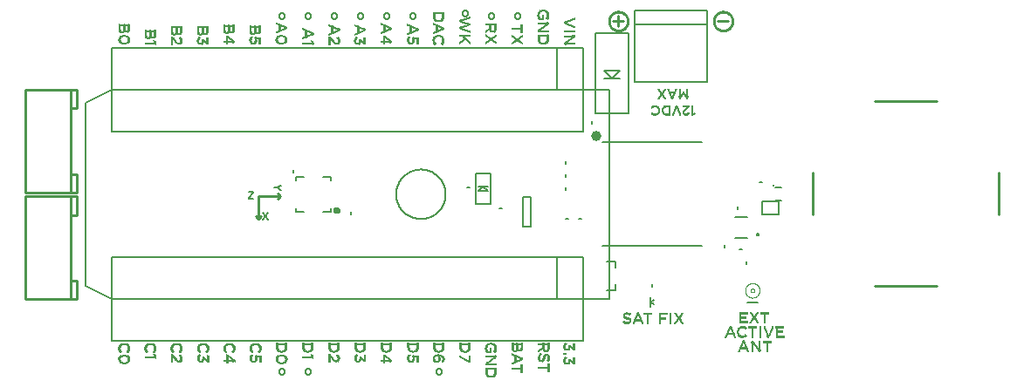
<source format=gto>
G75*
%MOIN*%
%OFA0B0*%
%FSLAX25Y25*%
%IPPOS*%
%LPD*%
%AMOC8*
5,1,8,0,0,1.08239X$1,22.5*
%
%ADD10C,0.01000*%
%ADD11R,0.00040X0.00520*%
%ADD12R,0.00040X0.00920*%
%ADD13R,0.00040X0.02120*%
%ADD14R,0.00040X0.01160*%
%ADD15R,0.00040X0.02440*%
%ADD16R,0.00040X0.01360*%
%ADD17R,0.00040X0.02640*%
%ADD18R,0.00040X0.01520*%
%ADD19R,0.00040X0.02760*%
%ADD20R,0.00040X0.01680*%
%ADD21R,0.00040X0.02840*%
%ADD22R,0.00040X0.01800*%
%ADD23R,0.00040X0.02920*%
%ADD24R,0.00040X0.01920*%
%ADD25R,0.00040X0.03000*%
%ADD26R,0.00040X0.02040*%
%ADD27R,0.00040X0.03080*%
%ADD28R,0.00040X0.02120*%
%ADD29R,0.00040X0.03120*%
%ADD30R,0.00040X0.02200*%
%ADD31R,0.00040X0.03160*%
%ADD32R,0.00040X0.02320*%
%ADD33R,0.00040X0.03200*%
%ADD34R,0.00040X0.02400*%
%ADD35R,0.00040X0.03240*%
%ADD36R,0.00040X0.02480*%
%ADD37R,0.00040X0.03280*%
%ADD38R,0.00040X0.02520*%
%ADD39R,0.00040X0.03320*%
%ADD40R,0.00040X0.02600*%
%ADD41R,0.00040X0.02680*%
%ADD42R,0.00040X0.03360*%
%ADD43R,0.00040X0.00720*%
%ADD44R,0.00040X0.01200*%
%ADD45R,0.00040X0.01080*%
%ADD46R,0.00040X0.01040*%
%ADD47R,0.00040X0.00720*%
%ADD48R,0.00040X0.01040*%
%ADD49R,0.00040X0.01000*%
%ADD50R,0.00040X0.00960*%
%ADD51R,0.00040X0.01000*%
%ADD52R,0.00040X0.00880*%
%ADD53R,0.00040X0.00920*%
%ADD54R,0.00040X0.00800*%
%ADD55R,0.00040X0.00800*%
%ADD56R,0.00040X0.00880*%
%ADD57R,0.00040X0.00760*%
%ADD58R,0.00040X0.00840*%
%ADD59R,0.00040X0.00840*%
%ADD60R,0.00040X0.00680*%
%ADD61R,0.00040X0.00720*%
%ADD62R,0.00040X0.00760*%
%ADD63R,0.00040X0.01120*%
%ADD64R,0.00040X0.03160*%
%ADD65R,0.00040X0.03040*%
%ADD66R,0.00040X0.02840*%
%ADD67R,0.00040X0.02720*%
%ADD68R,0.00040X0.02800*%
%ADD69R,0.00040X0.02880*%
%ADD70R,0.00040X0.02960*%
%ADD71R,0.00040X0.00840*%
%ADD72R,0.00040X0.00680*%
%ADD73R,0.00040X0.00720*%
%ADD74R,0.00040X0.03080*%
%ADD75R,0.00040X0.02280*%
%ADD76R,0.00040X0.01640*%
%ADD77R,0.00040X0.02520*%
%ADD78R,0.00040X0.01320*%
%ADD79R,0.00040X0.02080*%
%ADD80R,0.00040X0.00080*%
%ADD81R,0.00040X0.00240*%
%ADD82R,0.00040X0.00400*%
%ADD83R,0.00040X0.00560*%
%ADD84R,0.00040X0.01560*%
%ADD85R,0.00040X0.01600*%
%ADD86R,0.00040X0.01600*%
%ADD87R,0.00040X0.01560*%
%ADD88R,0.00040X0.01440*%
%ADD89R,0.00040X0.01320*%
%ADD90R,0.00040X0.00920*%
%ADD91R,0.00040X0.03040*%
%ADD92R,0.00040X0.03040*%
%ADD93R,0.00040X0.00960*%
%ADD94R,0.00040X0.00840*%
%ADD95R,0.00040X0.00040*%
%ADD96R,0.00040X0.00120*%
%ADD97R,0.00040X0.00200*%
%ADD98R,0.00040X0.00240*%
%ADD99R,0.00040X0.00320*%
%ADD100R,0.00040X0.00440*%
%ADD101R,0.00040X0.00600*%
%ADD102R,0.00040X0.01040*%
%ADD103R,0.00040X0.02560*%
%ADD104R,0.00040X0.02480*%
%ADD105R,0.00040X0.02360*%
%ADD106R,0.00040X0.02120*%
%ADD107R,0.00040X0.01920*%
%ADD108R,0.00040X0.01720*%
%ADD109R,0.00040X0.01400*%
%ADD110R,0.00040X0.01240*%
%ADD111R,0.00040X0.01480*%
%ADD112R,0.00040X0.01640*%
%ADD113R,0.00040X0.01840*%
%ADD114R,0.00040X0.02280*%
%ADD115R,0.00040X0.02680*%
%ADD116R,0.00040X0.01080*%
%ADD117R,0.00040X0.00520*%
%ADD118R,0.00040X0.00160*%
%ADD119R,0.00040X0.01440*%
%ADD120R,0.00040X0.01760*%
%ADD121R,0.00040X0.01720*%
%ADD122R,0.00040X0.01480*%
%ADD123R,0.00040X0.02760*%
%ADD124R,0.00040X0.03440*%
%ADD125R,0.00040X0.03480*%
%ADD126R,0.00040X0.03480*%
%ADD127R,0.00040X0.03520*%
%ADD128R,0.00040X0.03520*%
%ADD129R,0.00040X0.03560*%
%ADD130R,0.00040X0.03560*%
%ADD131R,0.00040X0.01280*%
%ADD132R,0.00040X0.01280*%
%ADD133R,0.00040X0.00640*%
%ADD134R,0.00040X0.01440*%
%ADD135R,0.00040X0.01960*%
%ADD136R,0.00040X0.02320*%
%ADD137R,0.00040X0.02720*%
%ADD138R,0.00040X0.00480*%
%ADD139R,0.00040X0.00400*%
%ADD140R,0.00040X0.00080*%
%ADD141R,0.00040X0.00040*%
%ADD142R,0.00040X0.00160*%
%ADD143R,0.00040X0.02520*%
%ADD144R,0.00040X0.02400*%
%ADD145R,0.00040X0.02240*%
%ADD146R,0.00040X0.02000*%
%ADD147R,0.00040X0.00520*%
%ADD148R,0.00040X0.00640*%
%ADD149R,0.00040X0.00640*%
%ADD150R,0.00040X0.00640*%
%ADD151R,0.00600X0.00040*%
%ADD152R,0.01080X0.00040*%
%ADD153R,0.00680X0.00040*%
%ADD154R,0.03120X0.00040*%
%ADD155R,0.00840X0.00040*%
%ADD156R,0.00880X0.00040*%
%ADD157R,0.00720X0.00040*%
%ADD158R,0.00760X0.00040*%
%ADD159R,0.00800X0.00040*%
%ADD160R,0.01400X0.00040*%
%ADD161R,0.00720X0.00040*%
%ADD162R,0.00680X0.00040*%
%ADD163R,0.03120X0.00040*%
%ADD164R,0.00640X0.00040*%
%ADD165R,0.03120X0.00040*%
%ADD166R,0.00840X0.00040*%
%ADD167R,0.00880X0.00040*%
%ADD168R,0.00720X0.00040*%
%ADD169R,0.00720X0.00040*%
%ADD170R,0.00760X0.00040*%
%ADD171R,0.01600X0.00040*%
%ADD172R,0.03120X0.00040*%
%ADD173R,0.00640X0.00040*%
%ADD174R,0.00840X0.00040*%
%ADD175R,0.01800X0.00040*%
%ADD176R,0.02000X0.00040*%
%ADD177R,0.02120X0.00040*%
%ADD178R,0.02280X0.00040*%
%ADD179R,0.02400X0.00040*%
%ADD180R,0.00920X0.00040*%
%ADD181R,0.00800X0.00040*%
%ADD182R,0.02520X0.00040*%
%ADD183R,0.02640X0.00040*%
%ADD184R,0.02720X0.00040*%
%ADD185R,0.01000X0.00040*%
%ADD186R,0.00920X0.00040*%
%ADD187R,0.02840X0.00040*%
%ADD188R,0.01000X0.00040*%
%ADD189R,0.00920X0.00040*%
%ADD190R,0.02920X0.00040*%
%ADD191R,0.00960X0.00040*%
%ADD192R,0.03040X0.00040*%
%ADD193R,0.01040X0.00040*%
%ADD194R,0.03200X0.00040*%
%ADD195R,0.01160X0.00040*%
%ADD196R,0.00840X0.00040*%
%ADD197R,0.01360X0.00040*%
%ADD198R,0.01160X0.00040*%
%ADD199R,0.01080X0.00040*%
%ADD200R,0.01200X0.00040*%
%ADD201R,0.01240X0.00040*%
%ADD202R,0.01240X0.00040*%
%ADD203R,0.01120X0.00040*%
%ADD204R,0.01120X0.00040*%
%ADD205R,0.01320X0.00040*%
%ADD206R,0.01040X0.00040*%
%ADD207R,0.01320X0.00040*%
%ADD208R,0.01240X0.00040*%
%ADD209R,0.00640X0.00040*%
%ADD210R,0.01400X0.00040*%
%ADD211R,0.01280X0.00040*%
%ADD212R,0.00520X0.00040*%
%ADD213R,0.01320X0.00040*%
%ADD214R,0.00440X0.00040*%
%ADD215R,0.01480X0.00040*%
%ADD216R,0.00360X0.00040*%
%ADD217R,0.01360X0.00040*%
%ADD218R,0.00280X0.00040*%
%ADD219R,0.03400X0.00040*%
%ADD220R,0.00200X0.00040*%
%ADD221R,0.01440X0.00040*%
%ADD222R,0.00080X0.00040*%
%ADD223R,0.03320X0.00040*%
%ADD224R,0.03320X0.00040*%
%ADD225R,0.01520X0.00040*%
%ADD226R,0.03320X0.00040*%
%ADD227R,0.03320X0.00040*%
%ADD228R,0.01560X0.00040*%
%ADD229R,0.03240X0.00040*%
%ADD230R,0.03160X0.00040*%
%ADD231R,0.03160X0.00040*%
%ADD232R,0.03080X0.00040*%
%ADD233R,0.03000X0.00040*%
%ADD234R,0.01680X0.00040*%
%ADD235R,0.01600X0.00040*%
%ADD236R,0.02920X0.00040*%
%ADD237R,0.02920X0.00040*%
%ADD238R,0.00920X0.00040*%
%ADD239R,0.01560X0.00040*%
%ADD240R,0.02920X0.00040*%
%ADD241R,0.01440X0.00040*%
%ADD242R,0.02840X0.00040*%
%ADD243R,0.01040X0.00040*%
%ADD244R,0.00960X0.00040*%
%ADD245R,0.01280X0.00040*%
%ADD246R,0.01520X0.00040*%
%ADD247R,0.01520X0.00040*%
%ADD248R,0.00120X0.00040*%
%ADD249R,0.01440X0.00040*%
%ADD250R,0.00480X0.00040*%
%ADD251R,0.00560X0.00040*%
%ADD252R,0.03360X0.00040*%
%ADD253R,0.03080X0.00040*%
%ADD254R,0.03360X0.00040*%
%ADD255R,0.03240X0.00040*%
%ADD256R,0.01120X0.00040*%
%ADD257R,0.02960X0.00040*%
%ADD258R,0.02880X0.00040*%
%ADD259R,0.02760X0.00040*%
%ADD260R,0.02680X0.00040*%
%ADD261R,0.02560X0.00040*%
%ADD262R,0.02440X0.00040*%
%ADD263R,0.02280X0.00040*%
%ADD264R,0.02200X0.00040*%
%ADD265R,0.02040X0.00040*%
%ADD266R,0.01880X0.00040*%
%ADD267R,0.01640X0.00040*%
%ADD268R,0.01320X0.00040*%
%ADD269R,0.01760X0.00040*%
%ADD270R,0.01960X0.00040*%
%ADD271R,0.02120X0.00040*%
%ADD272R,0.02240X0.00040*%
%ADD273R,0.02520X0.00040*%
%ADD274R,0.02600X0.00040*%
%ADD275R,0.02800X0.00040*%
%ADD276R,0.03040X0.00040*%
%ADD277R,0.00280X0.00040*%
%ADD278R,0.00200X0.00040*%
%ADD279R,0.00120X0.00040*%
%ADD280R,0.03240X0.00040*%
%ADD281R,0.01680X0.00040*%
%ADD282R,0.01840X0.00040*%
%ADD283R,0.02080X0.00040*%
%ADD284R,0.01040X0.00040*%
%ADD285R,0.02080X0.00040*%
%ADD286R,0.02040X0.00040*%
%ADD287R,0.01640X0.00040*%
%ADD288R,0.00080X0.00040*%
%ADD289R,0.00320X0.00040*%
%ADD290R,0.00400X0.00040*%
%ADD291R,0.00480X0.00040*%
%ADD292R,0.01240X0.00040*%
%ADD293R,0.02720X0.00040*%
%ADD294R,0.02760X0.00040*%
%ADD295R,0.02600X0.00040*%
%ADD296R,0.02480X0.00040*%
%ADD297R,0.02160X0.00040*%
%ADD298R,0.02040X0.00040*%
%ADD299R,0.01920X0.00040*%
%ADD300R,0.01720X0.00040*%
%ADD301R,0.00040X0.03400*%
%ADD302R,0.00040X0.03400*%
%ADD303R,0.00040X0.03240*%
%ADD304R,0.00040X0.01320*%
%ADD305R,0.00040X0.01160*%
%ADD306R,0.00040X0.01840*%
%ADD307R,0.00040X0.01520*%
%ADD308R,0.00040X0.02560*%
%ADD309R,0.00040X0.01920*%
%ADD310R,0.00040X0.02720*%
%ADD311R,0.00040X0.02120*%
%ADD312R,0.00040X0.02880*%
%ADD313R,0.00040X0.02920*%
%ADD314R,0.00040X0.02520*%
%ADD315R,0.00040X0.03120*%
%ADD316R,0.00040X0.00920*%
%ADD317R,0.00040X0.03120*%
%ADD318R,0.00040X0.02920*%
%ADD319R,0.00040X0.01800*%
%ADD320R,0.00040X0.01840*%
%ADD321R,0.00040X0.00560*%
%ADD322R,0.00040X0.01520*%
%ADD323R,0.00040X0.02720*%
%ADD324R,0.00040X0.02640*%
%ADD325R,0.00040X0.03040*%
%ADD326R,0.00040X0.01200*%
%ADD327R,0.00040X0.01360*%
%ADD328R,0.00040X0.01120*%
%ADD329R,0.00040X0.01240*%
%ADD330R,0.00040X0.00520*%
%ADD331R,0.00040X0.00360*%
%ADD332R,0.00040X0.00280*%
%ADD333R,0.00040X0.00120*%
%ADD334R,0.00040X0.00480*%
%ADD335R,0.00040X0.01120*%
%ADD336R,0.00040X0.03240*%
%ADD337R,0.00040X0.02440*%
%ADD338R,0.00040X0.02040*%
%ADD339R,0.00040X0.01880*%
%ADD340R,0.00040X0.01640*%
%ADD341R,0.00040X0.02960*%
%ADD342R,0.00040X0.00040*%
%ADD343R,0.00040X0.00120*%
%ADD344R,0.00040X0.00320*%
%ADD345R,0.00040X0.02600*%
%ADD346R,0.00040X0.01400*%
%ADD347R,0.00040X0.02240*%
%ADD348R,0.00040X0.02160*%
%ADD349R,0.00040X0.02080*%
%ADD350R,0.00040X0.01240*%
%ADD351R,0.00040X0.02040*%
%ADD352R,0.00040X0.01320*%
%ADD353R,0.00040X0.00240*%
%ADD354R,0.00040X0.01760*%
%ADD355R,0.00040X0.01680*%
%ADD356R,0.00040X0.03360*%
%ADD357R,0.00040X0.03440*%
%ADD358R,0.00040X0.03520*%
%ADD359R,0.00040X0.03520*%
%ADD360R,0.00040X0.03000*%
%ADD361R,0.00040X0.03120*%
%ADD362R,0.00040X0.02920*%
%ADD363R,0.00040X0.00240*%
%ADD364R,0.00040X0.03200*%
%ADD365R,0.00040X0.03280*%
%ADD366R,0.00040X0.01520*%
%ADD367R,0.00040X0.00360*%
%ADD368R,0.00040X0.00440*%
%ADD369R,0.00040X0.01120*%
%ADD370R,0.00040X0.01960*%
%ADD371R,0.00040X0.03320*%
%ADD372R,0.00040X0.03320*%
%ADD373R,0.00040X0.01040*%
%ADD374R,0.00040X0.02320*%
%ADD375R,0.00040X0.02800*%
%ADD376R,0.00040X0.00200*%
%ADD377R,0.00040X0.01880*%
%ADD378R,0.00040X0.02040*%
%ADD379R,0.00040X0.01240*%
%ADD380R,0.00040X0.01720*%
%ADD381R,0.00040X0.01640*%
%ADD382R,0.00040X0.00040*%
%ADD383R,0.00040X0.00440*%
%ADD384R,0.00040X0.02640*%
%ADD385R,0.00040X0.02440*%
%ADD386R,0.00040X0.02360*%
%ADD387R,0.00040X0.02240*%
%ADD388R,0.00040X0.00120*%
%ADD389R,0.00040X0.00600*%
%ADD390R,0.00040X0.02440*%
%ADD391R,0.00040X0.01720*%
%ADD392R,0.00040X0.03440*%
%ADD393R,0.00040X0.03600*%
%ADD394R,0.00040X0.00280*%
%ADD395C,0.00500*%
%ADD396R,0.00630X0.00035*%
%ADD397R,0.00665X0.00035*%
%ADD398R,0.00700X0.00035*%
%ADD399R,0.00735X0.00035*%
%ADD400R,0.00770X0.00035*%
%ADD401R,0.00770X0.00035*%
%ADD402R,0.00665X0.00035*%
%ADD403R,0.00070X0.00035*%
%ADD404R,0.02975X0.00035*%
%ADD405R,0.00105X0.00035*%
%ADD406R,0.00140X0.00035*%
%ADD407R,0.00210X0.00035*%
%ADD408R,0.02905X0.00035*%
%ADD409R,0.00245X0.00035*%
%ADD410R,0.00280X0.00035*%
%ADD411R,0.02835X0.00035*%
%ADD412R,0.00350X0.00035*%
%ADD413R,0.00385X0.00035*%
%ADD414R,0.02765X0.00035*%
%ADD415R,0.00420X0.00035*%
%ADD416R,0.00490X0.00035*%
%ADD417R,0.00525X0.00035*%
%ADD418R,0.02695X0.00035*%
%ADD419R,0.00560X0.00035*%
%ADD420R,0.02625X0.00035*%
%ADD421R,0.02555X0.00035*%
%ADD422R,0.01400X0.00035*%
%ADD423R,0.00805X0.00035*%
%ADD424R,0.01330X0.00035*%
%ADD425R,0.00840X0.00035*%
%ADD426R,0.01260X0.00035*%
%ADD427R,0.00910X0.00035*%
%ADD428R,0.01190X0.00035*%
%ADD429R,0.00945X0.00035*%
%ADD430R,0.00980X0.00035*%
%ADD431R,0.01120X0.00035*%
%ADD432R,0.01050X0.00035*%
%ADD433R,0.01120X0.00035*%
%ADD434R,0.00875X0.00035*%
%ADD435R,0.01015X0.00035*%
%ADD436R,0.01225X0.00035*%
%ADD437R,0.00595X0.00035*%
%ADD438R,0.01365X0.00035*%
%ADD439R,0.01470X0.00035*%
%ADD440R,0.00595X0.00035*%
%ADD441R,0.01365X0.00035*%
%ADD442R,0.01295X0.00035*%
%ADD443R,0.01190X0.00035*%
%ADD444R,0.01155X0.00035*%
%ADD445R,0.01295X0.00035*%
%ADD446R,0.01085X0.00035*%
%ADD447R,0.01015X0.00035*%
%ADD448R,0.00945X0.00035*%
%ADD449R,0.00840X0.00035*%
%ADD450R,0.02660X0.00035*%
%ADD451R,0.01610X0.00035*%
%ADD452R,0.01820X0.00035*%
%ADD453R,0.01995X0.00035*%
%ADD454R,0.01575X0.00035*%
%ADD455R,0.02100X0.00035*%
%ADD456R,0.01750X0.00035*%
%ADD457R,0.02170X0.00035*%
%ADD458R,0.01855X0.00035*%
%ADD459R,0.02240X0.00035*%
%ADD460R,0.02345X0.00035*%
%ADD461R,0.02380X0.00035*%
%ADD462R,0.02205X0.00035*%
%ADD463R,0.02450X0.00035*%
%ADD464R,0.02310X0.00035*%
%ADD465R,0.02520X0.00035*%
%ADD466R,0.02485X0.00035*%
%ADD467R,0.02590X0.00035*%
%ADD468R,0.02695X0.00035*%
%ADD469R,0.02730X0.00035*%
%ADD470R,0.02800X0.00035*%
%ADD471R,0.00455X0.00035*%
%ADD472R,0.00315X0.00035*%
%ADD473R,0.00245X0.00035*%
%ADD474R,0.00070X0.00035*%
%ADD475R,0.00035X0.00035*%
%ADD476R,0.00175X0.00035*%
%ADD477R,0.02275X0.00035*%
%ADD478R,0.02765X0.00035*%
%ADD479R,0.02170X0.00035*%
%ADD480R,0.02065X0.00035*%
%ADD481R,0.02520X0.00035*%
%ADD482R,0.02415X0.00035*%
%ADD483R,0.01435X0.00035*%
%ADD484R,0.01925X0.00035*%
%ADD485R,0.01785X0.00035*%
%ADD486R,0.02135X0.00035*%
%ADD487R,0.01680X0.00035*%
%ADD488R,0.02030X0.00035*%
%ADD489R,0.01505X0.00035*%
%ADD490R,0.01645X0.00035*%
%ADD491C,0.00800*%
%ADD492C,0.01600*%
%ADD493C,0.00600*%
%ADD494C,0.03937*%
%ADD495C,0.00400*%
%ADD496C,0.01181*%
%ADD497C,0.00591*%
D10*
X0031099Y0088907D02*
X0031099Y0128277D01*
X0048422Y0128277D01*
X0050784Y0128277D01*
X0050784Y0121191D01*
X0048422Y0121191D01*
X0048422Y0128277D01*
X0048422Y0129726D02*
X0050784Y0129726D01*
X0050784Y0136813D01*
X0048422Y0136813D01*
X0048422Y0162010D01*
X0050784Y0162010D01*
X0050784Y0169096D01*
X0048422Y0169096D01*
X0048422Y0162010D01*
X0048422Y0169096D02*
X0031099Y0169096D01*
X0031099Y0129726D01*
X0048422Y0129726D01*
X0048422Y0136813D01*
X0045666Y0128277D02*
X0033855Y0128277D01*
X0048422Y0121191D02*
X0048422Y0095994D01*
X0050784Y0095994D01*
X0050784Y0088907D01*
X0048422Y0088907D01*
X0048422Y0095994D01*
X0048422Y0088907D02*
X0031099Y0088907D01*
X0118922Y0120793D02*
X0119922Y0119793D01*
X0120922Y0120793D01*
X0119922Y0119793D02*
X0119922Y0128293D01*
X0128422Y0128293D01*
X0127422Y0127293D01*
X0128422Y0128293D02*
X0127422Y0129293D01*
X0045666Y0169096D02*
X0033855Y0169096D01*
X0255418Y0195293D02*
X0259418Y0195293D01*
X0253812Y0195293D02*
X0253814Y0195413D01*
X0253820Y0195533D01*
X0253830Y0195652D01*
X0253844Y0195771D01*
X0253862Y0195890D01*
X0253883Y0196008D01*
X0253909Y0196125D01*
X0253939Y0196241D01*
X0253972Y0196356D01*
X0254009Y0196470D01*
X0254050Y0196582D01*
X0254095Y0196694D01*
X0254144Y0196803D01*
X0254196Y0196911D01*
X0254251Y0197018D01*
X0254310Y0197122D01*
X0254373Y0197224D01*
X0254439Y0197324D01*
X0254508Y0197422D01*
X0254580Y0197518D01*
X0254656Y0197611D01*
X0254734Y0197701D01*
X0254816Y0197789D01*
X0254900Y0197874D01*
X0254987Y0197957D01*
X0255077Y0198036D01*
X0255170Y0198112D01*
X0255265Y0198185D01*
X0255362Y0198255D01*
X0255462Y0198322D01*
X0255563Y0198385D01*
X0255667Y0198445D01*
X0255773Y0198502D01*
X0255880Y0198555D01*
X0255990Y0198604D01*
X0256101Y0198650D01*
X0256213Y0198692D01*
X0256327Y0198730D01*
X0256441Y0198764D01*
X0256557Y0198795D01*
X0256674Y0198821D01*
X0256792Y0198844D01*
X0256910Y0198863D01*
X0257029Y0198878D01*
X0257149Y0198889D01*
X0257268Y0198896D01*
X0257388Y0198899D01*
X0257508Y0198898D01*
X0257628Y0198893D01*
X0257747Y0198884D01*
X0257866Y0198871D01*
X0257985Y0198854D01*
X0258103Y0198833D01*
X0258220Y0198809D01*
X0258337Y0198780D01*
X0258452Y0198748D01*
X0258566Y0198711D01*
X0258679Y0198671D01*
X0258791Y0198627D01*
X0258901Y0198580D01*
X0259010Y0198529D01*
X0259116Y0198474D01*
X0259221Y0198416D01*
X0259324Y0198354D01*
X0259425Y0198289D01*
X0259523Y0198221D01*
X0259619Y0198149D01*
X0259713Y0198075D01*
X0259804Y0197997D01*
X0259893Y0197916D01*
X0259978Y0197832D01*
X0260061Y0197746D01*
X0260141Y0197656D01*
X0260219Y0197565D01*
X0260292Y0197470D01*
X0260363Y0197374D01*
X0260431Y0197275D01*
X0260495Y0197173D01*
X0260556Y0197070D01*
X0260613Y0196965D01*
X0260667Y0196858D01*
X0260717Y0196749D01*
X0260764Y0196638D01*
X0260807Y0196526D01*
X0260846Y0196413D01*
X0260881Y0196298D01*
X0260912Y0196183D01*
X0260940Y0196066D01*
X0260964Y0195949D01*
X0260984Y0195830D01*
X0261000Y0195712D01*
X0261012Y0195592D01*
X0261020Y0195473D01*
X0261024Y0195353D01*
X0261024Y0195233D01*
X0261020Y0195113D01*
X0261012Y0194994D01*
X0261000Y0194874D01*
X0260984Y0194756D01*
X0260964Y0194637D01*
X0260940Y0194520D01*
X0260912Y0194403D01*
X0260881Y0194288D01*
X0260846Y0194173D01*
X0260807Y0194060D01*
X0260764Y0193948D01*
X0260717Y0193837D01*
X0260667Y0193728D01*
X0260613Y0193621D01*
X0260556Y0193516D01*
X0260495Y0193413D01*
X0260431Y0193311D01*
X0260363Y0193212D01*
X0260292Y0193116D01*
X0260219Y0193021D01*
X0260141Y0192930D01*
X0260061Y0192840D01*
X0259978Y0192754D01*
X0259893Y0192670D01*
X0259804Y0192589D01*
X0259713Y0192511D01*
X0259619Y0192437D01*
X0259523Y0192365D01*
X0259425Y0192297D01*
X0259324Y0192232D01*
X0259221Y0192170D01*
X0259116Y0192112D01*
X0259010Y0192057D01*
X0258901Y0192006D01*
X0258791Y0191959D01*
X0258679Y0191915D01*
X0258566Y0191875D01*
X0258452Y0191838D01*
X0258337Y0191806D01*
X0258220Y0191777D01*
X0258103Y0191753D01*
X0257985Y0191732D01*
X0257866Y0191715D01*
X0257747Y0191702D01*
X0257628Y0191693D01*
X0257508Y0191688D01*
X0257388Y0191687D01*
X0257268Y0191690D01*
X0257149Y0191697D01*
X0257029Y0191708D01*
X0256910Y0191723D01*
X0256792Y0191742D01*
X0256674Y0191765D01*
X0256557Y0191791D01*
X0256441Y0191822D01*
X0256327Y0191856D01*
X0256213Y0191894D01*
X0256101Y0191936D01*
X0255990Y0191982D01*
X0255880Y0192031D01*
X0255773Y0192084D01*
X0255667Y0192141D01*
X0255563Y0192201D01*
X0255462Y0192264D01*
X0255362Y0192331D01*
X0255265Y0192401D01*
X0255170Y0192474D01*
X0255077Y0192550D01*
X0254987Y0192629D01*
X0254900Y0192712D01*
X0254816Y0192797D01*
X0254734Y0192885D01*
X0254656Y0192975D01*
X0254580Y0193068D01*
X0254508Y0193164D01*
X0254439Y0193262D01*
X0254373Y0193362D01*
X0254310Y0193464D01*
X0254251Y0193568D01*
X0254196Y0193675D01*
X0254144Y0193783D01*
X0254095Y0193892D01*
X0254050Y0194004D01*
X0254009Y0194116D01*
X0253972Y0194230D01*
X0253939Y0194345D01*
X0253909Y0194461D01*
X0253883Y0194578D01*
X0253862Y0194696D01*
X0253844Y0194815D01*
X0253830Y0194934D01*
X0253820Y0195053D01*
X0253814Y0195173D01*
X0253812Y0195293D01*
X0257418Y0197293D02*
X0257418Y0193293D01*
X0295418Y0195293D02*
X0299418Y0195293D01*
X0293812Y0195293D02*
X0293814Y0195413D01*
X0293820Y0195533D01*
X0293830Y0195652D01*
X0293844Y0195771D01*
X0293862Y0195890D01*
X0293883Y0196008D01*
X0293909Y0196125D01*
X0293939Y0196241D01*
X0293972Y0196356D01*
X0294009Y0196470D01*
X0294050Y0196582D01*
X0294095Y0196694D01*
X0294144Y0196803D01*
X0294196Y0196911D01*
X0294251Y0197018D01*
X0294310Y0197122D01*
X0294373Y0197224D01*
X0294439Y0197324D01*
X0294508Y0197422D01*
X0294580Y0197518D01*
X0294656Y0197611D01*
X0294734Y0197701D01*
X0294816Y0197789D01*
X0294900Y0197874D01*
X0294987Y0197957D01*
X0295077Y0198036D01*
X0295170Y0198112D01*
X0295265Y0198185D01*
X0295362Y0198255D01*
X0295462Y0198322D01*
X0295563Y0198385D01*
X0295667Y0198445D01*
X0295773Y0198502D01*
X0295880Y0198555D01*
X0295990Y0198604D01*
X0296101Y0198650D01*
X0296213Y0198692D01*
X0296327Y0198730D01*
X0296441Y0198764D01*
X0296557Y0198795D01*
X0296674Y0198821D01*
X0296792Y0198844D01*
X0296910Y0198863D01*
X0297029Y0198878D01*
X0297149Y0198889D01*
X0297268Y0198896D01*
X0297388Y0198899D01*
X0297508Y0198898D01*
X0297628Y0198893D01*
X0297747Y0198884D01*
X0297866Y0198871D01*
X0297985Y0198854D01*
X0298103Y0198833D01*
X0298220Y0198809D01*
X0298337Y0198780D01*
X0298452Y0198748D01*
X0298566Y0198711D01*
X0298679Y0198671D01*
X0298791Y0198627D01*
X0298901Y0198580D01*
X0299010Y0198529D01*
X0299116Y0198474D01*
X0299221Y0198416D01*
X0299324Y0198354D01*
X0299425Y0198289D01*
X0299523Y0198221D01*
X0299619Y0198149D01*
X0299713Y0198075D01*
X0299804Y0197997D01*
X0299893Y0197916D01*
X0299978Y0197832D01*
X0300061Y0197746D01*
X0300141Y0197656D01*
X0300219Y0197565D01*
X0300292Y0197470D01*
X0300363Y0197374D01*
X0300431Y0197275D01*
X0300495Y0197173D01*
X0300556Y0197070D01*
X0300613Y0196965D01*
X0300667Y0196858D01*
X0300717Y0196749D01*
X0300764Y0196638D01*
X0300807Y0196526D01*
X0300846Y0196413D01*
X0300881Y0196298D01*
X0300912Y0196183D01*
X0300940Y0196066D01*
X0300964Y0195949D01*
X0300984Y0195830D01*
X0301000Y0195712D01*
X0301012Y0195592D01*
X0301020Y0195473D01*
X0301024Y0195353D01*
X0301024Y0195233D01*
X0301020Y0195113D01*
X0301012Y0194994D01*
X0301000Y0194874D01*
X0300984Y0194756D01*
X0300964Y0194637D01*
X0300940Y0194520D01*
X0300912Y0194403D01*
X0300881Y0194288D01*
X0300846Y0194173D01*
X0300807Y0194060D01*
X0300764Y0193948D01*
X0300717Y0193837D01*
X0300667Y0193728D01*
X0300613Y0193621D01*
X0300556Y0193516D01*
X0300495Y0193413D01*
X0300431Y0193311D01*
X0300363Y0193212D01*
X0300292Y0193116D01*
X0300219Y0193021D01*
X0300141Y0192930D01*
X0300061Y0192840D01*
X0299978Y0192754D01*
X0299893Y0192670D01*
X0299804Y0192589D01*
X0299713Y0192511D01*
X0299619Y0192437D01*
X0299523Y0192365D01*
X0299425Y0192297D01*
X0299324Y0192232D01*
X0299221Y0192170D01*
X0299116Y0192112D01*
X0299010Y0192057D01*
X0298901Y0192006D01*
X0298791Y0191959D01*
X0298679Y0191915D01*
X0298566Y0191875D01*
X0298452Y0191838D01*
X0298337Y0191806D01*
X0298220Y0191777D01*
X0298103Y0191753D01*
X0297985Y0191732D01*
X0297866Y0191715D01*
X0297747Y0191702D01*
X0297628Y0191693D01*
X0297508Y0191688D01*
X0297388Y0191687D01*
X0297268Y0191690D01*
X0297149Y0191697D01*
X0297029Y0191708D01*
X0296910Y0191723D01*
X0296792Y0191742D01*
X0296674Y0191765D01*
X0296557Y0191791D01*
X0296441Y0191822D01*
X0296327Y0191856D01*
X0296213Y0191894D01*
X0296101Y0191936D01*
X0295990Y0191982D01*
X0295880Y0192031D01*
X0295773Y0192084D01*
X0295667Y0192141D01*
X0295563Y0192201D01*
X0295462Y0192264D01*
X0295362Y0192331D01*
X0295265Y0192401D01*
X0295170Y0192474D01*
X0295077Y0192550D01*
X0294987Y0192629D01*
X0294900Y0192712D01*
X0294816Y0192797D01*
X0294734Y0192885D01*
X0294656Y0192975D01*
X0294580Y0193068D01*
X0294508Y0193164D01*
X0294439Y0193262D01*
X0294373Y0193362D01*
X0294310Y0193464D01*
X0294251Y0193568D01*
X0294196Y0193675D01*
X0294144Y0193783D01*
X0294095Y0193892D01*
X0294050Y0194004D01*
X0294009Y0194116D01*
X0293972Y0194230D01*
X0293939Y0194345D01*
X0293909Y0194461D01*
X0293883Y0194578D01*
X0293862Y0194696D01*
X0293844Y0194815D01*
X0293830Y0194934D01*
X0293820Y0195053D01*
X0293814Y0195173D01*
X0293812Y0195293D01*
X0355264Y0164836D02*
X0378886Y0164836D01*
X0402509Y0137277D02*
X0402509Y0121529D01*
X0378886Y0093970D02*
X0355264Y0093970D01*
X0331642Y0121529D02*
X0331642Y0137277D01*
D11*
X0157798Y0067333D03*
X0131158Y0065933D03*
X0126838Y0065933D03*
X0121238Y0069973D03*
X0111238Y0069973D03*
X0107878Y0068813D03*
X0101238Y0069973D03*
X0091038Y0069973D03*
X0087678Y0068813D03*
X0081038Y0069973D03*
X0071038Y0069973D03*
X0067678Y0068813D03*
X0066758Y0188173D03*
X0071078Y0188173D03*
X0090038Y0188733D03*
X0126758Y0188173D03*
X0131078Y0188173D03*
X0150238Y0188733D03*
D12*
X0150438Y0188733D03*
X0149038Y0187133D03*
X0149198Y0186973D03*
X0157558Y0188773D03*
X0158558Y0186773D03*
X0130238Y0187173D03*
X0130198Y0187133D03*
X0130238Y0189173D03*
X0127598Y0189173D03*
X0126798Y0188173D03*
X0127598Y0187173D03*
X0127638Y0187133D03*
X0119278Y0190933D03*
X0117598Y0190533D03*
X0109278Y0191333D03*
X0107598Y0190933D03*
X0099278Y0190733D03*
X0097598Y0190333D03*
X0097558Y0188773D03*
X0098558Y0186773D03*
X0090238Y0188733D03*
X0088838Y0187133D03*
X0088998Y0186973D03*
X0087598Y0190333D03*
X0089278Y0190733D03*
X0079278Y0189333D03*
X0077598Y0188933D03*
X0070238Y0189173D03*
X0070238Y0187173D03*
X0070198Y0187133D03*
X0067638Y0187133D03*
X0067598Y0187173D03*
X0066798Y0188173D03*
X0067598Y0189173D03*
X0067598Y0191133D03*
X0069278Y0191533D03*
X0197078Y0186973D03*
X0197278Y0187133D03*
X0197598Y0187373D03*
X0198078Y0187733D03*
X0198598Y0188133D03*
X0198238Y0189573D03*
X0200278Y0187573D03*
X0200478Y0187373D03*
X0197198Y0192573D03*
X0200558Y0193933D03*
X0209038Y0191533D03*
X0228398Y0192533D03*
X0228438Y0192573D03*
X0228958Y0192973D03*
X0229158Y0193133D03*
X0229478Y0193373D03*
X0229678Y0193533D03*
X0230678Y0194333D03*
X0230078Y0198933D03*
X0230038Y0198973D03*
X0227798Y0198973D03*
X0237198Y0186733D03*
X0237238Y0186733D03*
X0238238Y0187533D03*
X0238758Y0187933D03*
X0238798Y0187973D03*
X0239278Y0188333D03*
X0210038Y0071573D03*
X0210078Y0071533D03*
X0207798Y0071573D03*
X0210678Y0066933D03*
X0209678Y0066133D03*
X0209478Y0065973D03*
X0209158Y0065733D03*
X0208958Y0065573D03*
X0208438Y0065173D03*
X0208398Y0065133D03*
X0190358Y0066933D03*
X0188838Y0065133D03*
X0177798Y0065373D03*
X0170798Y0065373D03*
X0158638Y0065333D03*
X0157598Y0065373D03*
X0157638Y0067333D03*
X0150358Y0065373D03*
X0149078Y0065533D03*
X0140998Y0066773D03*
X0130278Y0066973D03*
X0127678Y0066933D03*
X0126878Y0065933D03*
X0127678Y0064933D03*
X0118838Y0065213D03*
X0120158Y0071413D03*
X0120198Y0071413D03*
X0118238Y0071573D03*
X0110158Y0071413D03*
X0107998Y0071413D03*
X0110838Y0065373D03*
X0100478Y0065413D03*
X0099438Y0066373D03*
X0100158Y0071413D03*
X0100198Y0071413D03*
X0098238Y0071573D03*
X0089958Y0071413D03*
X0087798Y0071413D03*
X0090238Y0067213D03*
X0088878Y0065573D03*
X0089078Y0065413D03*
X0079998Y0071413D03*
X0079958Y0071413D03*
X0078038Y0071573D03*
X0069958Y0071413D03*
X0067798Y0071413D03*
X0067638Y0066973D03*
X0070038Y0064773D03*
X0230478Y0069373D03*
X0237398Y0064533D03*
X0239158Y0065573D03*
D13*
X0229238Y0066493D03*
X0227278Y0066493D03*
X0179598Y0066453D03*
X0150798Y0066253D03*
X0119478Y0066453D03*
X0097198Y0066253D03*
X0186998Y0187893D03*
X0116838Y0192453D03*
X0106838Y0192853D03*
X0096838Y0192253D03*
X0086838Y0192253D03*
X0076838Y0190853D03*
X0066838Y0193053D03*
D14*
X0067438Y0188973D03*
X0066838Y0188173D03*
X0067438Y0187373D03*
X0070398Y0187373D03*
X0070998Y0188173D03*
X0070398Y0188973D03*
X0090398Y0188493D03*
X0099238Y0187773D03*
X0110438Y0187533D03*
X0126838Y0188173D03*
X0127438Y0187373D03*
X0127438Y0188973D03*
X0130398Y0188973D03*
X0130998Y0188173D03*
X0130398Y0187373D03*
X0130478Y0192693D03*
X0140678Y0190493D03*
X0150678Y0191893D03*
X0150598Y0188493D03*
X0159238Y0187773D03*
X0160478Y0191893D03*
X0170478Y0192493D03*
X0170438Y0187533D03*
X0180678Y0192093D03*
X0187598Y0195973D03*
X0190238Y0195973D03*
X0190478Y0192493D03*
X0197558Y0192573D03*
X0197558Y0195293D03*
X0200198Y0193933D03*
X0198478Y0189453D03*
X0199038Y0188613D03*
X0208758Y0188333D03*
X0208958Y0191693D03*
X0218758Y0188173D03*
X0227598Y0187333D03*
X0230238Y0187333D03*
X0230398Y0194213D03*
X0237398Y0194613D03*
X0237438Y0194613D03*
X0240398Y0189333D03*
X0117678Y0071133D03*
X0116958Y0070013D03*
X0117678Y0068893D03*
X0117598Y0065453D03*
X0118958Y0065373D03*
X0110638Y0065453D03*
X0110598Y0065493D03*
X0107638Y0068933D03*
X0106958Y0070013D03*
X0107758Y0071213D03*
X0110478Y0071133D03*
X0111198Y0069933D03*
X0098838Y0065493D03*
X0097638Y0067253D03*
X0097678Y0068893D03*
X0096958Y0070013D03*
X0097678Y0071133D03*
X0090998Y0069933D03*
X0090278Y0071133D03*
X0087558Y0071213D03*
X0086758Y0070013D03*
X0087438Y0068933D03*
X0090358Y0067053D03*
X0090958Y0066213D03*
X0077478Y0068893D03*
X0076758Y0070013D03*
X0077478Y0071133D03*
X0070998Y0069933D03*
X0070278Y0071133D03*
X0067558Y0071213D03*
X0066758Y0070013D03*
X0067438Y0068933D03*
X0066798Y0065893D03*
X0070958Y0065893D03*
X0127678Y0069493D03*
X0130478Y0066733D03*
X0131078Y0065933D03*
X0130478Y0065133D03*
X0137678Y0069493D03*
X0147678Y0069493D03*
X0150478Y0067053D03*
X0157678Y0069493D03*
X0167678Y0069493D03*
X0177878Y0069493D03*
X0187678Y0069493D03*
X0187438Y0065373D03*
X0188958Y0065333D03*
X0197678Y0069453D03*
X0210398Y0066813D03*
X0210238Y0059933D03*
X0207598Y0059933D03*
X0220558Y0066093D03*
X0220598Y0066093D03*
X0229678Y0067333D03*
X0229238Y0069613D03*
X0230598Y0069573D03*
D15*
X0228678Y0071013D03*
X0216958Y0071013D03*
X0190678Y0065933D03*
X0190638Y0065973D03*
X0190598Y0066013D03*
X0179358Y0066293D03*
X0179158Y0066173D03*
X0130638Y0065933D03*
X0117238Y0069973D03*
X0097238Y0069973D03*
X0077038Y0069973D03*
X0070558Y0188173D03*
X0076878Y0190693D03*
X0086878Y0192093D03*
X0096878Y0192093D03*
X0106878Y0192693D03*
X0116878Y0192293D03*
X0119078Y0187933D03*
X0118878Y0187813D03*
X0130558Y0188173D03*
X0179078Y0187813D03*
X0179278Y0187933D03*
X0208398Y0193093D03*
X0066878Y0192893D03*
D16*
X0066878Y0188193D03*
X0110198Y0187633D03*
X0126878Y0188193D03*
X0170198Y0187633D03*
X0187438Y0186913D03*
X0187438Y0188833D03*
X0197838Y0192593D03*
X0199878Y0193913D03*
X0197838Y0195273D03*
X0198678Y0189353D03*
X0208598Y0188353D03*
X0209278Y0188353D03*
X0218598Y0188193D03*
X0219278Y0188193D03*
X0227798Y0191833D03*
X0230158Y0194113D03*
X0227438Y0198513D03*
X0240158Y0189233D03*
X0237798Y0186953D03*
X0207438Y0071113D03*
X0210158Y0066713D03*
X0207798Y0064433D03*
X0200398Y0069633D03*
X0197598Y0069633D03*
X0190398Y0069673D03*
X0187598Y0069673D03*
X0186958Y0066113D03*
X0180598Y0069673D03*
X0177798Y0069673D03*
X0170398Y0069673D03*
X0167598Y0069673D03*
X0170278Y0065593D03*
X0160398Y0069673D03*
X0157598Y0069673D03*
X0150398Y0069673D03*
X0147598Y0069673D03*
X0140398Y0069673D03*
X0137598Y0069673D03*
X0130398Y0069673D03*
X0127598Y0069673D03*
X0126958Y0065953D03*
X0080758Y0066953D03*
D17*
X0207118Y0070113D03*
X0076918Y0190593D03*
X0086918Y0191993D03*
X0096918Y0191993D03*
X0106918Y0192593D03*
X0116918Y0192193D03*
X0066918Y0192793D03*
X0227118Y0197513D03*
D18*
X0239918Y0189153D03*
X0218518Y0188193D03*
X0208518Y0188353D03*
X0140518Y0187113D03*
X0130918Y0188153D03*
X0126918Y0188193D03*
X0080318Y0187113D03*
X0070918Y0188153D03*
X0066918Y0188193D03*
D19*
X0066958Y0192733D03*
X0069038Y0192733D03*
X0070798Y0192733D03*
X0076958Y0190533D03*
X0079038Y0190533D03*
X0080798Y0190533D03*
X0086958Y0191933D03*
X0089038Y0191933D03*
X0090798Y0191933D03*
X0096958Y0191933D03*
X0099038Y0191933D03*
X0100798Y0191933D03*
X0106958Y0192533D03*
X0109038Y0192533D03*
X0110798Y0192533D03*
X0116958Y0192133D03*
X0119038Y0192133D03*
X0120798Y0192133D03*
X0100998Y0187693D03*
X0100958Y0187693D03*
X0100878Y0187693D03*
X0100838Y0187693D03*
X0100798Y0187693D03*
X0100758Y0187693D03*
X0100678Y0187693D03*
X0100638Y0187693D03*
X0100598Y0187693D03*
X0100558Y0187693D03*
X0100478Y0187693D03*
X0097358Y0187813D03*
X0157358Y0187813D03*
X0160478Y0187693D03*
X0160558Y0187693D03*
X0160598Y0187693D03*
X0160638Y0187693D03*
X0160678Y0187693D03*
X0160758Y0187693D03*
X0160798Y0187693D03*
X0160838Y0187693D03*
X0160878Y0187693D03*
X0160958Y0187693D03*
X0160998Y0187693D03*
X0190638Y0187853D03*
X0208558Y0192933D03*
X0227158Y0197493D03*
X0228838Y0070853D03*
X0220878Y0070853D03*
X0217038Y0070853D03*
X0207158Y0070093D03*
X0230838Y0066413D03*
X0237238Y0065533D03*
X0240358Y0065413D03*
X0240398Y0065413D03*
X0240438Y0065413D03*
X0240478Y0065413D03*
X0240558Y0065413D03*
X0240598Y0065413D03*
X0240638Y0065413D03*
X0240678Y0065413D03*
X0240758Y0065413D03*
X0240798Y0065413D03*
X0240838Y0065413D03*
X0240878Y0065413D03*
X0240878Y0070733D03*
X0240838Y0070733D03*
X0240798Y0070733D03*
X0240758Y0070733D03*
X0240678Y0070733D03*
X0240638Y0070733D03*
X0240598Y0070733D03*
X0240558Y0070733D03*
X0240478Y0070733D03*
X0240438Y0070733D03*
X0240398Y0070733D03*
X0240358Y0070733D03*
X0237238Y0070853D03*
X0161078Y0066253D03*
X0161038Y0066253D03*
X0160998Y0066253D03*
X0160958Y0066253D03*
X0160878Y0066253D03*
X0160838Y0066253D03*
X0160798Y0066253D03*
X0160758Y0066253D03*
X0160678Y0066253D03*
X0160638Y0066253D03*
X0160598Y0066253D03*
X0160558Y0066253D03*
X0157438Y0066373D03*
X0117438Y0066333D03*
X0117358Y0070013D03*
X0107358Y0070013D03*
X0101158Y0066213D03*
X0101078Y0066213D03*
X0100998Y0066213D03*
X0100838Y0066213D03*
X0100758Y0066213D03*
X0100678Y0066213D03*
X0100598Y0066213D03*
X0097358Y0070013D03*
X0087158Y0070013D03*
X0077158Y0070013D03*
X0067158Y0070013D03*
D20*
X0127038Y0065953D03*
X0159038Y0066033D03*
X0210958Y0070113D03*
X0238838Y0070513D03*
X0238838Y0065193D03*
X0218398Y0188193D03*
X0208398Y0188353D03*
X0230958Y0197513D03*
X0158958Y0187473D03*
X0126958Y0188193D03*
X0098958Y0187473D03*
X0066958Y0188193D03*
D21*
X0066998Y0192693D03*
X0070758Y0192693D03*
X0076998Y0190493D03*
X0080758Y0190493D03*
X0086998Y0191893D03*
X0090758Y0191893D03*
X0096998Y0191893D03*
X0100758Y0191893D03*
X0106998Y0192493D03*
X0110758Y0192493D03*
X0116998Y0192093D03*
X0120758Y0192093D03*
X0117398Y0188013D03*
X0177598Y0188013D03*
X0187238Y0187893D03*
X0208598Y0192893D03*
X0230638Y0197493D03*
X0228878Y0070813D03*
X0220838Y0070813D03*
X0218998Y0070813D03*
X0217078Y0070813D03*
X0210638Y0070093D03*
X0227558Y0066573D03*
X0189158Y0066333D03*
X0177678Y0066373D03*
X0120798Y0069973D03*
X0117398Y0070013D03*
X0110798Y0069973D03*
X0107398Y0070013D03*
X0100798Y0069973D03*
X0097398Y0070013D03*
X0090598Y0069973D03*
X0087198Y0070013D03*
X0080598Y0069973D03*
X0077198Y0070013D03*
X0070598Y0069973D03*
X0067198Y0070013D03*
X0117558Y0066333D03*
D22*
X0117078Y0069973D03*
X0121078Y0069973D03*
X0127078Y0065933D03*
X0107078Y0069973D03*
X0101078Y0069973D03*
X0097078Y0069973D03*
X0099038Y0065933D03*
X0098998Y0065893D03*
X0086878Y0069973D03*
X0080878Y0069973D03*
X0076878Y0069973D03*
X0070798Y0065893D03*
X0066958Y0065893D03*
X0066878Y0069973D03*
X0158878Y0065933D03*
X0208558Y0069293D03*
X0208598Y0069293D03*
X0208638Y0069293D03*
X0208678Y0069293D03*
X0208758Y0069293D03*
X0208798Y0069293D03*
X0208838Y0069293D03*
X0208878Y0069293D03*
X0208958Y0069293D03*
X0208998Y0069293D03*
X0209038Y0069293D03*
X0209078Y0069293D03*
X0238678Y0070413D03*
X0238678Y0065093D03*
X0158798Y0187373D03*
X0151038Y0187693D03*
X0130838Y0188173D03*
X0126998Y0188173D03*
X0098798Y0187373D03*
X0090838Y0187693D03*
X0070838Y0188173D03*
X0066998Y0188173D03*
X0228558Y0196693D03*
X0228598Y0196693D03*
X0228638Y0196693D03*
X0228678Y0196693D03*
X0228758Y0196693D03*
X0228798Y0196693D03*
X0228838Y0196693D03*
X0228878Y0196693D03*
X0228958Y0196693D03*
X0228998Y0196693D03*
X0229038Y0196693D03*
X0229078Y0196693D03*
D23*
X0230598Y0197493D03*
X0230598Y0188613D03*
X0227238Y0188613D03*
X0190598Y0197253D03*
X0187238Y0197253D03*
X0188438Y0192493D03*
X0188478Y0192493D03*
X0187278Y0187893D03*
X0178678Y0192093D03*
X0178638Y0192093D03*
X0168478Y0192493D03*
X0168438Y0192493D03*
X0158478Y0191893D03*
X0158438Y0191893D03*
X0148678Y0191893D03*
X0148638Y0191893D03*
X0138678Y0190493D03*
X0138638Y0190493D03*
X0128478Y0192693D03*
X0128438Y0192693D03*
X0120678Y0192053D03*
X0119158Y0192053D03*
X0118878Y0192053D03*
X0117038Y0192053D03*
X0110678Y0192453D03*
X0109158Y0192453D03*
X0108878Y0192453D03*
X0107038Y0192453D03*
X0100678Y0191853D03*
X0099158Y0191853D03*
X0098878Y0191853D03*
X0097038Y0191853D03*
X0090678Y0191853D03*
X0089158Y0191853D03*
X0088878Y0191853D03*
X0087038Y0191853D03*
X0080678Y0190453D03*
X0079158Y0190453D03*
X0078878Y0190453D03*
X0077038Y0190453D03*
X0070678Y0192653D03*
X0069158Y0192653D03*
X0068878Y0192653D03*
X0067038Y0192653D03*
X0210598Y0070093D03*
X0218558Y0066093D03*
X0210598Y0061213D03*
X0207238Y0061213D03*
X0200478Y0066213D03*
X0189078Y0066293D03*
D24*
X0189238Y0065953D03*
X0157078Y0066313D03*
X0130878Y0065913D03*
X0098878Y0065833D03*
X0236878Y0070793D03*
X0156998Y0187753D03*
X0130798Y0188153D03*
X0127038Y0188193D03*
X0096998Y0187753D03*
X0070798Y0188153D03*
X0067038Y0188193D03*
D25*
X0067078Y0192613D03*
X0068838Y0192613D03*
X0070598Y0192613D03*
X0077078Y0190413D03*
X0078838Y0190413D03*
X0080598Y0190413D03*
X0087078Y0191813D03*
X0088838Y0191813D03*
X0090598Y0191813D03*
X0097078Y0191813D03*
X0098838Y0191813D03*
X0100598Y0191813D03*
X0107078Y0192413D03*
X0108838Y0192413D03*
X0110598Y0192413D03*
X0117078Y0192013D03*
X0118838Y0192013D03*
X0120598Y0192013D03*
X0128358Y0192693D03*
X0128398Y0192693D03*
X0138558Y0190493D03*
X0138598Y0190493D03*
X0148558Y0191893D03*
X0148598Y0191893D03*
X0158358Y0191893D03*
X0158398Y0191893D03*
X0168358Y0192493D03*
X0168398Y0192493D03*
X0178558Y0192093D03*
X0178598Y0192093D03*
X0188358Y0192493D03*
X0188398Y0192493D03*
X0190558Y0197213D03*
X0227238Y0197493D03*
X0230558Y0197493D03*
X0230558Y0188573D03*
X0228998Y0070733D03*
X0220678Y0070733D03*
X0217158Y0070733D03*
X0218438Y0066093D03*
X0218478Y0066093D03*
X0210558Y0070093D03*
X0207238Y0070093D03*
X0200638Y0070693D03*
X0190638Y0070733D03*
X0188998Y0066253D03*
X0180838Y0070733D03*
X0170638Y0070733D03*
X0160638Y0070733D03*
X0150638Y0070733D03*
X0140638Y0070733D03*
X0130638Y0070733D03*
X0117438Y0069973D03*
X0097438Y0069973D03*
X0077238Y0069973D03*
X0210558Y0061173D03*
D26*
X0210878Y0070093D03*
X0229358Y0066693D03*
X0130838Y0065933D03*
X0127158Y0065933D03*
X0121038Y0069973D03*
X0111038Y0069973D03*
X0101038Y0069973D03*
X0090838Y0069973D03*
X0090758Y0066213D03*
X0080838Y0069973D03*
X0070838Y0069973D03*
X0070758Y0188173D03*
X0067078Y0188173D03*
X0090758Y0187693D03*
X0097038Y0187773D03*
X0127078Y0188173D03*
X0130758Y0188173D03*
X0150958Y0187693D03*
X0157038Y0187773D03*
X0230878Y0197493D03*
D27*
X0230518Y0197493D03*
X0188318Y0192493D03*
X0178518Y0192093D03*
X0168318Y0192493D03*
X0158318Y0191893D03*
X0148518Y0191893D03*
X0138518Y0190493D03*
X0128318Y0192693D03*
X0120518Y0191973D03*
X0117118Y0191973D03*
X0110518Y0192373D03*
X0107118Y0192373D03*
X0100518Y0191773D03*
X0097118Y0191773D03*
X0090518Y0191773D03*
X0087118Y0191773D03*
X0080518Y0190373D03*
X0077118Y0190373D03*
X0070518Y0192573D03*
X0067118Y0192573D03*
X0210518Y0070093D03*
X0087318Y0066253D03*
X0086918Y0066253D03*
D28*
X0216918Y0071173D03*
X0130718Y0188173D03*
X0127118Y0188173D03*
X0070718Y0188173D03*
X0067118Y0188173D03*
D29*
X0067158Y0192553D03*
X0068758Y0192553D03*
X0070398Y0192553D03*
X0070438Y0192553D03*
X0077158Y0190353D03*
X0078758Y0190353D03*
X0080398Y0190353D03*
X0080438Y0190353D03*
X0087158Y0191753D03*
X0088758Y0191753D03*
X0090398Y0191753D03*
X0090438Y0191753D03*
X0097158Y0191753D03*
X0098758Y0191753D03*
X0100398Y0191753D03*
X0100438Y0191753D03*
X0107158Y0192353D03*
X0108758Y0192353D03*
X0110398Y0192353D03*
X0110438Y0192353D03*
X0117158Y0191953D03*
X0118758Y0191953D03*
X0120398Y0191953D03*
X0120438Y0191953D03*
X0187398Y0197153D03*
X0190438Y0197153D03*
X0208838Y0192753D03*
X0227398Y0188513D03*
X0230438Y0188513D03*
X0210438Y0061113D03*
X0207398Y0061113D03*
D30*
X0210838Y0070093D03*
X0190798Y0065933D03*
X0179558Y0066413D03*
X0177358Y0066333D03*
X0157158Y0066333D03*
X0150758Y0066253D03*
X0130758Y0065933D03*
X0127238Y0065933D03*
X0120998Y0069933D03*
X0117238Y0066333D03*
X0117198Y0066293D03*
X0110998Y0069933D03*
X0100998Y0069933D03*
X0097238Y0066293D03*
X0090678Y0066213D03*
X0090798Y0069933D03*
X0080798Y0069933D03*
X0070798Y0069933D03*
X0070678Y0065893D03*
X0067078Y0065893D03*
X0236958Y0065493D03*
X0236958Y0070813D03*
X0190838Y0187853D03*
X0198798Y0188933D03*
X0179478Y0188053D03*
X0177278Y0187973D03*
X0157078Y0187773D03*
X0150878Y0187693D03*
X0130678Y0188173D03*
X0127158Y0188173D03*
X0119278Y0188053D03*
X0117078Y0187973D03*
X0097078Y0187773D03*
X0090678Y0187693D03*
X0070678Y0188173D03*
X0067158Y0188173D03*
X0230838Y0197493D03*
D31*
X0230398Y0188493D03*
X0227438Y0188493D03*
X0210478Y0192733D03*
X0208878Y0192733D03*
X0190398Y0197133D03*
X0187438Y0197133D03*
X0188158Y0192493D03*
X0188198Y0192493D03*
X0188238Y0192493D03*
X0190478Y0187853D03*
X0178438Y0192093D03*
X0178398Y0192093D03*
X0178358Y0192093D03*
X0168238Y0192493D03*
X0168198Y0192493D03*
X0168158Y0192493D03*
X0158238Y0191893D03*
X0158198Y0191893D03*
X0158158Y0191893D03*
X0148438Y0191893D03*
X0148398Y0191893D03*
X0148358Y0191893D03*
X0138438Y0190493D03*
X0138398Y0190493D03*
X0138358Y0190493D03*
X0128238Y0192693D03*
X0128198Y0192693D03*
X0128158Y0192693D03*
X0117198Y0191933D03*
X0107198Y0192333D03*
X0097198Y0191733D03*
X0087198Y0191733D03*
X0077198Y0190333D03*
X0067198Y0192533D03*
X0070438Y0069973D03*
X0077358Y0070013D03*
X0090438Y0069973D03*
X0097558Y0070013D03*
X0110638Y0069973D03*
X0117558Y0070013D03*
X0130478Y0070653D03*
X0140478Y0070653D03*
X0150478Y0070653D03*
X0160478Y0070653D03*
X0170478Y0070653D03*
X0180678Y0070653D03*
X0190478Y0070653D03*
X0200478Y0070613D03*
X0207438Y0061093D03*
X0210398Y0061093D03*
X0218238Y0066093D03*
X0218278Y0066093D03*
X0218798Y0070653D03*
X0217278Y0070653D03*
X0229158Y0070653D03*
X0229198Y0070653D03*
X0230758Y0070653D03*
D32*
X0190758Y0065913D03*
X0187278Y0066113D03*
X0179478Y0066353D03*
X0177398Y0066353D03*
X0127278Y0065953D03*
X0117198Y0069993D03*
X0097198Y0069993D03*
X0076998Y0069993D03*
X0067198Y0188193D03*
X0070958Y0192953D03*
X0080958Y0190753D03*
X0090958Y0192153D03*
X0100958Y0192153D03*
X0110958Y0192753D03*
X0119198Y0187993D03*
X0127198Y0188193D03*
X0120958Y0192353D03*
X0179398Y0187993D03*
D33*
X0187398Y0187873D03*
X0187478Y0197113D03*
X0190358Y0197113D03*
X0210398Y0192713D03*
X0210438Y0192713D03*
X0227478Y0188473D03*
X0230358Y0188473D03*
X0118678Y0191913D03*
X0117238Y0191913D03*
X0108678Y0192313D03*
X0107238Y0192313D03*
X0098678Y0191713D03*
X0097238Y0191713D03*
X0088678Y0191713D03*
X0087238Y0191713D03*
X0078678Y0190313D03*
X0077238Y0190313D03*
X0068678Y0192513D03*
X0067238Y0192513D03*
X0067358Y0069993D03*
X0080438Y0069953D03*
X0087358Y0069993D03*
X0100638Y0069953D03*
X0107558Y0069993D03*
X0120638Y0069953D03*
X0127558Y0070633D03*
X0130438Y0070633D03*
X0137558Y0070633D03*
X0140438Y0070633D03*
X0147558Y0070633D03*
X0150438Y0070633D03*
X0157558Y0070633D03*
X0160438Y0070633D03*
X0167558Y0070633D03*
X0170438Y0070633D03*
X0177758Y0070633D03*
X0180638Y0070633D03*
X0187558Y0070633D03*
X0190438Y0070633D03*
X0197558Y0070593D03*
X0200438Y0070593D03*
X0207478Y0061073D03*
X0210358Y0061073D03*
X0218758Y0070633D03*
X0230678Y0070633D03*
D34*
X0231238Y0071033D03*
X0230998Y0066433D03*
X0227358Y0066513D03*
X0210878Y0061473D03*
X0206958Y0061473D03*
X0207038Y0070113D03*
X0200958Y0070993D03*
X0197038Y0070993D03*
X0190958Y0071033D03*
X0187038Y0071033D03*
X0181158Y0071033D03*
X0177238Y0071033D03*
X0177438Y0066353D03*
X0179398Y0066313D03*
X0170958Y0071033D03*
X0167038Y0071033D03*
X0160958Y0071033D03*
X0157038Y0071033D03*
X0150958Y0071033D03*
X0147038Y0071033D03*
X0140958Y0071033D03*
X0137038Y0071033D03*
X0130958Y0071033D03*
X0127038Y0071033D03*
X0130678Y0065913D03*
X0119358Y0066313D03*
X0090558Y0066233D03*
X0150638Y0066273D03*
X0150758Y0187713D03*
X0130598Y0188153D03*
X0127238Y0188193D03*
X0117158Y0187993D03*
X0090558Y0187713D03*
X0070598Y0188153D03*
X0067238Y0188193D03*
X0177358Y0187993D03*
X0187078Y0187873D03*
X0186958Y0197513D03*
X0190878Y0197513D03*
X0210958Y0193113D03*
X0226958Y0188873D03*
X0230878Y0188873D03*
X0227038Y0197513D03*
D35*
X0210358Y0192693D03*
X0188078Y0192493D03*
X0178278Y0192093D03*
X0168078Y0192493D03*
X0158078Y0191893D03*
X0148278Y0191893D03*
X0138278Y0190493D03*
X0128078Y0192693D03*
X0118638Y0191893D03*
X0117278Y0191893D03*
X0108638Y0192293D03*
X0107278Y0192293D03*
X0098638Y0191693D03*
X0097278Y0191693D03*
X0088638Y0191693D03*
X0087278Y0191693D03*
X0078638Y0190293D03*
X0077278Y0190293D03*
X0068638Y0192493D03*
X0067278Y0192493D03*
X0070398Y0069973D03*
X0080398Y0069973D03*
X0090398Y0069973D03*
X0100598Y0069973D03*
X0110598Y0069973D03*
X0120598Y0069973D03*
X0217358Y0070613D03*
X0218158Y0066093D03*
X0218198Y0066093D03*
X0230638Y0070613D03*
D36*
X0228638Y0070993D03*
X0228598Y0070993D03*
X0230958Y0066433D03*
X0237078Y0065513D03*
X0237078Y0070833D03*
X0210838Y0061433D03*
X0206998Y0061433D03*
X0210758Y0070113D03*
X0197078Y0070953D03*
X0190558Y0066033D03*
X0187358Y0066113D03*
X0187078Y0070993D03*
X0181278Y0066193D03*
X0181238Y0066193D03*
X0181198Y0066193D03*
X0181158Y0066193D03*
X0181078Y0066193D03*
X0181038Y0066193D03*
X0180998Y0066193D03*
X0180958Y0066193D03*
X0180878Y0066193D03*
X0180838Y0066193D03*
X0180798Y0066193D03*
X0180758Y0066193D03*
X0180678Y0066193D03*
X0177478Y0066353D03*
X0177278Y0070993D03*
X0167078Y0070993D03*
X0157078Y0070993D03*
X0157278Y0066353D03*
X0150598Y0066273D03*
X0147078Y0070993D03*
X0137078Y0070993D03*
X0127078Y0070993D03*
X0127358Y0065953D03*
X0121158Y0066153D03*
X0121078Y0066153D03*
X0119278Y0066273D03*
X0119238Y0066273D03*
X0120398Y0187833D03*
X0120438Y0187833D03*
X0120478Y0187833D03*
X0120558Y0187833D03*
X0120598Y0187833D03*
X0120638Y0187833D03*
X0120678Y0187833D03*
X0120758Y0187833D03*
X0120798Y0187833D03*
X0120838Y0187833D03*
X0120878Y0187833D03*
X0120958Y0187833D03*
X0120998Y0187833D03*
X0119038Y0187913D03*
X0117198Y0187993D03*
X0127278Y0188193D03*
X0097198Y0187793D03*
X0067278Y0188193D03*
X0157198Y0187793D03*
X0177398Y0187993D03*
X0179238Y0187913D03*
X0180598Y0187833D03*
X0180638Y0187833D03*
X0180678Y0187833D03*
X0180758Y0187833D03*
X0180798Y0187833D03*
X0180838Y0187833D03*
X0180878Y0187833D03*
X0180958Y0187833D03*
X0180998Y0187833D03*
X0181038Y0187833D03*
X0181078Y0187833D03*
X0181158Y0187833D03*
X0181198Y0187833D03*
X0186998Y0197473D03*
X0190838Y0197473D03*
X0208358Y0193073D03*
X0208438Y0193073D03*
X0226998Y0188833D03*
X0230838Y0188833D03*
X0230758Y0197513D03*
D37*
X0117318Y0191873D03*
X0107318Y0192273D03*
X0097318Y0191673D03*
X0087318Y0191673D03*
X0077318Y0190273D03*
X0067318Y0192473D03*
D38*
X0067318Y0188173D03*
X0070518Y0188173D03*
X0127318Y0188173D03*
X0130518Y0188173D03*
X0120918Y0066173D03*
D39*
X0218078Y0066093D03*
X0138238Y0190493D03*
X0138198Y0190493D03*
X0148198Y0191893D03*
X0148238Y0191893D03*
X0157998Y0191893D03*
X0158038Y0191893D03*
X0167998Y0192493D03*
X0168038Y0192493D03*
X0178198Y0192093D03*
X0178238Y0192093D03*
X0187998Y0192493D03*
X0188038Y0192493D03*
X0128038Y0192693D03*
X0127998Y0192693D03*
X0117398Y0191853D03*
X0117358Y0191853D03*
X0107398Y0192253D03*
X0107358Y0192253D03*
X0097398Y0191653D03*
X0097358Y0191653D03*
X0087398Y0191653D03*
X0087358Y0191653D03*
X0077398Y0190253D03*
X0077358Y0190253D03*
X0067398Y0192453D03*
X0067358Y0192453D03*
D40*
X0070878Y0192813D03*
X0070478Y0188173D03*
X0067358Y0188173D03*
X0080878Y0190613D03*
X0090438Y0187733D03*
X0097278Y0187813D03*
X0100878Y0192013D03*
X0090878Y0192013D03*
X0110878Y0192613D03*
X0117238Y0188013D03*
X0120878Y0192213D03*
X0127358Y0188173D03*
X0130478Y0188173D03*
X0150638Y0187733D03*
X0157278Y0187813D03*
X0177438Y0188013D03*
X0190798Y0197413D03*
X0208478Y0193013D03*
X0230798Y0188773D03*
X0228758Y0070933D03*
X0220958Y0070933D03*
X0227438Y0066533D03*
X0237158Y0065533D03*
X0237158Y0070853D03*
X0210798Y0061373D03*
X0200878Y0070893D03*
X0190878Y0070933D03*
X0181078Y0070933D03*
X0170878Y0070933D03*
X0160878Y0070933D03*
X0157358Y0066373D03*
X0150878Y0070933D03*
X0140878Y0070933D03*
X0130878Y0070933D03*
X0130558Y0065933D03*
X0127438Y0065933D03*
X0120878Y0069933D03*
X0117278Y0070013D03*
X0110878Y0069933D03*
X0100878Y0069933D03*
X0097278Y0070013D03*
X0090678Y0069933D03*
X0090438Y0066253D03*
X0080678Y0069933D03*
X0077078Y0070013D03*
X0070678Y0069933D03*
X0070478Y0065893D03*
X0067278Y0065893D03*
D41*
X0070438Y0065893D03*
X0080638Y0069933D03*
X0097438Y0066293D03*
X0097478Y0066333D03*
X0100838Y0069933D03*
X0120838Y0069933D03*
X0127158Y0070893D03*
X0130838Y0070893D03*
X0137158Y0070893D03*
X0140838Y0070893D03*
X0147158Y0070893D03*
X0150838Y0070893D03*
X0157158Y0070893D03*
X0160838Y0070893D03*
X0157398Y0066373D03*
X0167158Y0070893D03*
X0170838Y0070893D03*
X0177358Y0070893D03*
X0181038Y0070893D03*
X0177558Y0066373D03*
X0187158Y0070893D03*
X0190838Y0070893D03*
X0197158Y0070853D03*
X0200838Y0070853D03*
X0210678Y0070093D03*
X0219078Y0070893D03*
X0228798Y0070893D03*
X0230878Y0066413D03*
X0237198Y0065533D03*
X0237198Y0070853D03*
X0210758Y0061333D03*
X0207078Y0061333D03*
X0127478Y0065933D03*
X0127398Y0188173D03*
X0130438Y0188173D03*
X0120838Y0192173D03*
X0118998Y0192173D03*
X0117278Y0188013D03*
X0110838Y0192573D03*
X0108998Y0192573D03*
X0100838Y0191973D03*
X0098998Y0191973D03*
X0090838Y0191973D03*
X0088998Y0191973D03*
X0080838Y0190573D03*
X0078998Y0190573D03*
X0070838Y0192773D03*
X0068998Y0192773D03*
X0070438Y0188173D03*
X0067398Y0188173D03*
X0177478Y0188013D03*
X0190678Y0187853D03*
X0190758Y0197373D03*
X0187078Y0197373D03*
X0227078Y0188733D03*
X0230758Y0188733D03*
X0230678Y0197493D03*
D42*
X0227398Y0197473D03*
X0220998Y0192313D03*
X0220958Y0192313D03*
X0220878Y0192313D03*
X0220838Y0192313D03*
X0220798Y0192313D03*
X0220758Y0192313D03*
X0220678Y0192313D03*
X0220638Y0192313D03*
X0220598Y0192313D03*
X0220558Y0192313D03*
X0220478Y0192313D03*
X0220438Y0192313D03*
X0220398Y0192313D03*
X0220358Y0192313D03*
X0117438Y0191833D03*
X0107438Y0192233D03*
X0097438Y0191633D03*
X0087438Y0191633D03*
X0077438Y0190233D03*
X0067438Y0192433D03*
X0207398Y0070073D03*
X0220438Y0062313D03*
X0220478Y0062313D03*
X0220558Y0062313D03*
X0220598Y0062313D03*
X0220638Y0062313D03*
X0220678Y0062313D03*
X0220758Y0062313D03*
X0220798Y0062313D03*
X0220838Y0062313D03*
X0220878Y0062313D03*
X0220958Y0062313D03*
X0220998Y0062313D03*
X0221038Y0062313D03*
X0221078Y0062313D03*
X0230638Y0062753D03*
X0230678Y0062753D03*
X0230758Y0062753D03*
X0230798Y0062753D03*
X0230838Y0062753D03*
X0230878Y0062753D03*
X0230958Y0062753D03*
X0230998Y0062753D03*
X0231038Y0062753D03*
X0231078Y0062753D03*
X0231158Y0062753D03*
X0231198Y0062753D03*
X0231238Y0062753D03*
X0231278Y0062753D03*
D43*
X0230598Y0062753D03*
X0230558Y0062753D03*
X0230478Y0062753D03*
X0230438Y0062753D03*
X0230398Y0062753D03*
X0230358Y0062753D03*
X0230278Y0062753D03*
X0230238Y0062753D03*
X0230198Y0062753D03*
X0230158Y0062753D03*
X0230078Y0062753D03*
X0230038Y0062753D03*
X0229998Y0062753D03*
X0229958Y0062753D03*
X0229878Y0062753D03*
X0229838Y0062753D03*
X0229798Y0062753D03*
X0229758Y0062753D03*
X0229678Y0062753D03*
X0229638Y0062753D03*
X0229598Y0062753D03*
X0229558Y0062753D03*
X0229478Y0062753D03*
X0229438Y0062753D03*
X0229398Y0062753D03*
X0229358Y0062753D03*
X0229278Y0062753D03*
X0229238Y0062753D03*
X0229198Y0062753D03*
X0229158Y0062753D03*
X0229078Y0062753D03*
X0229038Y0062753D03*
X0228998Y0062753D03*
X0228958Y0062753D03*
X0228878Y0062753D03*
X0228838Y0062753D03*
X0228798Y0062753D03*
X0228758Y0062753D03*
X0228678Y0062753D03*
X0228638Y0062753D03*
X0228598Y0062753D03*
X0228558Y0062753D03*
X0228478Y0062753D03*
X0228438Y0062753D03*
X0228398Y0062753D03*
X0228358Y0062753D03*
X0228278Y0062753D03*
X0228238Y0062753D03*
X0228198Y0062753D03*
X0228158Y0062753D03*
X0228078Y0062753D03*
X0228038Y0062753D03*
X0227998Y0062753D03*
X0227958Y0062753D03*
X0227878Y0062753D03*
X0227838Y0062753D03*
X0227798Y0062753D03*
X0227758Y0062753D03*
X0227678Y0062753D03*
X0227638Y0062753D03*
X0227598Y0062753D03*
X0227558Y0062753D03*
X0227478Y0062753D03*
X0227438Y0062753D03*
X0227398Y0062753D03*
X0227358Y0062753D03*
X0227278Y0062753D03*
X0227238Y0062753D03*
X0227198Y0062753D03*
X0227158Y0062753D03*
X0227998Y0065313D03*
X0228038Y0065313D03*
X0230598Y0065593D03*
X0230438Y0067593D03*
X0230398Y0067593D03*
X0230078Y0069193D03*
X0230038Y0069193D03*
X0229998Y0069193D03*
X0229958Y0069193D03*
X0229878Y0069193D03*
X0229838Y0069193D03*
X0229798Y0069193D03*
X0229758Y0069193D03*
X0237678Y0064353D03*
X0237798Y0064313D03*
X0237838Y0064313D03*
X0237878Y0064313D03*
X0237958Y0064313D03*
X0237998Y0064313D03*
X0238038Y0064313D03*
X0238078Y0064313D03*
X0238198Y0064353D03*
X0220398Y0062313D03*
X0220358Y0062313D03*
X0220278Y0062313D03*
X0220238Y0062313D03*
X0220198Y0062313D03*
X0220158Y0062313D03*
X0220078Y0062313D03*
X0220038Y0062313D03*
X0219998Y0062313D03*
X0219958Y0062313D03*
X0219878Y0062313D03*
X0219838Y0062313D03*
X0219798Y0062313D03*
X0219758Y0062313D03*
X0219678Y0062313D03*
X0219638Y0062313D03*
X0219598Y0062313D03*
X0219558Y0062313D03*
X0219478Y0062313D03*
X0219438Y0062313D03*
X0219398Y0062313D03*
X0219358Y0062313D03*
X0219278Y0062313D03*
X0219238Y0062313D03*
X0219198Y0062313D03*
X0219158Y0062313D03*
X0219078Y0062313D03*
X0219038Y0062313D03*
X0218998Y0062313D03*
X0218958Y0062313D03*
X0218878Y0062313D03*
X0218838Y0062313D03*
X0218798Y0062313D03*
X0218758Y0062313D03*
X0218678Y0062313D03*
X0218638Y0062313D03*
X0218598Y0062313D03*
X0218558Y0062313D03*
X0218478Y0062313D03*
X0218438Y0062313D03*
X0218398Y0062313D03*
X0218358Y0062313D03*
X0218278Y0062313D03*
X0218238Y0062313D03*
X0218198Y0062313D03*
X0218158Y0062313D03*
X0218078Y0062313D03*
X0218038Y0062313D03*
X0217998Y0062313D03*
X0217958Y0062313D03*
X0217878Y0062313D03*
X0217838Y0062313D03*
X0217798Y0062313D03*
X0217758Y0062313D03*
X0217678Y0062313D03*
X0217638Y0062313D03*
X0217598Y0062313D03*
X0217558Y0062313D03*
X0217478Y0062313D03*
X0217438Y0062313D03*
X0217398Y0062313D03*
X0217358Y0062313D03*
X0217278Y0062313D03*
X0217238Y0062313D03*
X0217198Y0062313D03*
X0217158Y0062313D03*
X0217078Y0062313D03*
X0217038Y0062313D03*
X0216998Y0062313D03*
X0216958Y0062313D03*
X0217878Y0064713D03*
X0218798Y0065113D03*
X0218878Y0065153D03*
X0218998Y0065193D03*
X0219278Y0065313D03*
X0219358Y0065353D03*
X0219438Y0065393D03*
X0219478Y0065393D03*
X0219758Y0065513D03*
X0219838Y0065553D03*
X0220198Y0065713D03*
X0220158Y0066513D03*
X0220038Y0066553D03*
X0219958Y0066593D03*
X0219678Y0066713D03*
X0219638Y0066713D03*
X0219598Y0066753D03*
X0219558Y0066753D03*
X0219478Y0066793D03*
X0219238Y0066913D03*
X0219198Y0066913D03*
X0219158Y0066913D03*
X0219078Y0066953D03*
X0219038Y0066993D03*
X0218998Y0066993D03*
X0218758Y0067113D03*
X0218678Y0067153D03*
X0218638Y0067153D03*
X0217798Y0067513D03*
X0217638Y0067593D03*
X0217598Y0067593D03*
X0217238Y0067753D03*
X0217998Y0069113D03*
X0218038Y0069113D03*
X0218078Y0069113D03*
X0218158Y0069113D03*
X0218198Y0069113D03*
X0218238Y0069113D03*
X0218358Y0069153D03*
X0218438Y0069193D03*
X0219678Y0069393D03*
X0219838Y0069353D03*
X0219878Y0069353D03*
X0219958Y0069353D03*
X0219998Y0069353D03*
X0220038Y0069353D03*
X0210278Y0069113D03*
X0208478Y0068753D03*
X0208438Y0068753D03*
X0208398Y0068753D03*
X0208358Y0068753D03*
X0208278Y0068753D03*
X0208238Y0068753D03*
X0208198Y0068753D03*
X0208158Y0068753D03*
X0208078Y0068753D03*
X0208038Y0068753D03*
X0207998Y0068753D03*
X0207958Y0068753D03*
X0207878Y0068753D03*
X0207838Y0068753D03*
X0207798Y0068753D03*
X0207758Y0068753D03*
X0208158Y0064113D03*
X0208198Y0064113D03*
X0208238Y0064113D03*
X0208278Y0064113D03*
X0208358Y0064113D03*
X0208398Y0064113D03*
X0208438Y0064113D03*
X0208478Y0064113D03*
X0208558Y0064113D03*
X0208598Y0064113D03*
X0208638Y0064113D03*
X0208678Y0064113D03*
X0208758Y0064113D03*
X0208798Y0064113D03*
X0208838Y0064113D03*
X0208878Y0064113D03*
X0208958Y0064113D03*
X0208998Y0064113D03*
X0209038Y0064113D03*
X0209078Y0064113D03*
X0209158Y0064113D03*
X0209198Y0064113D03*
X0209238Y0064113D03*
X0209278Y0064113D03*
X0209358Y0064113D03*
X0209398Y0064113D03*
X0209438Y0064113D03*
X0209478Y0064113D03*
X0209558Y0064113D03*
X0209598Y0064113D03*
X0209638Y0064113D03*
X0209678Y0064113D03*
X0209758Y0064113D03*
X0209798Y0064113D03*
X0209838Y0064113D03*
X0209878Y0064113D03*
X0209958Y0064113D03*
X0209998Y0064113D03*
X0210038Y0064113D03*
X0210078Y0064113D03*
X0210158Y0064113D03*
X0210198Y0064113D03*
X0210238Y0064113D03*
X0210278Y0064113D03*
X0210358Y0064113D03*
X0210398Y0064113D03*
X0210438Y0064113D03*
X0210478Y0064113D03*
X0210558Y0064113D03*
X0210598Y0064113D03*
X0210638Y0064113D03*
X0210678Y0064113D03*
X0210758Y0064113D03*
X0210798Y0064113D03*
X0210838Y0064113D03*
X0210878Y0064113D03*
X0210958Y0064113D03*
X0210998Y0064113D03*
X0210278Y0062313D03*
X0210238Y0062313D03*
X0210198Y0062313D03*
X0210158Y0062313D03*
X0210078Y0062313D03*
X0210038Y0062313D03*
X0209998Y0062313D03*
X0209958Y0062313D03*
X0209878Y0062313D03*
X0209838Y0062313D03*
X0209798Y0062313D03*
X0209758Y0062313D03*
X0209678Y0062313D03*
X0209638Y0062313D03*
X0209598Y0062313D03*
X0209558Y0062313D03*
X0209478Y0062313D03*
X0209438Y0062313D03*
X0209398Y0062313D03*
X0209358Y0062313D03*
X0209278Y0062313D03*
X0209238Y0062313D03*
X0209198Y0062313D03*
X0209158Y0062313D03*
X0209078Y0062313D03*
X0209038Y0062313D03*
X0208998Y0062313D03*
X0208958Y0062313D03*
X0208878Y0062313D03*
X0208838Y0062313D03*
X0208798Y0062313D03*
X0208758Y0062313D03*
X0208678Y0062313D03*
X0208638Y0062313D03*
X0208598Y0062313D03*
X0208558Y0062313D03*
X0208478Y0062313D03*
X0208438Y0062313D03*
X0208398Y0062313D03*
X0208358Y0062313D03*
X0208278Y0062313D03*
X0208238Y0062313D03*
X0208198Y0062313D03*
X0208158Y0062313D03*
X0208078Y0062313D03*
X0208038Y0062313D03*
X0207998Y0062313D03*
X0207958Y0062313D03*
X0207878Y0062313D03*
X0207838Y0062313D03*
X0207798Y0062313D03*
X0207758Y0062313D03*
X0207678Y0062313D03*
X0207638Y0062313D03*
X0207598Y0062313D03*
X0207558Y0062313D03*
X0206958Y0064113D03*
X0189598Y0067313D03*
X0189558Y0067313D03*
X0189358Y0067353D03*
X0189278Y0067353D03*
X0188158Y0067313D03*
X0188078Y0067313D03*
X0188038Y0067313D03*
X0187998Y0067313D03*
X0187998Y0064953D03*
X0187958Y0064953D03*
X0188038Y0064913D03*
X0188078Y0064913D03*
X0188158Y0064913D03*
X0188198Y0064913D03*
X0188238Y0064913D03*
X0188278Y0064913D03*
X0188358Y0064913D03*
X0188398Y0064913D03*
X0178598Y0065113D03*
X0178558Y0065113D03*
X0178478Y0065113D03*
X0178438Y0065113D03*
X0178398Y0065113D03*
X0178358Y0065113D03*
X0178278Y0065113D03*
X0178198Y0065153D03*
X0178158Y0065153D03*
X0158398Y0065193D03*
X0158278Y0065153D03*
X0158238Y0065153D03*
X0158198Y0065153D03*
X0158158Y0065153D03*
X0158078Y0065153D03*
X0158038Y0065153D03*
X0157998Y0065153D03*
X0157878Y0065193D03*
X0150198Y0067313D03*
X0128678Y0067353D03*
X0128678Y0064513D03*
X0117798Y0068833D03*
X0110078Y0065233D03*
X0109998Y0065233D03*
X0109838Y0065233D03*
X0109758Y0065233D03*
X0109678Y0065233D03*
X0109598Y0065233D03*
X0109438Y0065233D03*
X0109358Y0065233D03*
X0109278Y0065233D03*
X0109198Y0065233D03*
X0109038Y0065233D03*
X0108958Y0065233D03*
X0108878Y0065233D03*
X0108798Y0065233D03*
X0108638Y0065233D03*
X0108558Y0065233D03*
X0107838Y0065233D03*
X0107758Y0065233D03*
X0107678Y0065233D03*
X0107598Y0065233D03*
X0107438Y0065233D03*
X0107358Y0065233D03*
X0107278Y0065233D03*
X0107198Y0065233D03*
X0107038Y0065233D03*
X0107798Y0068833D03*
X0097798Y0068833D03*
X0089598Y0065193D03*
X0087598Y0068833D03*
X0080238Y0066633D03*
X0080198Y0066633D03*
X0080158Y0066633D03*
X0080078Y0066633D03*
X0080038Y0066633D03*
X0079998Y0066633D03*
X0079958Y0066633D03*
X0079878Y0066633D03*
X0079838Y0066633D03*
X0079798Y0066633D03*
X0079758Y0066633D03*
X0079678Y0066633D03*
X0079638Y0066633D03*
X0079598Y0066633D03*
X0079558Y0066633D03*
X0079478Y0066633D03*
X0079438Y0066633D03*
X0079398Y0066633D03*
X0079358Y0066633D03*
X0079278Y0066633D03*
X0079238Y0066633D03*
X0079198Y0066633D03*
X0079158Y0066633D03*
X0079078Y0066633D03*
X0079038Y0066633D03*
X0078998Y0066633D03*
X0078958Y0066633D03*
X0078878Y0066633D03*
X0078838Y0066633D03*
X0078798Y0066633D03*
X0078758Y0066633D03*
X0078678Y0066633D03*
X0078638Y0066633D03*
X0078598Y0066633D03*
X0078558Y0066633D03*
X0078478Y0066633D03*
X0078438Y0066633D03*
X0078398Y0066633D03*
X0078358Y0066633D03*
X0078278Y0066633D03*
X0078238Y0066633D03*
X0078198Y0066633D03*
X0078158Y0066633D03*
X0078078Y0066633D03*
X0078038Y0066633D03*
X0077998Y0066633D03*
X0077958Y0066633D03*
X0077878Y0066633D03*
X0077838Y0066633D03*
X0077798Y0066633D03*
X0077758Y0066633D03*
X0077678Y0066633D03*
X0077638Y0066633D03*
X0077598Y0066633D03*
X0077558Y0066633D03*
X0077478Y0066633D03*
X0077438Y0066633D03*
X0077398Y0066633D03*
X0077358Y0066633D03*
X0077278Y0066633D03*
X0077238Y0066633D03*
X0077198Y0066633D03*
X0077158Y0066633D03*
X0077078Y0066633D03*
X0077038Y0066633D03*
X0076998Y0066633D03*
X0076958Y0066633D03*
X0076878Y0066633D03*
X0076838Y0066633D03*
X0076798Y0066633D03*
X0077598Y0068833D03*
X0067598Y0068833D03*
X0068598Y0186753D03*
X0068598Y0189593D03*
X0069238Y0189593D03*
X0068158Y0190993D03*
X0068078Y0190993D03*
X0068038Y0190993D03*
X0067998Y0190993D03*
X0067958Y0190993D03*
X0069438Y0191353D03*
X0069438Y0193753D03*
X0069478Y0193753D03*
X0069558Y0193753D03*
X0069598Y0193753D03*
X0069638Y0193753D03*
X0069678Y0193753D03*
X0069758Y0193753D03*
X0069798Y0193753D03*
X0069838Y0193753D03*
X0069878Y0193753D03*
X0069958Y0193753D03*
X0069998Y0193753D03*
X0070038Y0193753D03*
X0070078Y0193753D03*
X0070158Y0193753D03*
X0070198Y0193753D03*
X0070238Y0193753D03*
X0070278Y0193753D03*
X0070358Y0193753D03*
X0069398Y0193753D03*
X0069358Y0193753D03*
X0069278Y0193753D03*
X0069238Y0193753D03*
X0068598Y0193753D03*
X0068558Y0193753D03*
X0068478Y0193753D03*
X0068438Y0193753D03*
X0068398Y0193753D03*
X0068358Y0193753D03*
X0068278Y0193753D03*
X0068238Y0193753D03*
X0068198Y0193753D03*
X0068158Y0193753D03*
X0068078Y0193753D03*
X0068038Y0193753D03*
X0067998Y0193753D03*
X0067958Y0193753D03*
X0067878Y0193753D03*
X0067838Y0193753D03*
X0067798Y0193753D03*
X0067758Y0193753D03*
X0067678Y0193753D03*
X0067638Y0193753D03*
X0067598Y0193753D03*
X0067558Y0193753D03*
X0067478Y0193753D03*
X0077478Y0191553D03*
X0077558Y0191553D03*
X0077598Y0191553D03*
X0077638Y0191553D03*
X0077678Y0191553D03*
X0077758Y0191553D03*
X0077798Y0191553D03*
X0077838Y0191553D03*
X0077878Y0191553D03*
X0077958Y0191553D03*
X0077998Y0191553D03*
X0078038Y0191553D03*
X0078078Y0191553D03*
X0078158Y0191553D03*
X0078198Y0191553D03*
X0078238Y0191553D03*
X0078278Y0191553D03*
X0078358Y0191553D03*
X0078398Y0191553D03*
X0078438Y0191553D03*
X0078478Y0191553D03*
X0078558Y0191553D03*
X0078598Y0191553D03*
X0079238Y0191553D03*
X0079278Y0191553D03*
X0079358Y0191553D03*
X0079398Y0191553D03*
X0079438Y0191553D03*
X0079478Y0191553D03*
X0079558Y0191553D03*
X0079598Y0191553D03*
X0079638Y0191553D03*
X0079678Y0191553D03*
X0079758Y0191553D03*
X0079798Y0191553D03*
X0079838Y0191553D03*
X0079878Y0191553D03*
X0079958Y0191553D03*
X0079998Y0191553D03*
X0080038Y0191553D03*
X0080078Y0191553D03*
X0080158Y0191553D03*
X0080198Y0191553D03*
X0080238Y0191553D03*
X0080278Y0191553D03*
X0080358Y0191553D03*
X0079438Y0189153D03*
X0078158Y0188793D03*
X0078078Y0188793D03*
X0078038Y0188793D03*
X0077998Y0188793D03*
X0077958Y0188793D03*
X0077958Y0186713D03*
X0077998Y0186713D03*
X0078038Y0186713D03*
X0078078Y0186713D03*
X0078158Y0186713D03*
X0078198Y0186713D03*
X0078238Y0186713D03*
X0078278Y0186713D03*
X0078358Y0186713D03*
X0078398Y0186713D03*
X0078438Y0186713D03*
X0078478Y0186713D03*
X0078558Y0186713D03*
X0078598Y0186713D03*
X0078638Y0186713D03*
X0078678Y0186713D03*
X0078758Y0186713D03*
X0078798Y0186713D03*
X0078838Y0186713D03*
X0078878Y0186713D03*
X0078958Y0186713D03*
X0078998Y0186713D03*
X0079038Y0186713D03*
X0079078Y0186713D03*
X0079158Y0186713D03*
X0079198Y0186713D03*
X0079238Y0186713D03*
X0079278Y0186713D03*
X0079358Y0186713D03*
X0079398Y0186713D03*
X0079438Y0186713D03*
X0079478Y0186713D03*
X0079558Y0186713D03*
X0079598Y0186713D03*
X0079638Y0186713D03*
X0079678Y0186713D03*
X0079758Y0186713D03*
X0079798Y0186713D03*
X0079838Y0186713D03*
X0079878Y0186713D03*
X0079958Y0186713D03*
X0079998Y0186713D03*
X0080038Y0186713D03*
X0080078Y0186713D03*
X0080158Y0186713D03*
X0080198Y0186713D03*
X0080238Y0186713D03*
X0080278Y0186713D03*
X0080278Y0187513D03*
X0077878Y0186713D03*
X0077838Y0186713D03*
X0077798Y0186713D03*
X0077758Y0186713D03*
X0077678Y0186713D03*
X0077638Y0186713D03*
X0077598Y0186713D03*
X0077558Y0186713D03*
X0077478Y0186713D03*
X0077438Y0186713D03*
X0077398Y0186713D03*
X0077358Y0186713D03*
X0077278Y0186713D03*
X0077238Y0186713D03*
X0077198Y0186713D03*
X0077158Y0186713D03*
X0077078Y0186713D03*
X0077038Y0186713D03*
X0076998Y0186713D03*
X0076958Y0186713D03*
X0076878Y0186713D03*
X0076838Y0186713D03*
X0087958Y0190193D03*
X0087998Y0190193D03*
X0088038Y0190193D03*
X0088078Y0190193D03*
X0088158Y0190193D03*
X0089438Y0190553D03*
X0089438Y0192953D03*
X0089478Y0192953D03*
X0089558Y0192953D03*
X0089598Y0192953D03*
X0089638Y0192953D03*
X0089678Y0192953D03*
X0089758Y0192953D03*
X0089798Y0192953D03*
X0089838Y0192953D03*
X0089878Y0192953D03*
X0089958Y0192953D03*
X0089998Y0192953D03*
X0090038Y0192953D03*
X0090078Y0192953D03*
X0090158Y0192953D03*
X0090198Y0192953D03*
X0090238Y0192953D03*
X0090278Y0192953D03*
X0090358Y0192953D03*
X0089398Y0192953D03*
X0089358Y0192953D03*
X0089278Y0192953D03*
X0089238Y0192953D03*
X0088598Y0192953D03*
X0088558Y0192953D03*
X0088478Y0192953D03*
X0088438Y0192953D03*
X0088398Y0192953D03*
X0088358Y0192953D03*
X0088278Y0192953D03*
X0088238Y0192953D03*
X0088198Y0192953D03*
X0088158Y0192953D03*
X0088078Y0192953D03*
X0088038Y0192953D03*
X0087998Y0192953D03*
X0087958Y0192953D03*
X0087878Y0192953D03*
X0087838Y0192953D03*
X0087798Y0192953D03*
X0087758Y0192953D03*
X0087678Y0192953D03*
X0087638Y0192953D03*
X0087598Y0192953D03*
X0087558Y0192953D03*
X0087478Y0192953D03*
X0097478Y0192953D03*
X0097558Y0192953D03*
X0097598Y0192953D03*
X0097638Y0192953D03*
X0097678Y0192953D03*
X0097758Y0192953D03*
X0097798Y0192953D03*
X0097838Y0192953D03*
X0097878Y0192953D03*
X0097958Y0192953D03*
X0097998Y0192953D03*
X0098038Y0192953D03*
X0098078Y0192953D03*
X0098158Y0192953D03*
X0098198Y0192953D03*
X0098238Y0192953D03*
X0098278Y0192953D03*
X0098358Y0192953D03*
X0098398Y0192953D03*
X0098438Y0192953D03*
X0098478Y0192953D03*
X0098558Y0192953D03*
X0098598Y0192953D03*
X0099238Y0192953D03*
X0099278Y0192953D03*
X0099358Y0192953D03*
X0099398Y0192953D03*
X0099438Y0192953D03*
X0099478Y0192953D03*
X0099558Y0192953D03*
X0099598Y0192953D03*
X0099638Y0192953D03*
X0099678Y0192953D03*
X0099758Y0192953D03*
X0099798Y0192953D03*
X0099838Y0192953D03*
X0099878Y0192953D03*
X0099958Y0192953D03*
X0099998Y0192953D03*
X0100038Y0192953D03*
X0100078Y0192953D03*
X0100158Y0192953D03*
X0100198Y0192953D03*
X0100238Y0192953D03*
X0100278Y0192953D03*
X0100358Y0192953D03*
X0099438Y0190553D03*
X0098158Y0190193D03*
X0098078Y0190193D03*
X0098038Y0190193D03*
X0097998Y0190193D03*
X0097958Y0190193D03*
X0097958Y0186593D03*
X0097998Y0186593D03*
X0098038Y0186593D03*
X0098078Y0186593D03*
X0098158Y0186593D03*
X0098198Y0186593D03*
X0106838Y0187313D03*
X0106878Y0187313D03*
X0106958Y0187313D03*
X0106998Y0187313D03*
X0107038Y0187313D03*
X0107078Y0187313D03*
X0107158Y0187313D03*
X0107198Y0187313D03*
X0107238Y0187313D03*
X0107278Y0187313D03*
X0107358Y0187313D03*
X0107398Y0187313D03*
X0107438Y0187313D03*
X0107478Y0187313D03*
X0107558Y0187313D03*
X0107598Y0187313D03*
X0107638Y0187313D03*
X0107678Y0187313D03*
X0107758Y0187313D03*
X0108398Y0187313D03*
X0108438Y0187313D03*
X0108478Y0187313D03*
X0108558Y0187313D03*
X0108598Y0187313D03*
X0108638Y0187313D03*
X0108678Y0187313D03*
X0108758Y0187313D03*
X0108798Y0187313D03*
X0108838Y0187313D03*
X0108878Y0187313D03*
X0108958Y0187313D03*
X0108998Y0187313D03*
X0109038Y0187313D03*
X0109078Y0187313D03*
X0109158Y0187313D03*
X0109198Y0187313D03*
X0109238Y0187313D03*
X0109278Y0187313D03*
X0109358Y0187313D03*
X0109398Y0187313D03*
X0109438Y0187313D03*
X0109478Y0187313D03*
X0109558Y0187313D03*
X0109598Y0187313D03*
X0109638Y0187313D03*
X0109678Y0187313D03*
X0109758Y0187313D03*
X0109798Y0187313D03*
X0109838Y0187313D03*
X0109878Y0187313D03*
X0109958Y0187313D03*
X0109998Y0187313D03*
X0110958Y0187313D03*
X0108158Y0190793D03*
X0108078Y0190793D03*
X0108038Y0190793D03*
X0107998Y0190793D03*
X0107958Y0190793D03*
X0109438Y0191153D03*
X0109438Y0193553D03*
X0109478Y0193553D03*
X0109558Y0193553D03*
X0109598Y0193553D03*
X0109638Y0193553D03*
X0109678Y0193553D03*
X0109758Y0193553D03*
X0109798Y0193553D03*
X0109838Y0193553D03*
X0109878Y0193553D03*
X0109958Y0193553D03*
X0109998Y0193553D03*
X0110038Y0193553D03*
X0110078Y0193553D03*
X0110158Y0193553D03*
X0110198Y0193553D03*
X0110238Y0193553D03*
X0110278Y0193553D03*
X0110358Y0193553D03*
X0109398Y0193553D03*
X0109358Y0193553D03*
X0109278Y0193553D03*
X0109238Y0193553D03*
X0108598Y0193553D03*
X0108558Y0193553D03*
X0108478Y0193553D03*
X0108438Y0193553D03*
X0108398Y0193553D03*
X0108358Y0193553D03*
X0108278Y0193553D03*
X0108238Y0193553D03*
X0108198Y0193553D03*
X0108158Y0193553D03*
X0108078Y0193553D03*
X0108038Y0193553D03*
X0107998Y0193553D03*
X0107958Y0193553D03*
X0107878Y0193553D03*
X0107838Y0193553D03*
X0107798Y0193553D03*
X0107758Y0193553D03*
X0107678Y0193553D03*
X0107638Y0193553D03*
X0107598Y0193553D03*
X0107558Y0193553D03*
X0107478Y0193553D03*
X0117478Y0193153D03*
X0117558Y0193153D03*
X0117598Y0193153D03*
X0117638Y0193153D03*
X0117678Y0193153D03*
X0117758Y0193153D03*
X0117798Y0193153D03*
X0117838Y0193153D03*
X0117878Y0193153D03*
X0117958Y0193153D03*
X0117998Y0193153D03*
X0118038Y0193153D03*
X0118078Y0193153D03*
X0118158Y0193153D03*
X0118198Y0193153D03*
X0118238Y0193153D03*
X0118278Y0193153D03*
X0118358Y0193153D03*
X0118398Y0193153D03*
X0118438Y0193153D03*
X0118478Y0193153D03*
X0118558Y0193153D03*
X0118598Y0193153D03*
X0119238Y0193153D03*
X0119278Y0193153D03*
X0119358Y0193153D03*
X0119398Y0193153D03*
X0119438Y0193153D03*
X0119478Y0193153D03*
X0119558Y0193153D03*
X0119598Y0193153D03*
X0119638Y0193153D03*
X0119678Y0193153D03*
X0119758Y0193153D03*
X0119798Y0193153D03*
X0119838Y0193153D03*
X0119878Y0193153D03*
X0119958Y0193153D03*
X0119998Y0193153D03*
X0120038Y0193153D03*
X0120078Y0193153D03*
X0120158Y0193153D03*
X0120198Y0193153D03*
X0120238Y0193153D03*
X0120278Y0193153D03*
X0120358Y0193153D03*
X0119438Y0190753D03*
X0118158Y0190393D03*
X0118078Y0190393D03*
X0118038Y0190393D03*
X0117998Y0190393D03*
X0117958Y0190393D03*
X0117878Y0186793D03*
X0117838Y0186793D03*
X0117998Y0186753D03*
X0118038Y0186753D03*
X0118078Y0186753D03*
X0118158Y0186753D03*
X0118198Y0186753D03*
X0118238Y0186753D03*
X0118278Y0186753D03*
X0118438Y0186793D03*
X0128598Y0186753D03*
X0128598Y0189593D03*
X0129238Y0189593D03*
X0128838Y0191753D03*
X0128798Y0191753D03*
X0129198Y0191913D03*
X0129278Y0191953D03*
X0129358Y0191993D03*
X0129398Y0191993D03*
X0129638Y0192113D03*
X0129678Y0192113D03*
X0129758Y0192153D03*
X0129838Y0192193D03*
X0130038Y0193113D03*
X0130078Y0193113D03*
X0129958Y0193153D03*
X0129878Y0193193D03*
X0129838Y0193193D03*
X0129598Y0193313D03*
X0129558Y0193313D03*
X0129478Y0193353D03*
X0129438Y0193393D03*
X0129398Y0193393D03*
X0129158Y0193513D03*
X0129078Y0193513D03*
X0129038Y0193553D03*
X0128998Y0193553D03*
X0128958Y0193593D03*
X0128678Y0193713D03*
X0128638Y0193713D03*
X0128598Y0193753D03*
X0128558Y0193753D03*
X0127638Y0194153D03*
X0127558Y0194193D03*
X0127238Y0194313D03*
X0127158Y0194353D03*
X0127798Y0191313D03*
X0137358Y0192153D03*
X0137438Y0192113D03*
X0137758Y0191993D03*
X0137838Y0191953D03*
X0138758Y0191553D03*
X0138798Y0191553D03*
X0138838Y0191513D03*
X0138878Y0191513D03*
X0139158Y0191393D03*
X0139198Y0191353D03*
X0139238Y0191353D03*
X0139278Y0191313D03*
X0139358Y0191313D03*
X0139598Y0191193D03*
X0139638Y0191193D03*
X0139678Y0191153D03*
X0139758Y0191113D03*
X0139798Y0191113D03*
X0140038Y0190993D03*
X0140078Y0190993D03*
X0140158Y0190953D03*
X0140238Y0190913D03*
X0140278Y0190913D03*
X0140038Y0189993D03*
X0139958Y0189953D03*
X0139878Y0189913D03*
X0139838Y0189913D03*
X0139598Y0189793D03*
X0139558Y0189793D03*
X0139478Y0189753D03*
X0139398Y0189713D03*
X0139038Y0189553D03*
X0138998Y0189553D03*
X0137998Y0189113D03*
X0137998Y0186713D03*
X0138038Y0186713D03*
X0138078Y0186713D03*
X0138158Y0186713D03*
X0138198Y0186713D03*
X0138238Y0186713D03*
X0138278Y0186713D03*
X0138358Y0186713D03*
X0138398Y0186713D03*
X0138438Y0186713D03*
X0138478Y0186713D03*
X0138558Y0186713D03*
X0138598Y0186713D03*
X0138638Y0186713D03*
X0138678Y0186713D03*
X0138758Y0186713D03*
X0138798Y0186713D03*
X0138838Y0186713D03*
X0138878Y0186713D03*
X0138958Y0186713D03*
X0138998Y0186713D03*
X0139038Y0186713D03*
X0139078Y0186713D03*
X0139158Y0186713D03*
X0139198Y0186713D03*
X0139238Y0186713D03*
X0139278Y0186713D03*
X0139358Y0186713D03*
X0139398Y0186713D03*
X0139438Y0186713D03*
X0139478Y0186713D03*
X0139558Y0186713D03*
X0139598Y0186713D03*
X0139638Y0186713D03*
X0139678Y0186713D03*
X0139758Y0186713D03*
X0139798Y0186713D03*
X0139838Y0186713D03*
X0139878Y0186713D03*
X0139958Y0186713D03*
X0139998Y0186713D03*
X0140038Y0186713D03*
X0140078Y0186713D03*
X0140158Y0186713D03*
X0140198Y0186713D03*
X0140238Y0186713D03*
X0140278Y0186713D03*
X0140358Y0186713D03*
X0140398Y0186713D03*
X0140438Y0186713D03*
X0140478Y0186713D03*
X0140478Y0187513D03*
X0137958Y0186713D03*
X0137878Y0186713D03*
X0137838Y0186713D03*
X0137798Y0186713D03*
X0137758Y0186713D03*
X0137678Y0186713D03*
X0137638Y0186713D03*
X0137598Y0186713D03*
X0137558Y0186713D03*
X0137478Y0186713D03*
X0137438Y0186713D03*
X0137398Y0186713D03*
X0137358Y0186713D03*
X0137278Y0186713D03*
X0137238Y0186713D03*
X0137198Y0186713D03*
X0137158Y0186713D03*
X0137078Y0186713D03*
X0137038Y0186713D03*
X0147998Y0190513D03*
X0148998Y0190953D03*
X0149038Y0190953D03*
X0149398Y0191113D03*
X0149478Y0191153D03*
X0149558Y0191193D03*
X0149598Y0191193D03*
X0149838Y0191313D03*
X0149878Y0191313D03*
X0149958Y0191353D03*
X0150038Y0191393D03*
X0150238Y0192313D03*
X0150278Y0192313D03*
X0150158Y0192353D03*
X0150078Y0192393D03*
X0150038Y0192393D03*
X0149798Y0192513D03*
X0149758Y0192513D03*
X0149678Y0192553D03*
X0149638Y0192593D03*
X0149598Y0192593D03*
X0149358Y0192713D03*
X0149278Y0192713D03*
X0149238Y0192753D03*
X0149198Y0192753D03*
X0149158Y0192793D03*
X0148878Y0192913D03*
X0148838Y0192913D03*
X0148798Y0192953D03*
X0148758Y0192953D03*
X0147838Y0193353D03*
X0147758Y0193393D03*
X0147438Y0193513D03*
X0147358Y0193553D03*
X0157158Y0193553D03*
X0157238Y0193513D03*
X0157558Y0193393D03*
X0157638Y0193353D03*
X0158558Y0192953D03*
X0158598Y0192953D03*
X0158638Y0192913D03*
X0158678Y0192913D03*
X0158958Y0192793D03*
X0158998Y0192753D03*
X0159038Y0192753D03*
X0159078Y0192713D03*
X0159158Y0192713D03*
X0159398Y0192593D03*
X0159438Y0192593D03*
X0159478Y0192553D03*
X0159558Y0192513D03*
X0159598Y0192513D03*
X0159838Y0192393D03*
X0159878Y0192393D03*
X0159958Y0192353D03*
X0160038Y0192313D03*
X0160078Y0192313D03*
X0159838Y0191393D03*
X0159758Y0191353D03*
X0159678Y0191313D03*
X0159638Y0191313D03*
X0159398Y0191193D03*
X0159358Y0191193D03*
X0159278Y0191153D03*
X0159198Y0191113D03*
X0158838Y0190953D03*
X0158798Y0190953D03*
X0157798Y0190513D03*
X0157958Y0186593D03*
X0157998Y0186593D03*
X0158038Y0186593D03*
X0158078Y0186593D03*
X0158158Y0186593D03*
X0158198Y0186593D03*
X0166838Y0187313D03*
X0166878Y0187313D03*
X0166958Y0187313D03*
X0166998Y0187313D03*
X0167038Y0187313D03*
X0167078Y0187313D03*
X0167158Y0187313D03*
X0167198Y0187313D03*
X0167238Y0187313D03*
X0167278Y0187313D03*
X0167358Y0187313D03*
X0167398Y0187313D03*
X0167438Y0187313D03*
X0167478Y0187313D03*
X0167558Y0187313D03*
X0167598Y0187313D03*
X0167638Y0187313D03*
X0167678Y0187313D03*
X0167758Y0187313D03*
X0168398Y0187313D03*
X0168438Y0187313D03*
X0168478Y0187313D03*
X0168558Y0187313D03*
X0168598Y0187313D03*
X0168638Y0187313D03*
X0168678Y0187313D03*
X0168758Y0187313D03*
X0168798Y0187313D03*
X0168838Y0187313D03*
X0168878Y0187313D03*
X0168958Y0187313D03*
X0168998Y0187313D03*
X0169038Y0187313D03*
X0169078Y0187313D03*
X0169158Y0187313D03*
X0169198Y0187313D03*
X0169238Y0187313D03*
X0169278Y0187313D03*
X0169358Y0187313D03*
X0169398Y0187313D03*
X0169438Y0187313D03*
X0169478Y0187313D03*
X0169558Y0187313D03*
X0169598Y0187313D03*
X0169638Y0187313D03*
X0169678Y0187313D03*
X0169758Y0187313D03*
X0169798Y0187313D03*
X0169838Y0187313D03*
X0169878Y0187313D03*
X0169958Y0187313D03*
X0169998Y0187313D03*
X0170958Y0187313D03*
X0169198Y0191713D03*
X0169278Y0191753D03*
X0169358Y0191793D03*
X0169398Y0191793D03*
X0169638Y0191913D03*
X0169678Y0191913D03*
X0169758Y0191953D03*
X0169838Y0191993D03*
X0170038Y0192913D03*
X0170078Y0192913D03*
X0169958Y0192953D03*
X0169878Y0192993D03*
X0169838Y0192993D03*
X0169598Y0193113D03*
X0169558Y0193113D03*
X0169478Y0193153D03*
X0169438Y0193193D03*
X0169398Y0193193D03*
X0169158Y0193313D03*
X0169078Y0193313D03*
X0169038Y0193353D03*
X0168998Y0193353D03*
X0168958Y0193393D03*
X0168678Y0193513D03*
X0168638Y0193513D03*
X0168598Y0193553D03*
X0168558Y0193553D03*
X0167638Y0193953D03*
X0167558Y0193993D03*
X0167238Y0194113D03*
X0167158Y0194153D03*
X0168798Y0191553D03*
X0168838Y0191553D03*
X0167798Y0191113D03*
X0177358Y0193753D03*
X0177438Y0193713D03*
X0177758Y0193593D03*
X0177838Y0193553D03*
X0178758Y0193153D03*
X0178798Y0193153D03*
X0178838Y0193113D03*
X0178878Y0193113D03*
X0179158Y0192993D03*
X0179198Y0192953D03*
X0179238Y0192953D03*
X0179278Y0192913D03*
X0179358Y0192913D03*
X0179598Y0192793D03*
X0179638Y0192793D03*
X0179678Y0192753D03*
X0179758Y0192713D03*
X0179798Y0192713D03*
X0180038Y0192593D03*
X0180078Y0192593D03*
X0180158Y0192553D03*
X0180238Y0192513D03*
X0180278Y0192513D03*
X0180038Y0191593D03*
X0179958Y0191553D03*
X0179878Y0191513D03*
X0179838Y0191513D03*
X0179598Y0191393D03*
X0179558Y0191393D03*
X0179478Y0191353D03*
X0179398Y0191313D03*
X0179038Y0191153D03*
X0178998Y0191153D03*
X0177998Y0190713D03*
X0178038Y0186793D03*
X0178078Y0186793D03*
X0178198Y0186753D03*
X0178238Y0186753D03*
X0178278Y0186753D03*
X0178358Y0186753D03*
X0178398Y0186753D03*
X0178438Y0186753D03*
X0178478Y0186753D03*
X0178638Y0186793D03*
X0187638Y0186713D03*
X0190238Y0186793D03*
X0187798Y0191113D03*
X0188798Y0191553D03*
X0188838Y0191553D03*
X0189198Y0191713D03*
X0189278Y0191753D03*
X0189358Y0191793D03*
X0189398Y0191793D03*
X0189638Y0191913D03*
X0189678Y0191913D03*
X0189758Y0191953D03*
X0189838Y0191993D03*
X0190038Y0192913D03*
X0190078Y0192913D03*
X0189958Y0192953D03*
X0189878Y0192993D03*
X0189838Y0192993D03*
X0189598Y0193113D03*
X0189558Y0193113D03*
X0189478Y0193153D03*
X0189438Y0193193D03*
X0189398Y0193193D03*
X0189158Y0193313D03*
X0189078Y0193313D03*
X0189038Y0193353D03*
X0188998Y0193353D03*
X0188958Y0193393D03*
X0188678Y0193513D03*
X0188638Y0193513D03*
X0188598Y0193553D03*
X0188558Y0193553D03*
X0187638Y0193953D03*
X0187558Y0193993D03*
X0187238Y0194113D03*
X0187158Y0194153D03*
X0187558Y0198353D03*
X0187598Y0198353D03*
X0187638Y0198353D03*
X0187678Y0198353D03*
X0187758Y0198353D03*
X0187798Y0198353D03*
X0187838Y0198353D03*
X0187878Y0198353D03*
X0187958Y0198353D03*
X0187998Y0198353D03*
X0188038Y0198353D03*
X0188078Y0198353D03*
X0188158Y0198353D03*
X0188198Y0198353D03*
X0188238Y0198353D03*
X0188278Y0198353D03*
X0188358Y0198353D03*
X0188398Y0198353D03*
X0188438Y0198353D03*
X0188478Y0198353D03*
X0188558Y0198353D03*
X0188598Y0198353D03*
X0188638Y0198353D03*
X0188678Y0198353D03*
X0188758Y0198353D03*
X0188798Y0198353D03*
X0188838Y0198353D03*
X0188878Y0198353D03*
X0188958Y0198353D03*
X0188998Y0198353D03*
X0189038Y0198353D03*
X0189078Y0198353D03*
X0189158Y0198353D03*
X0189198Y0198353D03*
X0189238Y0198353D03*
X0189278Y0198353D03*
X0189358Y0198353D03*
X0189398Y0198353D03*
X0189438Y0198353D03*
X0189478Y0198353D03*
X0189558Y0198353D03*
X0189598Y0198353D03*
X0189638Y0198353D03*
X0189678Y0198353D03*
X0189758Y0198353D03*
X0189798Y0198353D03*
X0189838Y0198353D03*
X0189878Y0198353D03*
X0189958Y0198353D03*
X0189998Y0198353D03*
X0190038Y0198353D03*
X0190078Y0198353D03*
X0190158Y0198353D03*
X0190198Y0198353D03*
X0190238Y0198353D03*
X0190278Y0198353D03*
X0198158Y0195713D03*
X0198198Y0195713D03*
X0198238Y0195753D03*
X0198278Y0195753D03*
X0198358Y0195793D03*
X0198398Y0195793D03*
X0198758Y0195913D03*
X0198878Y0195953D03*
X0198998Y0195993D03*
X0198398Y0194753D03*
X0198278Y0194793D03*
X0198878Y0194593D03*
X0198998Y0194553D03*
X0199478Y0194393D03*
X0199598Y0194353D03*
X0199678Y0194313D03*
X0199758Y0193553D03*
X0199638Y0193513D03*
X0199598Y0193513D03*
X0199278Y0193393D03*
X0199238Y0193393D03*
X0199198Y0193353D03*
X0199158Y0193353D03*
X0199078Y0193313D03*
X0199038Y0193313D03*
X0198998Y0193313D03*
X0198678Y0193193D03*
X0198638Y0193193D03*
X0198598Y0193153D03*
X0198558Y0193153D03*
X0198478Y0193113D03*
X0198438Y0193113D03*
X0198398Y0193113D03*
X0198078Y0192993D03*
X0197998Y0192953D03*
X0197958Y0192953D03*
X0197998Y0192193D03*
X0198238Y0192113D03*
X0198278Y0192113D03*
X0198558Y0191993D03*
X0198598Y0191993D03*
X0198638Y0191993D03*
X0198678Y0191953D03*
X0198758Y0191953D03*
X0198798Y0191913D03*
X0198838Y0191913D03*
X0198878Y0191913D03*
X0199158Y0191793D03*
X0199198Y0191793D03*
X0199238Y0191793D03*
X0199278Y0191753D03*
X0199438Y0191713D03*
X0199798Y0191593D03*
X0200038Y0191513D03*
X0200838Y0193913D03*
X0200878Y0193913D03*
X0196878Y0192593D03*
X0206838Y0193953D03*
X0206878Y0193953D03*
X0206958Y0193953D03*
X0206998Y0193953D03*
X0207038Y0193953D03*
X0207078Y0193953D03*
X0207158Y0193953D03*
X0207198Y0193953D03*
X0207238Y0193953D03*
X0207278Y0193953D03*
X0207358Y0193953D03*
X0207398Y0193953D03*
X0207438Y0193953D03*
X0207478Y0193953D03*
X0207558Y0193953D03*
X0207598Y0193953D03*
X0207638Y0193953D03*
X0207678Y0193953D03*
X0207758Y0193953D03*
X0207798Y0193953D03*
X0207838Y0193953D03*
X0207878Y0193953D03*
X0207958Y0193953D03*
X0207998Y0193953D03*
X0208038Y0193953D03*
X0208078Y0193953D03*
X0208158Y0193953D03*
X0208198Y0193953D03*
X0208238Y0193953D03*
X0208278Y0193953D03*
X0208958Y0193953D03*
X0208998Y0193953D03*
X0209038Y0193953D03*
X0209078Y0193953D03*
X0209158Y0193953D03*
X0209198Y0193953D03*
X0209238Y0193953D03*
X0209278Y0193953D03*
X0209358Y0193953D03*
X0209398Y0193953D03*
X0209438Y0193953D03*
X0209478Y0193953D03*
X0209558Y0193953D03*
X0209598Y0193953D03*
X0209638Y0193953D03*
X0209678Y0193953D03*
X0209758Y0193953D03*
X0209798Y0193953D03*
X0209838Y0193953D03*
X0209878Y0193953D03*
X0209958Y0193953D03*
X0209998Y0193953D03*
X0210038Y0193953D03*
X0210078Y0193953D03*
X0210158Y0193953D03*
X0210198Y0193953D03*
X0210238Y0193953D03*
X0210278Y0193953D03*
X0209438Y0191313D03*
X0209398Y0191313D03*
X0209358Y0191313D03*
X0216838Y0192313D03*
X0216878Y0192313D03*
X0216958Y0192313D03*
X0216998Y0192313D03*
X0217038Y0192313D03*
X0217078Y0192313D03*
X0217158Y0192313D03*
X0217198Y0192313D03*
X0217238Y0192313D03*
X0217278Y0192313D03*
X0217358Y0192313D03*
X0217398Y0192313D03*
X0217438Y0192313D03*
X0217478Y0192313D03*
X0217558Y0192313D03*
X0217598Y0192313D03*
X0217638Y0192313D03*
X0217678Y0192313D03*
X0217758Y0192313D03*
X0217798Y0192313D03*
X0217838Y0192313D03*
X0217878Y0192313D03*
X0217958Y0192313D03*
X0217998Y0192313D03*
X0218038Y0192313D03*
X0218078Y0192313D03*
X0218158Y0192313D03*
X0218198Y0192313D03*
X0218238Y0192313D03*
X0218278Y0192313D03*
X0218358Y0192313D03*
X0218398Y0192313D03*
X0218438Y0192313D03*
X0218478Y0192313D03*
X0218558Y0192313D03*
X0218598Y0192313D03*
X0218638Y0192313D03*
X0218678Y0192313D03*
X0218758Y0192313D03*
X0218798Y0192313D03*
X0218838Y0192313D03*
X0218878Y0192313D03*
X0218958Y0192313D03*
X0218998Y0192313D03*
X0219038Y0192313D03*
X0219078Y0192313D03*
X0219158Y0192313D03*
X0219198Y0192313D03*
X0219238Y0192313D03*
X0219278Y0192313D03*
X0219358Y0192313D03*
X0219398Y0192313D03*
X0219438Y0192313D03*
X0219478Y0192313D03*
X0219558Y0192313D03*
X0219598Y0192313D03*
X0219638Y0192313D03*
X0219678Y0192313D03*
X0219758Y0192313D03*
X0219798Y0192313D03*
X0219838Y0192313D03*
X0219878Y0192313D03*
X0219958Y0192313D03*
X0219998Y0192313D03*
X0220038Y0192313D03*
X0220078Y0192313D03*
X0220158Y0192313D03*
X0220198Y0192313D03*
X0220238Y0192313D03*
X0220278Y0192313D03*
X0226958Y0191513D03*
X0228158Y0191513D03*
X0228198Y0191513D03*
X0228238Y0191513D03*
X0228278Y0191513D03*
X0228358Y0191513D03*
X0228398Y0191513D03*
X0228438Y0191513D03*
X0228478Y0191513D03*
X0228558Y0191513D03*
X0228598Y0191513D03*
X0228638Y0191513D03*
X0228678Y0191513D03*
X0228758Y0191513D03*
X0228798Y0191513D03*
X0228838Y0191513D03*
X0228878Y0191513D03*
X0228958Y0191513D03*
X0228998Y0191513D03*
X0229038Y0191513D03*
X0229078Y0191513D03*
X0229158Y0191513D03*
X0229198Y0191513D03*
X0229238Y0191513D03*
X0229278Y0191513D03*
X0229358Y0191513D03*
X0229398Y0191513D03*
X0229438Y0191513D03*
X0229478Y0191513D03*
X0229558Y0191513D03*
X0229598Y0191513D03*
X0229638Y0191513D03*
X0229678Y0191513D03*
X0229758Y0191513D03*
X0229798Y0191513D03*
X0229838Y0191513D03*
X0229878Y0191513D03*
X0229958Y0191513D03*
X0229998Y0191513D03*
X0230038Y0191513D03*
X0230078Y0191513D03*
X0230158Y0191513D03*
X0230198Y0191513D03*
X0230238Y0191513D03*
X0230278Y0191513D03*
X0230358Y0191513D03*
X0230398Y0191513D03*
X0230438Y0191513D03*
X0230478Y0191513D03*
X0230558Y0191513D03*
X0230598Y0191513D03*
X0230638Y0191513D03*
X0230678Y0191513D03*
X0230758Y0191513D03*
X0230798Y0191513D03*
X0230838Y0191513D03*
X0230878Y0191513D03*
X0230958Y0191513D03*
X0230998Y0191513D03*
X0230278Y0189713D03*
X0230238Y0189713D03*
X0230198Y0189713D03*
X0230158Y0189713D03*
X0230078Y0189713D03*
X0230038Y0189713D03*
X0229998Y0189713D03*
X0229958Y0189713D03*
X0229878Y0189713D03*
X0229838Y0189713D03*
X0229798Y0189713D03*
X0229758Y0189713D03*
X0229678Y0189713D03*
X0229638Y0189713D03*
X0229598Y0189713D03*
X0229558Y0189713D03*
X0229478Y0189713D03*
X0229438Y0189713D03*
X0229398Y0189713D03*
X0229358Y0189713D03*
X0229278Y0189713D03*
X0229238Y0189713D03*
X0229198Y0189713D03*
X0229158Y0189713D03*
X0229078Y0189713D03*
X0229038Y0189713D03*
X0228998Y0189713D03*
X0228958Y0189713D03*
X0228878Y0189713D03*
X0228838Y0189713D03*
X0228798Y0189713D03*
X0228758Y0189713D03*
X0228678Y0189713D03*
X0228638Y0189713D03*
X0228598Y0189713D03*
X0228558Y0189713D03*
X0228478Y0189713D03*
X0228438Y0189713D03*
X0228398Y0189713D03*
X0228358Y0189713D03*
X0228278Y0189713D03*
X0228238Y0189713D03*
X0228198Y0189713D03*
X0228158Y0189713D03*
X0228078Y0189713D03*
X0228038Y0189713D03*
X0227998Y0189713D03*
X0227958Y0189713D03*
X0227878Y0189713D03*
X0227838Y0189713D03*
X0227798Y0189713D03*
X0227758Y0189713D03*
X0227678Y0189713D03*
X0227638Y0189713D03*
X0227598Y0189713D03*
X0227558Y0189713D03*
X0236838Y0189553D03*
X0236878Y0189553D03*
X0236958Y0189553D03*
X0236998Y0189553D03*
X0237038Y0189553D03*
X0237078Y0189553D03*
X0237158Y0189553D03*
X0237198Y0189553D03*
X0237238Y0189553D03*
X0237278Y0189553D03*
X0237358Y0189553D03*
X0237398Y0189553D03*
X0237438Y0189553D03*
X0237478Y0189553D03*
X0237558Y0189553D03*
X0237598Y0189553D03*
X0237638Y0189553D03*
X0237678Y0189553D03*
X0237758Y0189553D03*
X0237798Y0189553D03*
X0237838Y0189553D03*
X0237878Y0189553D03*
X0237958Y0189553D03*
X0237998Y0189553D03*
X0238038Y0189553D03*
X0238078Y0189553D03*
X0238158Y0189553D03*
X0238198Y0189553D03*
X0238238Y0189553D03*
X0238278Y0189553D03*
X0238358Y0189553D03*
X0238398Y0189553D03*
X0238438Y0189553D03*
X0238478Y0189553D03*
X0238558Y0189553D03*
X0238598Y0189553D03*
X0238638Y0189553D03*
X0238678Y0189553D03*
X0238758Y0189553D03*
X0238798Y0189553D03*
X0238838Y0189553D03*
X0238878Y0189553D03*
X0238958Y0189553D03*
X0238998Y0189553D03*
X0239038Y0189553D03*
X0239078Y0189553D03*
X0239158Y0189553D03*
X0239198Y0189553D03*
X0239238Y0189553D03*
X0239278Y0189553D03*
X0239358Y0189553D03*
X0239398Y0189553D03*
X0239438Y0189553D03*
X0239478Y0189553D03*
X0239558Y0189553D03*
X0239598Y0189553D03*
X0239638Y0189553D03*
X0239678Y0189553D03*
X0239758Y0189553D03*
X0240958Y0189553D03*
X0238998Y0193753D03*
X0238598Y0193913D03*
X0238478Y0193953D03*
X0238398Y0193993D03*
X0238078Y0194113D03*
X0238038Y0194153D03*
X0237998Y0194153D03*
X0237878Y0194193D03*
X0237838Y0194993D03*
X0238238Y0195153D03*
X0230278Y0196513D03*
X0228478Y0196153D03*
X0228438Y0196153D03*
X0228398Y0196153D03*
X0228358Y0196153D03*
X0228278Y0196153D03*
X0228238Y0196153D03*
X0228198Y0196153D03*
X0228158Y0196153D03*
X0228078Y0196153D03*
X0228038Y0196153D03*
X0227998Y0196153D03*
X0227958Y0196153D03*
X0227878Y0196153D03*
X0227838Y0196153D03*
X0227798Y0196153D03*
X0227758Y0196153D03*
D44*
X0230398Y0196673D03*
X0230358Y0198593D03*
X0230358Y0194193D03*
X0227598Y0191753D03*
X0227558Y0191753D03*
X0219198Y0188193D03*
X0209198Y0188353D03*
X0200158Y0193913D03*
X0197598Y0192593D03*
X0197598Y0195273D03*
X0190358Y0188913D03*
X0187478Y0188913D03*
X0179598Y0187833D03*
X0179038Y0187153D03*
X0177638Y0188793D03*
X0170398Y0187553D03*
X0157478Y0188713D03*
X0151198Y0187673D03*
X0141038Y0186953D03*
X0120358Y0190953D03*
X0117478Y0190753D03*
X0117438Y0188793D03*
X0118838Y0187153D03*
X0119398Y0187833D03*
X0110398Y0187553D03*
X0110358Y0191353D03*
X0107478Y0191153D03*
X0100358Y0190753D03*
X0097478Y0190553D03*
X0097478Y0188713D03*
X0090998Y0187673D03*
X0090358Y0190753D03*
X0087478Y0190553D03*
X0080358Y0189353D03*
X0080838Y0186953D03*
X0077478Y0189153D03*
X0070358Y0191553D03*
X0067478Y0191353D03*
X0237558Y0186873D03*
X0237598Y0186873D03*
X0240358Y0189313D03*
X0237358Y0071753D03*
X0237358Y0066433D03*
X0228758Y0065593D03*
X0220438Y0069673D03*
X0217558Y0069473D03*
X0210398Y0069273D03*
X0210358Y0071193D03*
X0210358Y0066793D03*
X0207598Y0064353D03*
X0207558Y0064353D03*
X0191078Y0065953D03*
X0188878Y0067153D03*
X0179678Y0066193D03*
X0170478Y0065513D03*
X0157558Y0067273D03*
X0151078Y0066233D03*
X0117638Y0068913D03*
X0110558Y0065473D03*
X0097638Y0068913D03*
X0090398Y0066953D03*
X0077438Y0068913D03*
D45*
X0080998Y0069973D03*
X0090198Y0071213D03*
X0090238Y0071133D03*
X0097678Y0067253D03*
X0096958Y0066213D03*
X0097598Y0065413D03*
X0098798Y0065413D03*
X0101198Y0069973D03*
X0110398Y0071213D03*
X0110438Y0071133D03*
X0110678Y0065453D03*
X0121198Y0069973D03*
X0127558Y0066813D03*
X0130278Y0069453D03*
X0140278Y0069453D03*
X0150278Y0069453D03*
X0157598Y0067293D03*
X0160278Y0069453D03*
X0170278Y0069453D03*
X0170598Y0065453D03*
X0179078Y0065413D03*
X0180478Y0069453D03*
X0188798Y0067213D03*
X0190478Y0066773D03*
X0190278Y0069453D03*
X0200278Y0069413D03*
X0206798Y0070133D03*
X0207558Y0071333D03*
X0210278Y0071333D03*
X0210478Y0066853D03*
X0207438Y0064293D03*
X0207638Y0059893D03*
X0210198Y0059893D03*
X0220638Y0066093D03*
X0220678Y0066093D03*
X0237398Y0066453D03*
X0237398Y0071773D03*
X0090358Y0065413D03*
X0070238Y0071133D03*
X0070198Y0071213D03*
X0097438Y0186933D03*
X0118798Y0187053D03*
X0127478Y0189053D03*
X0130558Y0192693D03*
X0130598Y0192693D03*
X0130638Y0192693D03*
X0140758Y0190493D03*
X0140798Y0190493D03*
X0140838Y0190493D03*
X0150758Y0191893D03*
X0150798Y0191893D03*
X0150838Y0191893D03*
X0157438Y0186933D03*
X0160558Y0191893D03*
X0160598Y0191893D03*
X0160638Y0191893D03*
X0170558Y0192493D03*
X0170598Y0192493D03*
X0170638Y0192493D03*
X0178998Y0187053D03*
X0180758Y0192093D03*
X0180798Y0192093D03*
X0180838Y0192093D03*
X0186798Y0187893D03*
X0187558Y0189053D03*
X0190278Y0189053D03*
X0191038Y0187853D03*
X0190638Y0192493D03*
X0190598Y0192493D03*
X0190558Y0192493D03*
X0190198Y0195933D03*
X0187638Y0195933D03*
X0197398Y0195293D03*
X0197438Y0195293D03*
X0197438Y0192573D03*
X0197398Y0192573D03*
X0198398Y0189493D03*
X0199078Y0188613D03*
X0227438Y0191693D03*
X0230478Y0194253D03*
X0226798Y0197533D03*
X0227558Y0198733D03*
X0230278Y0198733D03*
X0237278Y0194613D03*
X0237358Y0194613D03*
X0240478Y0189373D03*
X0237438Y0186813D03*
X0230198Y0187293D03*
X0227638Y0187293D03*
X0067478Y0189053D03*
D46*
X0067478Y0187313D03*
X0070358Y0187313D03*
X0070358Y0189033D03*
X0069238Y0191633D03*
X0079238Y0189433D03*
X0080878Y0186873D03*
X0089238Y0190833D03*
X0099238Y0190833D03*
X0098638Y0186873D03*
X0109238Y0191433D03*
X0117478Y0188833D03*
X0119238Y0191033D03*
X0127478Y0187313D03*
X0130358Y0187313D03*
X0130358Y0189033D03*
X0141078Y0186873D03*
X0158638Y0186873D03*
X0170558Y0187473D03*
X0170598Y0187473D03*
X0177678Y0188833D03*
X0187598Y0189113D03*
X0190238Y0189113D03*
X0190158Y0195873D03*
X0187678Y0195873D03*
X0197358Y0195273D03*
X0197358Y0192593D03*
X0198358Y0189513D03*
X0200358Y0193913D03*
X0200398Y0193913D03*
X0208998Y0191593D03*
X0218838Y0188193D03*
X0219078Y0188193D03*
X0227678Y0187233D03*
X0230158Y0187233D03*
X0227398Y0191673D03*
X0227358Y0191673D03*
X0230558Y0194273D03*
X0227558Y0196313D03*
X0227598Y0198793D03*
X0227638Y0198833D03*
X0240558Y0189393D03*
X0237398Y0186793D03*
X0237358Y0186793D03*
X0110598Y0187473D03*
X0110558Y0187473D03*
X0207638Y0071433D03*
X0207598Y0071393D03*
X0207558Y0068913D03*
X0210558Y0066873D03*
X0207398Y0064273D03*
X0207358Y0064273D03*
X0207678Y0059833D03*
X0210158Y0059833D03*
X0200198Y0069313D03*
X0190238Y0069393D03*
X0187758Y0069393D03*
X0187478Y0065273D03*
X0180438Y0069393D03*
X0177958Y0069393D03*
X0177758Y0067193D03*
X0170678Y0065433D03*
X0170638Y0065433D03*
X0170238Y0069393D03*
X0167758Y0069393D03*
X0160238Y0069393D03*
X0157758Y0069393D03*
X0150238Y0069393D03*
X0150438Y0067113D03*
X0147758Y0069393D03*
X0140958Y0066833D03*
X0140238Y0069393D03*
X0137758Y0069393D03*
X0130238Y0069393D03*
X0127758Y0069393D03*
X0130438Y0066793D03*
X0130438Y0065073D03*
X0127558Y0065073D03*
X0099398Y0066313D03*
X0088438Y0066033D03*
X0088358Y0066113D03*
X0088278Y0066233D03*
X0087878Y0066673D03*
X0087478Y0067153D03*
X0229278Y0069513D03*
X0230558Y0069473D03*
D47*
X0229918Y0069193D03*
X0229918Y0062753D03*
X0230118Y0062753D03*
X0230318Y0062753D03*
X0230518Y0062753D03*
X0229718Y0062753D03*
X0229518Y0062753D03*
X0229318Y0062753D03*
X0229118Y0062753D03*
X0228918Y0062753D03*
X0228718Y0062753D03*
X0228518Y0062753D03*
X0228318Y0062753D03*
X0228118Y0062753D03*
X0227918Y0062753D03*
X0227718Y0062753D03*
X0227518Y0062753D03*
X0227318Y0062753D03*
X0227118Y0062753D03*
X0220318Y0062313D03*
X0220118Y0062313D03*
X0219918Y0062313D03*
X0219718Y0062313D03*
X0219518Y0062313D03*
X0219318Y0062313D03*
X0219118Y0062313D03*
X0218918Y0062313D03*
X0218718Y0062313D03*
X0218518Y0062313D03*
X0218318Y0062313D03*
X0218118Y0062313D03*
X0217918Y0062313D03*
X0217718Y0062313D03*
X0217518Y0062313D03*
X0217318Y0062313D03*
X0217118Y0062313D03*
X0216918Y0062313D03*
X0218918Y0065153D03*
X0219718Y0065513D03*
X0219918Y0065593D03*
X0220118Y0066513D03*
X0219918Y0066593D03*
X0219518Y0066793D03*
X0219118Y0066953D03*
X0218718Y0067113D03*
X0217718Y0067553D03*
X0217318Y0067713D03*
X0218118Y0069113D03*
X0218318Y0069153D03*
X0219718Y0069393D03*
X0219918Y0069353D03*
X0210918Y0064113D03*
X0210718Y0064113D03*
X0210518Y0064113D03*
X0210318Y0064113D03*
X0210118Y0064113D03*
X0209918Y0064113D03*
X0209718Y0064113D03*
X0209518Y0064113D03*
X0209318Y0064113D03*
X0209118Y0064113D03*
X0208918Y0064113D03*
X0208718Y0064113D03*
X0208518Y0064113D03*
X0208318Y0064113D03*
X0208318Y0062313D03*
X0208518Y0062313D03*
X0208718Y0062313D03*
X0208918Y0062313D03*
X0209118Y0062313D03*
X0209318Y0062313D03*
X0209518Y0062313D03*
X0209718Y0062313D03*
X0209918Y0062313D03*
X0210118Y0062313D03*
X0210318Y0062313D03*
X0208118Y0062313D03*
X0207918Y0062313D03*
X0207718Y0062313D03*
X0207518Y0062313D03*
X0207918Y0068753D03*
X0208118Y0068753D03*
X0208318Y0068753D03*
X0208518Y0068753D03*
X0189318Y0067353D03*
X0188118Y0067313D03*
X0187918Y0064953D03*
X0188118Y0064913D03*
X0188318Y0064913D03*
X0188518Y0064953D03*
X0178718Y0065153D03*
X0178518Y0065113D03*
X0178318Y0065113D03*
X0178118Y0065153D03*
X0158118Y0065153D03*
X0157918Y0065193D03*
X0129318Y0067353D03*
X0109918Y0065233D03*
X0109518Y0065233D03*
X0109118Y0065233D03*
X0108718Y0065233D03*
X0107518Y0065233D03*
X0107118Y0065233D03*
X0080118Y0066633D03*
X0079918Y0066633D03*
X0079718Y0066633D03*
X0079518Y0066633D03*
X0079318Y0066633D03*
X0079118Y0066633D03*
X0078918Y0066633D03*
X0078718Y0066633D03*
X0078518Y0066633D03*
X0078318Y0066633D03*
X0078118Y0066633D03*
X0077918Y0066633D03*
X0077718Y0066633D03*
X0077518Y0066633D03*
X0077318Y0066633D03*
X0077118Y0066633D03*
X0076918Y0066633D03*
X0237718Y0064353D03*
X0237918Y0064313D03*
X0178518Y0186753D03*
X0178318Y0186753D03*
X0178118Y0186793D03*
X0178918Y0191113D03*
X0179118Y0191193D03*
X0180318Y0191713D03*
X0179718Y0192753D03*
X0179318Y0192913D03*
X0179118Y0192993D03*
X0177918Y0193513D03*
X0177718Y0193593D03*
X0170118Y0192113D03*
X0169518Y0193153D03*
X0169118Y0193313D03*
X0168918Y0193393D03*
X0167718Y0193913D03*
X0167518Y0193993D03*
X0168718Y0191513D03*
X0168918Y0191593D03*
X0168918Y0187313D03*
X0169118Y0187313D03*
X0169318Y0187313D03*
X0169518Y0187313D03*
X0169718Y0187313D03*
X0169918Y0187313D03*
X0168718Y0187313D03*
X0168518Y0187313D03*
X0167718Y0187313D03*
X0167518Y0187313D03*
X0167318Y0187313D03*
X0167118Y0187313D03*
X0166918Y0187313D03*
X0160118Y0191513D03*
X0159518Y0192553D03*
X0159118Y0192713D03*
X0158918Y0192793D03*
X0157718Y0193313D03*
X0157518Y0193393D03*
X0158718Y0190913D03*
X0158918Y0190993D03*
X0158118Y0186593D03*
X0157918Y0186593D03*
X0150318Y0188753D03*
X0149118Y0190993D03*
X0148918Y0190913D03*
X0150318Y0191513D03*
X0149718Y0192553D03*
X0149318Y0192713D03*
X0149118Y0192793D03*
X0147918Y0193313D03*
X0147718Y0193393D03*
X0140318Y0190113D03*
X0139718Y0191153D03*
X0139318Y0191313D03*
X0139118Y0191393D03*
X0137918Y0191913D03*
X0137718Y0191993D03*
X0138918Y0189513D03*
X0139118Y0189593D03*
X0139118Y0186713D03*
X0139318Y0186713D03*
X0139518Y0186713D03*
X0139718Y0186713D03*
X0139918Y0186713D03*
X0140118Y0186713D03*
X0140318Y0186713D03*
X0138918Y0186713D03*
X0138718Y0186713D03*
X0138518Y0186713D03*
X0138318Y0186713D03*
X0138118Y0186713D03*
X0137918Y0186713D03*
X0137718Y0186713D03*
X0137518Y0186713D03*
X0137318Y0186713D03*
X0137118Y0186713D03*
X0130118Y0192313D03*
X0129518Y0193353D03*
X0129118Y0193513D03*
X0128918Y0193593D03*
X0127718Y0194113D03*
X0127518Y0194193D03*
X0128718Y0191713D03*
X0128918Y0191793D03*
X0120318Y0193153D03*
X0120118Y0193153D03*
X0119918Y0193153D03*
X0119718Y0193153D03*
X0119518Y0193153D03*
X0119318Y0193153D03*
X0118518Y0193153D03*
X0118318Y0193153D03*
X0118118Y0193153D03*
X0117918Y0193153D03*
X0117718Y0193153D03*
X0117518Y0193153D03*
X0117918Y0190393D03*
X0118118Y0190393D03*
X0119518Y0190713D03*
X0118318Y0186753D03*
X0118118Y0186753D03*
X0117918Y0186793D03*
X0109918Y0187313D03*
X0109718Y0187313D03*
X0109518Y0187313D03*
X0109318Y0187313D03*
X0109118Y0187313D03*
X0108918Y0187313D03*
X0108718Y0187313D03*
X0108518Y0187313D03*
X0107718Y0187313D03*
X0107518Y0187313D03*
X0107318Y0187313D03*
X0107118Y0187313D03*
X0106918Y0187313D03*
X0107918Y0190793D03*
X0108118Y0190793D03*
X0109518Y0191113D03*
X0109518Y0193553D03*
X0109718Y0193553D03*
X0109918Y0193553D03*
X0110118Y0193553D03*
X0110318Y0193553D03*
X0109318Y0193553D03*
X0108518Y0193553D03*
X0108318Y0193553D03*
X0108118Y0193553D03*
X0107918Y0193553D03*
X0107718Y0193553D03*
X0107518Y0193553D03*
X0100318Y0192953D03*
X0100118Y0192953D03*
X0099918Y0192953D03*
X0099718Y0192953D03*
X0099518Y0192953D03*
X0099318Y0192953D03*
X0098518Y0192953D03*
X0098318Y0192953D03*
X0098118Y0192953D03*
X0097918Y0192953D03*
X0097718Y0192953D03*
X0097518Y0192953D03*
X0097918Y0190193D03*
X0098118Y0190193D03*
X0099518Y0190513D03*
X0098118Y0186593D03*
X0097918Y0186593D03*
X0090118Y0188753D03*
X0089518Y0190513D03*
X0088118Y0190193D03*
X0087918Y0190193D03*
X0087918Y0192953D03*
X0088118Y0192953D03*
X0088318Y0192953D03*
X0088518Y0192953D03*
X0089318Y0192953D03*
X0089518Y0192953D03*
X0089718Y0192953D03*
X0089918Y0192953D03*
X0090118Y0192953D03*
X0090318Y0192953D03*
X0087718Y0192953D03*
X0087518Y0192953D03*
X0080318Y0191553D03*
X0080118Y0191553D03*
X0079918Y0191553D03*
X0079718Y0191553D03*
X0079518Y0191553D03*
X0079318Y0191553D03*
X0078518Y0191553D03*
X0078318Y0191553D03*
X0078118Y0191553D03*
X0077918Y0191553D03*
X0077718Y0191553D03*
X0077518Y0191553D03*
X0077918Y0188793D03*
X0078118Y0188793D03*
X0079518Y0189113D03*
X0079518Y0186713D03*
X0079718Y0186713D03*
X0079918Y0186713D03*
X0080118Y0186713D03*
X0079318Y0186713D03*
X0079118Y0186713D03*
X0078918Y0186713D03*
X0078718Y0186713D03*
X0078518Y0186713D03*
X0078318Y0186713D03*
X0078118Y0186713D03*
X0077918Y0186713D03*
X0077718Y0186713D03*
X0077518Y0186713D03*
X0077318Y0186713D03*
X0077118Y0186713D03*
X0076918Y0186713D03*
X0069518Y0191313D03*
X0068118Y0190993D03*
X0067918Y0190993D03*
X0067918Y0193753D03*
X0068118Y0193753D03*
X0068318Y0193753D03*
X0068518Y0193753D03*
X0069318Y0193753D03*
X0069518Y0193753D03*
X0069718Y0193753D03*
X0069918Y0193753D03*
X0070118Y0193753D03*
X0070318Y0193753D03*
X0067718Y0193753D03*
X0067518Y0193753D03*
X0187518Y0193993D03*
X0187718Y0193913D03*
X0188918Y0193393D03*
X0189118Y0193313D03*
X0189518Y0193153D03*
X0190118Y0192113D03*
X0188918Y0191593D03*
X0188718Y0191513D03*
X0188718Y0198353D03*
X0188918Y0198353D03*
X0189118Y0198353D03*
X0189318Y0198353D03*
X0189518Y0198353D03*
X0189718Y0198353D03*
X0189918Y0198353D03*
X0190118Y0198353D03*
X0190318Y0198353D03*
X0188518Y0198353D03*
X0188318Y0198353D03*
X0188118Y0198353D03*
X0187918Y0198353D03*
X0187718Y0198353D03*
X0187518Y0198353D03*
X0198118Y0195713D03*
X0198518Y0194713D03*
X0199118Y0194513D03*
X0199718Y0194313D03*
X0199718Y0193553D03*
X0199318Y0193393D03*
X0199118Y0193353D03*
X0198718Y0193193D03*
X0198518Y0193153D03*
X0198118Y0192993D03*
X0198118Y0192153D03*
X0198718Y0191953D03*
X0199318Y0191753D03*
X0199918Y0191553D03*
X0196918Y0192593D03*
X0206918Y0193953D03*
X0207118Y0193953D03*
X0207318Y0193953D03*
X0207518Y0193953D03*
X0207718Y0193953D03*
X0207918Y0193953D03*
X0208118Y0193953D03*
X0209118Y0193953D03*
X0209318Y0193953D03*
X0209518Y0193953D03*
X0209718Y0193953D03*
X0209918Y0193953D03*
X0210118Y0193953D03*
X0210318Y0193953D03*
X0209918Y0191313D03*
X0216918Y0192313D03*
X0217118Y0192313D03*
X0217318Y0192313D03*
X0217518Y0192313D03*
X0217718Y0192313D03*
X0217918Y0192313D03*
X0218118Y0192313D03*
X0218318Y0192313D03*
X0218518Y0192313D03*
X0218718Y0192313D03*
X0218918Y0192313D03*
X0219118Y0192313D03*
X0219318Y0192313D03*
X0219518Y0192313D03*
X0219718Y0192313D03*
X0219918Y0192313D03*
X0220118Y0192313D03*
X0220318Y0192313D03*
X0227518Y0189713D03*
X0227718Y0189713D03*
X0227918Y0189713D03*
X0228118Y0189713D03*
X0228318Y0189713D03*
X0228518Y0189713D03*
X0228718Y0189713D03*
X0228918Y0189713D03*
X0229118Y0189713D03*
X0229318Y0189713D03*
X0229518Y0189713D03*
X0229718Y0189713D03*
X0229918Y0189713D03*
X0230118Y0189713D03*
X0230318Y0189713D03*
X0230318Y0191513D03*
X0230518Y0191513D03*
X0230718Y0191513D03*
X0230918Y0191513D03*
X0230118Y0191513D03*
X0229918Y0191513D03*
X0229718Y0191513D03*
X0229518Y0191513D03*
X0229318Y0191513D03*
X0229118Y0191513D03*
X0228918Y0191513D03*
X0228718Y0191513D03*
X0228518Y0191513D03*
X0228318Y0191513D03*
X0228318Y0196153D03*
X0228518Y0196153D03*
X0228118Y0196153D03*
X0227918Y0196153D03*
X0237918Y0194193D03*
X0238118Y0194113D03*
X0238518Y0193953D03*
X0238918Y0193793D03*
X0239118Y0193713D03*
X0239118Y0189553D03*
X0239318Y0189553D03*
X0239518Y0189553D03*
X0239718Y0189553D03*
X0238918Y0189553D03*
X0238718Y0189553D03*
X0238518Y0189553D03*
X0238318Y0189553D03*
X0238118Y0189553D03*
X0237918Y0189553D03*
X0237718Y0189553D03*
X0237518Y0189553D03*
X0237318Y0189553D03*
X0237118Y0189553D03*
X0236918Y0189553D03*
D48*
X0230118Y0187193D03*
X0199118Y0188593D03*
X0190118Y0195833D03*
X0117518Y0190633D03*
X0107518Y0191033D03*
X0097518Y0190433D03*
X0087518Y0190433D03*
X0077518Y0189033D03*
X0067518Y0191233D03*
X0238518Y0069913D03*
X0238518Y0064593D03*
X0229718Y0067393D03*
X0210118Y0059793D03*
X0188918Y0065233D03*
X0158718Y0065433D03*
X0090318Y0067113D03*
D49*
X0090318Y0065413D03*
X0088518Y0065933D03*
X0088318Y0066173D03*
X0088118Y0066413D03*
X0087718Y0066893D03*
X0087718Y0071373D03*
X0090118Y0071293D03*
X0097918Y0071373D03*
X0100318Y0071293D03*
X0098718Y0065293D03*
X0107918Y0071373D03*
X0110318Y0071293D03*
X0117918Y0071373D03*
X0120318Y0071293D03*
X0118918Y0065333D03*
X0147718Y0067053D03*
X0147918Y0066813D03*
X0170718Y0065413D03*
X0207318Y0064253D03*
X0207718Y0059773D03*
X0227718Y0065533D03*
X0080118Y0071293D03*
X0077718Y0071373D03*
X0070118Y0071293D03*
X0067718Y0071373D03*
X0067518Y0066853D03*
X0070318Y0066773D03*
X0070318Y0187253D03*
X0070318Y0189093D03*
X0070318Y0191453D03*
X0067518Y0189093D03*
X0067518Y0187253D03*
X0080318Y0189253D03*
X0088118Y0187933D03*
X0088318Y0187693D03*
X0088518Y0187453D03*
X0090318Y0188613D03*
X0090318Y0190653D03*
X0100318Y0190653D03*
X0110318Y0191253D03*
X0120318Y0190853D03*
X0127518Y0189093D03*
X0127518Y0187253D03*
X0130318Y0187253D03*
X0130318Y0189093D03*
X0130718Y0192693D03*
X0140918Y0190493D03*
X0148318Y0187933D03*
X0148518Y0187693D03*
X0148718Y0187453D03*
X0150518Y0188613D03*
X0150918Y0191893D03*
X0160718Y0191893D03*
X0170718Y0192493D03*
X0180918Y0192093D03*
X0187718Y0195813D03*
X0190718Y0192493D03*
X0190318Y0186853D03*
X0198318Y0189533D03*
X0197318Y0192573D03*
X0197318Y0195293D03*
X0227318Y0191653D03*
X0227718Y0187173D03*
X0237318Y0186773D03*
D50*
X0237278Y0186753D03*
X0240638Y0189433D03*
X0230638Y0194313D03*
X0227278Y0191633D03*
X0227758Y0187153D03*
X0227798Y0187113D03*
X0227838Y0187073D03*
X0229998Y0187073D03*
X0230038Y0187113D03*
X0219038Y0188193D03*
X0218998Y0188193D03*
X0210238Y0191513D03*
X0209038Y0188353D03*
X0208998Y0188353D03*
X0200998Y0186873D03*
X0199158Y0188593D03*
X0198278Y0189553D03*
X0197238Y0192593D03*
X0197238Y0195273D03*
X0200478Y0193913D03*
X0190038Y0195753D03*
X0189998Y0195713D03*
X0187838Y0195713D03*
X0187798Y0195753D03*
X0187758Y0195793D03*
X0190158Y0189193D03*
X0187558Y0186753D03*
X0170678Y0187433D03*
X0158598Y0186833D03*
X0157478Y0186873D03*
X0150478Y0188673D03*
X0148958Y0187193D03*
X0148998Y0187153D03*
X0148878Y0187273D03*
X0148838Y0187313D03*
X0148678Y0187513D03*
X0148638Y0187553D03*
X0148598Y0187593D03*
X0148438Y0187793D03*
X0148398Y0187833D03*
X0148358Y0187873D03*
X0148238Y0188033D03*
X0148198Y0188073D03*
X0148158Y0188113D03*
X0147998Y0188313D03*
X0147958Y0188353D03*
X0147878Y0188433D03*
X0147798Y0188553D03*
X0147758Y0188593D03*
X0147678Y0188673D03*
X0130278Y0189153D03*
X0127558Y0187193D03*
X0120278Y0190793D03*
X0118558Y0190673D03*
X0117558Y0190593D03*
X0110278Y0191193D03*
X0108558Y0191073D03*
X0107558Y0190993D03*
X0100278Y0190593D03*
X0098558Y0190473D03*
X0097558Y0190393D03*
X0097478Y0186873D03*
X0098598Y0186833D03*
X0090278Y0188673D03*
X0090278Y0190593D03*
X0088558Y0190473D03*
X0087558Y0190393D03*
X0087478Y0188673D03*
X0087558Y0188593D03*
X0087598Y0188553D03*
X0087678Y0188433D03*
X0087758Y0188353D03*
X0087798Y0188313D03*
X0087958Y0188113D03*
X0087998Y0188073D03*
X0088038Y0188033D03*
X0088158Y0187873D03*
X0088198Y0187833D03*
X0088238Y0187793D03*
X0088398Y0187593D03*
X0088438Y0187553D03*
X0088478Y0187513D03*
X0088638Y0187313D03*
X0088678Y0187273D03*
X0088758Y0187193D03*
X0088798Y0187153D03*
X0080278Y0189193D03*
X0078558Y0189073D03*
X0077558Y0188993D03*
X0070278Y0189153D03*
X0070278Y0191393D03*
X0068558Y0191273D03*
X0067558Y0191193D03*
X0067558Y0187193D03*
X0110678Y0187433D03*
X0227758Y0198953D03*
X0207758Y0071553D03*
X0210638Y0066913D03*
X0207278Y0064233D03*
X0207758Y0059753D03*
X0207798Y0059713D03*
X0207838Y0059673D03*
X0209998Y0059673D03*
X0210038Y0059713D03*
X0217638Y0069313D03*
X0218638Y0069393D03*
X0220358Y0069513D03*
X0228638Y0065433D03*
X0230678Y0067393D03*
X0237358Y0069913D03*
X0238478Y0069873D03*
X0238478Y0064553D03*
X0237358Y0064593D03*
X0200078Y0069193D03*
X0197878Y0069233D03*
X0197838Y0069273D03*
X0190078Y0069233D03*
X0187878Y0069273D03*
X0187838Y0069313D03*
X0188678Y0067273D03*
X0190398Y0066913D03*
X0188878Y0065193D03*
X0180278Y0069233D03*
X0178078Y0069273D03*
X0178038Y0069313D03*
X0178998Y0065313D03*
X0170758Y0065393D03*
X0170078Y0069233D03*
X0167878Y0069273D03*
X0167838Y0069313D03*
X0160078Y0069233D03*
X0157878Y0069273D03*
X0157838Y0069313D03*
X0157558Y0065433D03*
X0158678Y0065393D03*
X0150398Y0065393D03*
X0148878Y0065713D03*
X0148838Y0065753D03*
X0148798Y0065793D03*
X0148758Y0065833D03*
X0148558Y0066073D03*
X0148478Y0066153D03*
X0148278Y0066393D03*
X0148238Y0066433D03*
X0148078Y0066633D03*
X0148038Y0066673D03*
X0147998Y0066713D03*
X0147878Y0066873D03*
X0147838Y0066913D03*
X0147798Y0066953D03*
X0147758Y0066993D03*
X0147678Y0067113D03*
X0147638Y0067153D03*
X0147598Y0067193D03*
X0147558Y0067233D03*
X0147878Y0069273D03*
X0147838Y0069313D03*
X0150078Y0069233D03*
X0150358Y0067233D03*
X0140078Y0069233D03*
X0137878Y0069273D03*
X0137838Y0069313D03*
X0130078Y0069233D03*
X0127878Y0069273D03*
X0127838Y0069313D03*
X0130358Y0066913D03*
X0127638Y0064953D03*
X0117678Y0065313D03*
X0117958Y0071393D03*
X0117998Y0071433D03*
X0110198Y0071393D03*
X0107958Y0071393D03*
X0097998Y0071433D03*
X0097958Y0071393D03*
X0089998Y0071393D03*
X0087758Y0071393D03*
X0087438Y0067193D03*
X0087758Y0066833D03*
X0087838Y0066753D03*
X0088238Y0066273D03*
X0088398Y0066073D03*
X0088798Y0065633D03*
X0090278Y0065353D03*
X0097638Y0065353D03*
X0097678Y0065313D03*
X0077798Y0071433D03*
X0077758Y0071393D03*
X0069998Y0071393D03*
X0067758Y0071393D03*
D51*
X0067678Y0071333D03*
X0067638Y0071293D03*
X0067598Y0071253D03*
X0070038Y0071373D03*
X0070078Y0071333D03*
X0070158Y0071253D03*
X0070278Y0068973D03*
X0070198Y0066893D03*
X0070278Y0066813D03*
X0070278Y0064973D03*
X0070238Y0064933D03*
X0070198Y0064893D03*
X0067558Y0064893D03*
X0067478Y0064973D03*
X0067438Y0065013D03*
X0067478Y0066813D03*
X0067558Y0066893D03*
X0077598Y0071253D03*
X0077638Y0071293D03*
X0077678Y0071333D03*
X0080038Y0071373D03*
X0080078Y0071333D03*
X0080158Y0071253D03*
X0080278Y0068973D03*
X0087558Y0067053D03*
X0087598Y0067013D03*
X0087638Y0066973D03*
X0087678Y0066933D03*
X0087798Y0066813D03*
X0087998Y0066533D03*
X0088038Y0066493D03*
X0088078Y0066453D03*
X0088158Y0066373D03*
X0088198Y0066333D03*
X0088478Y0065973D03*
X0088558Y0065893D03*
X0088598Y0065853D03*
X0088638Y0065813D03*
X0088678Y0065773D03*
X0088758Y0065693D03*
X0088838Y0065613D03*
X0090278Y0067133D03*
X0090998Y0066173D03*
X0090278Y0068973D03*
X0090158Y0071253D03*
X0090078Y0071333D03*
X0090038Y0071373D03*
X0087678Y0071333D03*
X0087638Y0071293D03*
X0087598Y0071253D03*
X0097798Y0071253D03*
X0097838Y0071293D03*
X0097878Y0071333D03*
X0100238Y0071373D03*
X0100278Y0071333D03*
X0100358Y0071253D03*
X0100478Y0068973D03*
X0098758Y0065333D03*
X0107798Y0071253D03*
X0107838Y0071293D03*
X0107878Y0071333D03*
X0110238Y0071373D03*
X0110278Y0071333D03*
X0110358Y0071253D03*
X0110478Y0068973D03*
X0110758Y0065413D03*
X0110798Y0065373D03*
X0116958Y0066253D03*
X0117638Y0065333D03*
X0118878Y0065293D03*
X0119598Y0066173D03*
X0117678Y0067213D03*
X0120478Y0068973D03*
X0120358Y0071253D03*
X0120278Y0071333D03*
X0120238Y0071373D03*
X0117878Y0071333D03*
X0117838Y0071293D03*
X0117798Y0071253D03*
X0127798Y0069333D03*
X0130158Y0069293D03*
X0130398Y0066853D03*
X0130398Y0065013D03*
X0130358Y0064973D03*
X0127598Y0065013D03*
X0127598Y0066853D03*
X0127638Y0066893D03*
X0137798Y0069333D03*
X0140158Y0069293D03*
X0147798Y0069333D03*
X0150158Y0069293D03*
X0150398Y0067173D03*
X0150438Y0065453D03*
X0148678Y0065933D03*
X0148638Y0065973D03*
X0148598Y0066013D03*
X0148438Y0066213D03*
X0148398Y0066253D03*
X0148358Y0066293D03*
X0148198Y0066493D03*
X0148158Y0066533D03*
X0147958Y0066773D03*
X0156878Y0066293D03*
X0157798Y0069333D03*
X0160158Y0069293D03*
X0167798Y0069333D03*
X0170158Y0069293D03*
X0177078Y0066293D03*
X0177758Y0065413D03*
X0179038Y0065373D03*
X0177998Y0069333D03*
X0180358Y0069293D03*
X0187798Y0069333D03*
X0188758Y0067253D03*
X0187478Y0066933D03*
X0190438Y0066853D03*
X0190158Y0069293D03*
X0197798Y0069293D03*
X0200158Y0069253D03*
X0207678Y0071493D03*
X0210158Y0071453D03*
X0210198Y0071413D03*
X0210358Y0069173D03*
X0210598Y0066893D03*
X0210078Y0059733D03*
X0220758Y0066093D03*
X0220798Y0066093D03*
X0220398Y0069573D03*
X0227078Y0066453D03*
X0227798Y0067573D03*
X0229758Y0067453D03*
X0230678Y0065653D03*
X0228678Y0065493D03*
X0236678Y0065453D03*
X0236678Y0070773D03*
X0230078Y0187133D03*
X0218878Y0188173D03*
X0208878Y0188333D03*
X0197278Y0192573D03*
X0197278Y0195293D03*
X0200438Y0193933D03*
X0190678Y0192493D03*
X0190078Y0195773D03*
X0190198Y0189133D03*
X0187678Y0189173D03*
X0187638Y0189133D03*
X0180878Y0192093D03*
X0178958Y0187013D03*
X0177678Y0187053D03*
X0176998Y0187933D03*
X0170638Y0187453D03*
X0170678Y0192493D03*
X0160678Y0191893D03*
X0156798Y0187733D03*
X0150558Y0186893D03*
X0148798Y0187373D03*
X0148758Y0187413D03*
X0148558Y0187653D03*
X0148478Y0187733D03*
X0148278Y0187973D03*
X0148078Y0188213D03*
X0148038Y0188253D03*
X0147838Y0188493D03*
X0150878Y0191893D03*
X0140878Y0190493D03*
X0130678Y0192693D03*
X0127558Y0189133D03*
X0130278Y0187213D03*
X0118758Y0187013D03*
X0117478Y0187053D03*
X0116798Y0187933D03*
X0110638Y0187453D03*
X0096798Y0187733D03*
X0090358Y0186893D03*
X0088598Y0187373D03*
X0088558Y0187413D03*
X0088358Y0187653D03*
X0088278Y0187733D03*
X0088078Y0187973D03*
X0087878Y0188213D03*
X0087838Y0188253D03*
X0087638Y0188493D03*
X0070278Y0187213D03*
X0067558Y0189133D03*
X0227678Y0198893D03*
X0230158Y0198853D03*
X0230198Y0198813D03*
X0230358Y0196573D03*
X0230598Y0194293D03*
X0237198Y0194613D03*
X0237238Y0194613D03*
X0240598Y0189413D03*
D52*
X0240758Y0189473D03*
X0239758Y0188713D03*
X0239598Y0188593D03*
X0239558Y0188553D03*
X0239438Y0188473D03*
X0239398Y0188433D03*
X0239358Y0188393D03*
X0239238Y0188313D03*
X0239198Y0188273D03*
X0239078Y0188193D03*
X0239038Y0188153D03*
X0238998Y0188113D03*
X0238878Y0188033D03*
X0238838Y0187993D03*
X0238678Y0187873D03*
X0238638Y0187833D03*
X0238558Y0187793D03*
X0238478Y0187713D03*
X0238358Y0187633D03*
X0238278Y0187553D03*
X0238198Y0187513D03*
X0238158Y0187473D03*
X0237158Y0186713D03*
X0229958Y0187033D03*
X0229878Y0186993D03*
X0229838Y0186953D03*
X0227998Y0186953D03*
X0227878Y0187033D03*
X0220998Y0189633D03*
X0220878Y0189553D03*
X0220798Y0189513D03*
X0220758Y0189473D03*
X0220638Y0189393D03*
X0220478Y0189273D03*
X0220358Y0189193D03*
X0220238Y0189113D03*
X0219958Y0188913D03*
X0219838Y0188833D03*
X0218958Y0188193D03*
X0218198Y0187633D03*
X0217798Y0187353D03*
X0217678Y0187273D03*
X0217398Y0187073D03*
X0217278Y0186993D03*
X0217238Y0186953D03*
X0217158Y0186913D03*
X0216998Y0186793D03*
X0216958Y0186753D03*
X0216878Y0186713D03*
X0216838Y0186673D03*
X0210998Y0189793D03*
X0210878Y0189713D03*
X0210798Y0189673D03*
X0210758Y0189633D03*
X0210638Y0189553D03*
X0210478Y0189433D03*
X0210358Y0189353D03*
X0210238Y0189273D03*
X0209958Y0189073D03*
X0209838Y0188993D03*
X0208958Y0188353D03*
X0208198Y0187793D03*
X0207798Y0187513D03*
X0207678Y0187433D03*
X0207398Y0187233D03*
X0207278Y0187153D03*
X0207238Y0187113D03*
X0207158Y0187073D03*
X0206998Y0186953D03*
X0206958Y0186913D03*
X0206878Y0186873D03*
X0206838Y0186833D03*
X0207438Y0191633D03*
X0207558Y0191713D03*
X0207838Y0191913D03*
X0207958Y0191993D03*
X0208078Y0192073D03*
X0208198Y0192153D03*
X0208238Y0192193D03*
X0210158Y0191433D03*
X0200638Y0193913D03*
X0200598Y0193913D03*
X0197158Y0192593D03*
X0197158Y0195273D03*
X0198198Y0189593D03*
X0199198Y0188593D03*
X0199238Y0188553D03*
X0199478Y0188353D03*
X0199558Y0188273D03*
X0199598Y0188233D03*
X0199638Y0188193D03*
X0199678Y0188153D03*
X0199758Y0188073D03*
X0199798Y0188033D03*
X0199838Y0187993D03*
X0199878Y0187953D03*
X0199958Y0187873D03*
X0199998Y0187833D03*
X0200038Y0187793D03*
X0200078Y0187753D03*
X0200158Y0187673D03*
X0200198Y0187633D03*
X0200558Y0187313D03*
X0200598Y0187273D03*
X0200638Y0187233D03*
X0200678Y0187193D03*
X0200758Y0187113D03*
X0200798Y0187073D03*
X0200838Y0187033D03*
X0200878Y0186993D03*
X0200958Y0186913D03*
X0198678Y0188193D03*
X0198638Y0188153D03*
X0198558Y0188113D03*
X0198478Y0188033D03*
X0198398Y0187993D03*
X0198358Y0187953D03*
X0198238Y0187873D03*
X0198198Y0187833D03*
X0198158Y0187793D03*
X0198038Y0187713D03*
X0197998Y0187673D03*
X0197958Y0187633D03*
X0197878Y0187593D03*
X0197838Y0187553D03*
X0197798Y0187513D03*
X0197678Y0187433D03*
X0197638Y0187393D03*
X0197558Y0187353D03*
X0197478Y0187273D03*
X0197398Y0187233D03*
X0197358Y0187193D03*
X0197198Y0187073D03*
X0197158Y0187033D03*
X0197038Y0186953D03*
X0196998Y0186913D03*
X0196958Y0186873D03*
X0196878Y0186833D03*
X0196838Y0186793D03*
X0189998Y0189313D03*
X0189958Y0189353D03*
X0189878Y0189393D03*
X0187958Y0189393D03*
X0187878Y0189353D03*
X0187838Y0189313D03*
X0187998Y0195593D03*
X0187878Y0195673D03*
X0189838Y0195593D03*
X0189878Y0195633D03*
X0189958Y0195673D03*
X0178878Y0186913D03*
X0177758Y0186953D03*
X0170758Y0187393D03*
X0160398Y0186833D03*
X0160358Y0186873D03*
X0159878Y0187313D03*
X0159838Y0187353D03*
X0159798Y0187393D03*
X0150398Y0186753D03*
X0149278Y0186913D03*
X0149238Y0186953D03*
X0149158Y0186993D03*
X0150398Y0188753D03*
X0131038Y0188153D03*
X0130158Y0189233D03*
X0130078Y0187033D03*
X0129998Y0186993D03*
X0127678Y0187113D03*
X0127758Y0189313D03*
X0127838Y0189353D03*
X0120238Y0190753D03*
X0117638Y0190513D03*
X0117558Y0186953D03*
X0118678Y0186913D03*
X0110758Y0187393D03*
X0107638Y0190913D03*
X0110238Y0191153D03*
X0100238Y0190553D03*
X0097638Y0190313D03*
X0099798Y0187393D03*
X0099838Y0187353D03*
X0099878Y0187313D03*
X0100358Y0186873D03*
X0100398Y0186833D03*
X0090198Y0186753D03*
X0089078Y0186913D03*
X0089038Y0186953D03*
X0088958Y0186993D03*
X0090198Y0188753D03*
X0090238Y0190553D03*
X0087638Y0190313D03*
X0080238Y0189153D03*
X0077638Y0188913D03*
X0071038Y0188153D03*
X0070158Y0189233D03*
X0070238Y0191353D03*
X0067638Y0191113D03*
X0067838Y0189353D03*
X0067758Y0189313D03*
X0067678Y0187113D03*
X0069998Y0186993D03*
X0070078Y0187033D03*
X0227158Y0191593D03*
X0228158Y0192353D03*
X0228198Y0192393D03*
X0228278Y0192433D03*
X0228358Y0192513D03*
X0228478Y0192593D03*
X0228558Y0192673D03*
X0228638Y0192713D03*
X0228678Y0192753D03*
X0228838Y0192873D03*
X0228878Y0192913D03*
X0228998Y0192993D03*
X0229038Y0193033D03*
X0229078Y0193073D03*
X0229198Y0193153D03*
X0229238Y0193193D03*
X0229358Y0193273D03*
X0229398Y0193313D03*
X0229438Y0193353D03*
X0229558Y0193433D03*
X0229598Y0193473D03*
X0229758Y0193593D03*
X0230758Y0194353D03*
X0227638Y0196233D03*
X0227878Y0199033D03*
X0227958Y0199073D03*
X0227998Y0199113D03*
X0229878Y0199073D03*
X0229958Y0199033D03*
X0229998Y0198993D03*
X0209878Y0071673D03*
X0209958Y0071633D03*
X0209998Y0071593D03*
X0207998Y0071713D03*
X0207958Y0071673D03*
X0207878Y0071633D03*
X0207638Y0068833D03*
X0209598Y0066073D03*
X0209558Y0066033D03*
X0209438Y0065953D03*
X0209398Y0065913D03*
X0209358Y0065873D03*
X0209238Y0065793D03*
X0209198Y0065753D03*
X0209078Y0065673D03*
X0209038Y0065633D03*
X0208998Y0065593D03*
X0208878Y0065513D03*
X0208838Y0065473D03*
X0208678Y0065353D03*
X0208638Y0065313D03*
X0208558Y0065273D03*
X0208478Y0065193D03*
X0208358Y0065113D03*
X0208278Y0065033D03*
X0208198Y0064993D03*
X0208158Y0064953D03*
X0207158Y0064193D03*
X0209758Y0066193D03*
X0210758Y0066953D03*
X0209958Y0059633D03*
X0209878Y0059593D03*
X0209838Y0059553D03*
X0207998Y0059553D03*
X0207878Y0059633D03*
X0199998Y0069113D03*
X0199958Y0069113D03*
X0200038Y0069153D03*
X0198078Y0069073D03*
X0197998Y0069113D03*
X0197958Y0069153D03*
X0190038Y0069193D03*
X0189998Y0069153D03*
X0189958Y0069153D03*
X0188078Y0069113D03*
X0187998Y0069153D03*
X0187958Y0069193D03*
X0188558Y0067313D03*
X0188598Y0067313D03*
X0186878Y0066113D03*
X0187558Y0065153D03*
X0188758Y0065073D03*
X0188798Y0065113D03*
X0180238Y0069193D03*
X0180198Y0069153D03*
X0180158Y0069153D03*
X0178278Y0069113D03*
X0178198Y0069153D03*
X0178158Y0069193D03*
X0177838Y0065313D03*
X0178958Y0065273D03*
X0170838Y0065353D03*
X0169998Y0069153D03*
X0169958Y0069153D03*
X0170038Y0069193D03*
X0168078Y0069113D03*
X0167998Y0069153D03*
X0167958Y0069193D03*
X0160038Y0069193D03*
X0159998Y0069153D03*
X0159958Y0069153D03*
X0158078Y0069113D03*
X0157998Y0069153D03*
X0157958Y0069193D03*
X0159878Y0065953D03*
X0159958Y0065873D03*
X0159998Y0065833D03*
X0160438Y0065433D03*
X0160478Y0065393D03*
X0158598Y0065313D03*
X0150278Y0065313D03*
X0149158Y0065473D03*
X0149038Y0065553D03*
X0150278Y0067313D03*
X0149998Y0069153D03*
X0149958Y0069153D03*
X0150038Y0069193D03*
X0148078Y0069113D03*
X0147998Y0069153D03*
X0147958Y0069193D03*
X0140038Y0069193D03*
X0139998Y0069153D03*
X0139958Y0069153D03*
X0138078Y0069113D03*
X0137998Y0069153D03*
X0137958Y0069193D03*
X0130038Y0069193D03*
X0129998Y0069153D03*
X0129958Y0069153D03*
X0128078Y0069113D03*
X0127998Y0069153D03*
X0127958Y0069193D03*
X0127838Y0067073D03*
X0127798Y0067033D03*
X0127758Y0064873D03*
X0127798Y0064833D03*
X0130078Y0064753D03*
X0130158Y0064793D03*
X0130198Y0064833D03*
X0130238Y0066993D03*
X0130198Y0067033D03*
X0120038Y0071513D03*
X0118398Y0071633D03*
X0118798Y0065193D03*
X0110958Y0065313D03*
X0110038Y0071513D03*
X0108238Y0071593D03*
X0100038Y0071513D03*
X0098398Y0071633D03*
X0099598Y0066233D03*
X0099678Y0066153D03*
X0099758Y0066073D03*
X0099838Y0065993D03*
X0100398Y0065473D03*
X0098678Y0065273D03*
X0098638Y0065233D03*
X0097758Y0065233D03*
X0090198Y0065273D03*
X0089158Y0065353D03*
X0089038Y0065433D03*
X0090158Y0067273D03*
X0089838Y0071513D03*
X0088038Y0071593D03*
X0079838Y0071513D03*
X0078198Y0071633D03*
X0069838Y0071513D03*
X0068038Y0071593D03*
X0067798Y0067073D03*
X0067758Y0067033D03*
X0067598Y0066953D03*
X0067598Y0064833D03*
X0067638Y0064793D03*
X0067798Y0064713D03*
X0069958Y0064713D03*
X0069998Y0064753D03*
X0070158Y0066953D03*
X0070038Y0067033D03*
X0218598Y0069353D03*
X0227838Y0069633D03*
X0228238Y0069913D03*
X0228358Y0069993D03*
X0228478Y0070073D03*
X0230438Y0069353D03*
X0230638Y0067433D03*
X0229838Y0067513D03*
X0228598Y0065393D03*
X0227798Y0065433D03*
X0227758Y0065473D03*
X0238398Y0064473D03*
X0239678Y0065113D03*
X0239758Y0065033D03*
X0239798Y0064993D03*
X0240238Y0064593D03*
X0240278Y0064553D03*
X0240278Y0069873D03*
X0240238Y0069913D03*
X0239798Y0070313D03*
X0239758Y0070353D03*
X0239678Y0070433D03*
X0238398Y0069793D03*
D53*
X0238438Y0069813D03*
X0237398Y0069853D03*
X0237438Y0071813D03*
X0239158Y0070893D03*
X0237438Y0066493D03*
X0238438Y0064493D03*
X0229798Y0067493D03*
X0229358Y0069413D03*
X0220878Y0066093D03*
X0220838Y0066093D03*
X0219358Y0069653D03*
X0217678Y0069253D03*
X0209638Y0066093D03*
X0209278Y0065813D03*
X0208798Y0065453D03*
X0208758Y0065413D03*
X0208598Y0065293D03*
X0208238Y0065013D03*
X0207238Y0064213D03*
X0207198Y0064213D03*
X0207598Y0068853D03*
X0207838Y0071613D03*
X0188638Y0067293D03*
X0177798Y0067253D03*
X0159358Y0066413D03*
X0148998Y0065613D03*
X0148958Y0065653D03*
X0130278Y0064893D03*
X0130238Y0064853D03*
X0127758Y0067013D03*
X0120078Y0071493D03*
X0118078Y0071493D03*
X0118038Y0071453D03*
X0117758Y0068853D03*
X0117758Y0065253D03*
X0110878Y0065333D03*
X0107758Y0068853D03*
X0108038Y0071453D03*
X0108078Y0071493D03*
X0110078Y0071493D03*
X0100078Y0071493D03*
X0098078Y0071493D03*
X0098038Y0071453D03*
X0097758Y0068853D03*
X0090198Y0067253D03*
X0090238Y0065293D03*
X0088998Y0065493D03*
X0087558Y0068853D03*
X0087838Y0071453D03*
X0087878Y0071493D03*
X0089878Y0071493D03*
X0079878Y0071493D03*
X0077878Y0071493D03*
X0077838Y0071453D03*
X0077558Y0068853D03*
X0080878Y0066733D03*
X0070998Y0065893D03*
X0070238Y0066893D03*
X0070158Y0064853D03*
X0066758Y0065893D03*
X0067558Y0068853D03*
X0067838Y0071453D03*
X0067878Y0071493D03*
X0069878Y0071493D03*
X0070158Y0187093D03*
X0070198Y0189213D03*
X0067678Y0189253D03*
X0067638Y0189213D03*
X0088878Y0187093D03*
X0090278Y0186813D03*
X0091038Y0187693D03*
X0099278Y0187853D03*
X0119438Y0187853D03*
X0127638Y0189213D03*
X0127678Y0189253D03*
X0130198Y0189213D03*
X0130158Y0187093D03*
X0130758Y0192693D03*
X0130798Y0192693D03*
X0140958Y0190493D03*
X0140998Y0190493D03*
X0149078Y0187093D03*
X0150478Y0186813D03*
X0151238Y0187693D03*
X0150998Y0191893D03*
X0150958Y0191893D03*
X0159278Y0187853D03*
X0160758Y0191893D03*
X0160798Y0191893D03*
X0170758Y0192493D03*
X0170798Y0192493D03*
X0179638Y0187853D03*
X0180958Y0192093D03*
X0180998Y0192093D03*
X0187758Y0189253D03*
X0187798Y0189293D03*
X0190038Y0189293D03*
X0190078Y0189253D03*
X0190758Y0192493D03*
X0190798Y0192493D03*
X0197198Y0195293D03*
X0209078Y0191493D03*
X0210198Y0191453D03*
X0200438Y0187413D03*
X0200398Y0187453D03*
X0200358Y0187493D03*
X0200238Y0187613D03*
X0198438Y0188013D03*
X0198278Y0187893D03*
X0197758Y0187493D03*
X0197438Y0187253D03*
X0197238Y0187093D03*
X0227198Y0191613D03*
X0227238Y0191613D03*
X0228238Y0192413D03*
X0228598Y0192693D03*
X0228758Y0192813D03*
X0228798Y0192853D03*
X0229278Y0193213D03*
X0229638Y0193493D03*
X0227598Y0196253D03*
X0227838Y0199013D03*
X0237078Y0194613D03*
X0237158Y0194613D03*
X0240678Y0189453D03*
X0239678Y0188653D03*
X0239638Y0188613D03*
X0239478Y0188493D03*
X0239158Y0188253D03*
X0238958Y0188093D03*
X0238598Y0187813D03*
X0238438Y0187693D03*
X0238398Y0187653D03*
D54*
X0237078Y0186673D03*
X0240838Y0189513D03*
X0240878Y0189513D03*
X0240998Y0192953D03*
X0240878Y0192993D03*
X0240838Y0193033D03*
X0240798Y0193033D03*
X0240638Y0193113D03*
X0240598Y0193113D03*
X0240398Y0193193D03*
X0240198Y0193273D03*
X0239998Y0193353D03*
X0239038Y0195473D03*
X0239238Y0195553D03*
X0239438Y0195633D03*
X0239558Y0195673D03*
X0239638Y0195713D03*
X0239758Y0195753D03*
X0239838Y0195793D03*
X0239958Y0195833D03*
X0239998Y0195873D03*
X0240038Y0195873D03*
X0240158Y0195913D03*
X0240198Y0195953D03*
X0240238Y0195953D03*
X0240278Y0195953D03*
X0240358Y0195993D03*
X0240398Y0196033D03*
X0240438Y0196033D03*
X0240478Y0196033D03*
X0240558Y0196073D03*
X0240598Y0196113D03*
X0240638Y0196113D03*
X0240678Y0196113D03*
X0240758Y0196153D03*
X0240798Y0196193D03*
X0240838Y0196193D03*
X0240958Y0196233D03*
X0238838Y0195393D03*
X0230878Y0194393D03*
X0230838Y0194393D03*
X0227678Y0196193D03*
X0228078Y0199153D03*
X0228158Y0199193D03*
X0228198Y0199193D03*
X0228238Y0199233D03*
X0228278Y0199233D03*
X0228398Y0199273D03*
X0228438Y0199273D03*
X0229398Y0199273D03*
X0229558Y0199233D03*
X0229598Y0199193D03*
X0229638Y0199193D03*
X0229798Y0199113D03*
X0227078Y0191553D03*
X0228198Y0186833D03*
X0228238Y0186833D03*
X0228278Y0186793D03*
X0228438Y0186753D03*
X0229398Y0186753D03*
X0229558Y0186793D03*
X0229598Y0186833D03*
X0229638Y0186833D03*
X0220678Y0186953D03*
X0220398Y0187153D03*
X0220278Y0187233D03*
X0219998Y0187433D03*
X0219878Y0187513D03*
X0219838Y0187553D03*
X0219758Y0187593D03*
X0219598Y0187713D03*
X0218358Y0188633D03*
X0218198Y0188753D03*
X0218158Y0188793D03*
X0218078Y0188833D03*
X0218038Y0188873D03*
X0217798Y0189033D03*
X0217758Y0189073D03*
X0217638Y0189153D03*
X0217358Y0189353D03*
X0217238Y0189433D03*
X0210678Y0187113D03*
X0210398Y0187313D03*
X0210278Y0187393D03*
X0209998Y0187593D03*
X0209878Y0187673D03*
X0209838Y0187713D03*
X0209758Y0187753D03*
X0209598Y0187873D03*
X0208358Y0188793D03*
X0208198Y0188913D03*
X0208158Y0188953D03*
X0208078Y0188993D03*
X0208038Y0189033D03*
X0207798Y0189193D03*
X0207758Y0189233D03*
X0207638Y0189313D03*
X0207358Y0189513D03*
X0207238Y0189593D03*
X0207038Y0191353D03*
X0209198Y0191393D03*
X0209278Y0191353D03*
X0210038Y0191353D03*
X0200998Y0191193D03*
X0200878Y0191233D03*
X0200758Y0191273D03*
X0200638Y0191313D03*
X0200758Y0193913D03*
X0199958Y0196313D03*
X0200078Y0196353D03*
X0200198Y0196393D03*
X0200398Y0196473D03*
X0200438Y0196473D03*
X0200558Y0196513D03*
X0200638Y0196553D03*
X0200678Y0196553D03*
X0200758Y0196593D03*
X0200798Y0196593D03*
X0200838Y0196593D03*
X0200878Y0196633D03*
X0200958Y0196633D03*
X0200998Y0196673D03*
X0199838Y0196273D03*
X0199598Y0196193D03*
X0197038Y0195273D03*
X0196998Y0195273D03*
X0196998Y0192593D03*
X0197038Y0192593D03*
X0189758Y0189473D03*
X0189638Y0189513D03*
X0189598Y0189513D03*
X0189558Y0189553D03*
X0189398Y0189593D03*
X0188638Y0189633D03*
X0188438Y0189593D03*
X0188398Y0189593D03*
X0188278Y0189553D03*
X0188198Y0189513D03*
X0187038Y0190793D03*
X0186838Y0190713D03*
X0188278Y0195433D03*
X0188238Y0195473D03*
X0188198Y0195473D03*
X0188438Y0195393D03*
X0189398Y0195393D03*
X0189558Y0195433D03*
X0189598Y0195473D03*
X0189638Y0195473D03*
X0177238Y0190393D03*
X0177038Y0190313D03*
X0177758Y0188913D03*
X0177878Y0186873D03*
X0177958Y0186833D03*
X0178758Y0186833D03*
X0170878Y0187353D03*
X0169958Y0188113D03*
X0169878Y0188193D03*
X0169838Y0188233D03*
X0169798Y0188273D03*
X0169678Y0188353D03*
X0169638Y0188393D03*
X0169598Y0188433D03*
X0169558Y0188473D03*
X0169478Y0188513D03*
X0169438Y0188553D03*
X0169398Y0188593D03*
X0169358Y0188633D03*
X0169278Y0188713D03*
X0169238Y0188713D03*
X0169198Y0188753D03*
X0169158Y0188793D03*
X0169078Y0188873D03*
X0169038Y0188913D03*
X0168998Y0188913D03*
X0168958Y0188953D03*
X0168878Y0189033D03*
X0168838Y0189073D03*
X0168798Y0189113D03*
X0168678Y0189193D03*
X0168638Y0189233D03*
X0168598Y0189273D03*
X0168558Y0189313D03*
X0168478Y0189353D03*
X0168438Y0189393D03*
X0168398Y0189433D03*
X0167038Y0190793D03*
X0166838Y0190713D03*
X0158478Y0186713D03*
X0158438Y0186673D03*
X0158398Y0186673D03*
X0157678Y0186673D03*
X0157638Y0186713D03*
X0156838Y0190113D03*
X0157038Y0190193D03*
X0150358Y0188753D03*
X0150278Y0186713D03*
X0150238Y0186673D03*
X0150198Y0186673D03*
X0150158Y0186673D03*
X0149638Y0186713D03*
X0149558Y0186753D03*
X0149478Y0186793D03*
X0149438Y0186793D03*
X0147238Y0190193D03*
X0147038Y0190113D03*
X0141158Y0186753D03*
X0137238Y0188793D03*
X0137038Y0188713D03*
X0129998Y0189353D03*
X0129838Y0189433D03*
X0129758Y0189473D03*
X0129638Y0189513D03*
X0129598Y0189513D03*
X0129478Y0189553D03*
X0128358Y0189553D03*
X0128238Y0189513D03*
X0128198Y0189513D03*
X0128078Y0189473D03*
X0127998Y0189433D03*
X0127038Y0190993D03*
X0126838Y0190913D03*
X0127838Y0186993D03*
X0127998Y0186913D03*
X0128078Y0186873D03*
X0128198Y0186833D03*
X0128238Y0186833D03*
X0128358Y0186793D03*
X0129438Y0186793D03*
X0129478Y0186793D03*
X0129598Y0186833D03*
X0129638Y0186833D03*
X0129758Y0186873D03*
X0129798Y0186913D03*
X0129838Y0186913D03*
X0120158Y0190713D03*
X0120078Y0190673D03*
X0119358Y0190833D03*
X0117678Y0190473D03*
X0117558Y0188913D03*
X0117678Y0186873D03*
X0117758Y0186833D03*
X0118558Y0186833D03*
X0110878Y0187353D03*
X0109958Y0188113D03*
X0109878Y0188193D03*
X0109838Y0188233D03*
X0109798Y0188273D03*
X0109678Y0188353D03*
X0109638Y0188393D03*
X0109598Y0188433D03*
X0109558Y0188473D03*
X0109478Y0188513D03*
X0109438Y0188553D03*
X0109398Y0188593D03*
X0109358Y0188633D03*
X0109278Y0188713D03*
X0109238Y0188713D03*
X0109198Y0188753D03*
X0109158Y0188793D03*
X0109078Y0188873D03*
X0109038Y0188913D03*
X0108998Y0188913D03*
X0108958Y0188953D03*
X0108878Y0189033D03*
X0108838Y0189073D03*
X0108798Y0189113D03*
X0108678Y0189193D03*
X0108638Y0189233D03*
X0108598Y0189273D03*
X0108558Y0189313D03*
X0108478Y0189353D03*
X0108438Y0189393D03*
X0108398Y0189433D03*
X0107678Y0190873D03*
X0109358Y0191233D03*
X0110078Y0191073D03*
X0110158Y0191113D03*
X0100158Y0190513D03*
X0100078Y0190473D03*
X0099358Y0190633D03*
X0097678Y0190273D03*
X0097638Y0186713D03*
X0097678Y0186673D03*
X0098398Y0186673D03*
X0098438Y0186673D03*
X0098478Y0186713D03*
X0090078Y0186713D03*
X0090038Y0186673D03*
X0089998Y0186673D03*
X0089958Y0186673D03*
X0089438Y0186713D03*
X0089358Y0186753D03*
X0089278Y0186793D03*
X0089238Y0186793D03*
X0090158Y0188753D03*
X0090078Y0190473D03*
X0090158Y0190513D03*
X0089358Y0190633D03*
X0087678Y0190273D03*
X0080958Y0186753D03*
X0080078Y0189073D03*
X0080158Y0189113D03*
X0079358Y0189233D03*
X0077678Y0188873D03*
X0069998Y0189353D03*
X0069838Y0189433D03*
X0069758Y0189473D03*
X0069638Y0189513D03*
X0069598Y0189513D03*
X0069478Y0189553D03*
X0068358Y0189553D03*
X0068238Y0189513D03*
X0068198Y0189513D03*
X0068078Y0189473D03*
X0067998Y0189433D03*
X0067678Y0191073D03*
X0069358Y0191433D03*
X0070078Y0191273D03*
X0070158Y0191313D03*
X0069838Y0186913D03*
X0069798Y0186913D03*
X0069758Y0186873D03*
X0069638Y0186833D03*
X0069598Y0186833D03*
X0069478Y0186793D03*
X0069438Y0186793D03*
X0068358Y0186793D03*
X0068238Y0186833D03*
X0068198Y0186833D03*
X0068078Y0186873D03*
X0067998Y0186913D03*
X0067838Y0186993D03*
X0068558Y0071753D03*
X0068598Y0071753D03*
X0068678Y0071753D03*
X0068758Y0071753D03*
X0068838Y0071753D03*
X0068998Y0071753D03*
X0069078Y0071753D03*
X0069158Y0071753D03*
X0069198Y0071753D03*
X0069278Y0071713D03*
X0069358Y0071713D03*
X0069678Y0071593D03*
X0068478Y0071713D03*
X0068438Y0071713D03*
X0068398Y0071713D03*
X0068158Y0071633D03*
X0070198Y0068913D03*
X0069478Y0067273D03*
X0069398Y0067273D03*
X0069238Y0067313D03*
X0069798Y0067153D03*
X0069838Y0067153D03*
X0068438Y0067313D03*
X0068358Y0067273D03*
X0068198Y0067233D03*
X0068078Y0067193D03*
X0068038Y0067193D03*
X0067958Y0064633D03*
X0068038Y0064593D03*
X0068198Y0064553D03*
X0068358Y0064513D03*
X0068438Y0064473D03*
X0068638Y0064473D03*
X0069238Y0064473D03*
X0069398Y0064513D03*
X0069478Y0064513D03*
X0069558Y0064553D03*
X0069838Y0064633D03*
X0078398Y0071713D03*
X0078438Y0071713D03*
X0078478Y0071713D03*
X0078558Y0071753D03*
X0078598Y0071753D03*
X0078678Y0071753D03*
X0078758Y0071753D03*
X0078838Y0071753D03*
X0078998Y0071753D03*
X0079078Y0071753D03*
X0079158Y0071753D03*
X0079198Y0071753D03*
X0079278Y0071713D03*
X0079358Y0071713D03*
X0079558Y0071633D03*
X0079598Y0071633D03*
X0080198Y0068913D03*
X0088158Y0071633D03*
X0088398Y0071713D03*
X0088438Y0071713D03*
X0088478Y0071713D03*
X0088558Y0071753D03*
X0088598Y0071753D03*
X0088678Y0071753D03*
X0088758Y0071753D03*
X0088838Y0071753D03*
X0088998Y0071753D03*
X0089078Y0071753D03*
X0089158Y0071753D03*
X0089198Y0071753D03*
X0089278Y0071713D03*
X0089358Y0071713D03*
X0089678Y0071593D03*
X0090198Y0068913D03*
X0090078Y0065233D03*
X0089958Y0065193D03*
X0089478Y0065193D03*
X0089398Y0065233D03*
X0089278Y0065273D03*
X0097838Y0065193D03*
X0097878Y0065193D03*
X0098478Y0065153D03*
X0098558Y0065193D03*
X0099478Y0066353D03*
X0100398Y0068913D03*
X0099798Y0071633D03*
X0099758Y0071633D03*
X0099558Y0071713D03*
X0099478Y0071713D03*
X0099398Y0071753D03*
X0099358Y0071753D03*
X0099278Y0071753D03*
X0099198Y0071753D03*
X0099038Y0071753D03*
X0098958Y0071753D03*
X0098878Y0071753D03*
X0098798Y0071753D03*
X0098758Y0071753D03*
X0098678Y0071713D03*
X0098638Y0071713D03*
X0098598Y0071713D03*
X0108358Y0071633D03*
X0108598Y0071713D03*
X0108638Y0071713D03*
X0108678Y0071713D03*
X0108758Y0071753D03*
X0108798Y0071753D03*
X0108878Y0071753D03*
X0108958Y0071753D03*
X0109038Y0071753D03*
X0109198Y0071753D03*
X0109278Y0071753D03*
X0109358Y0071753D03*
X0109398Y0071753D03*
X0109478Y0071713D03*
X0109558Y0071713D03*
X0109878Y0071593D03*
X0110398Y0068913D03*
X0108998Y0066993D03*
X0109238Y0066793D03*
X0109358Y0066673D03*
X0109438Y0066633D03*
X0109478Y0066593D03*
X0109838Y0066273D03*
X0109998Y0066153D03*
X0110038Y0066113D03*
X0111038Y0065273D03*
X0108758Y0067193D03*
X0117838Y0065193D03*
X0117998Y0065113D03*
X0118678Y0065153D03*
X0120398Y0068913D03*
X0119798Y0071633D03*
X0119758Y0071633D03*
X0119558Y0071713D03*
X0119478Y0071713D03*
X0119398Y0071753D03*
X0119358Y0071753D03*
X0119278Y0071753D03*
X0119198Y0071753D03*
X0119038Y0071753D03*
X0118958Y0071753D03*
X0118878Y0071753D03*
X0118798Y0071753D03*
X0118758Y0071753D03*
X0118678Y0071713D03*
X0118638Y0071713D03*
X0118598Y0071713D03*
X0128198Y0069033D03*
X0128278Y0068993D03*
X0128358Y0068953D03*
X0128398Y0068953D03*
X0129478Y0068913D03*
X0129598Y0068953D03*
X0129638Y0068953D03*
X0129678Y0068993D03*
X0129558Y0067313D03*
X0129678Y0067273D03*
X0129798Y0067233D03*
X0129838Y0067233D03*
X0129998Y0067153D03*
X0130078Y0067113D03*
X0128438Y0067313D03*
X0128278Y0067273D03*
X0128198Y0067233D03*
X0128158Y0067233D03*
X0128078Y0067193D03*
X0127998Y0067153D03*
X0127998Y0064713D03*
X0128078Y0064673D03*
X0128158Y0064633D03*
X0128198Y0064633D03*
X0128278Y0064593D03*
X0128438Y0064553D03*
X0129558Y0064553D03*
X0129678Y0064593D03*
X0129798Y0064633D03*
X0129838Y0064633D03*
X0129878Y0064673D03*
X0129998Y0064713D03*
X0138198Y0069033D03*
X0138278Y0068993D03*
X0138358Y0068953D03*
X0138398Y0068953D03*
X0139478Y0068913D03*
X0139598Y0068953D03*
X0139638Y0068953D03*
X0139678Y0068993D03*
X0141038Y0066713D03*
X0148198Y0069033D03*
X0148278Y0068993D03*
X0148358Y0068953D03*
X0148398Y0068953D03*
X0149478Y0068913D03*
X0149598Y0068953D03*
X0149638Y0068953D03*
X0149678Y0068993D03*
X0150238Y0067313D03*
X0150198Y0065273D03*
X0150158Y0065273D03*
X0150078Y0065233D03*
X0150038Y0065233D03*
X0149438Y0065313D03*
X0149398Y0065313D03*
X0149358Y0065353D03*
X0157758Y0065233D03*
X0158478Y0065233D03*
X0158558Y0065273D03*
X0158398Y0068953D03*
X0158358Y0068953D03*
X0158278Y0068993D03*
X0158198Y0069033D03*
X0159478Y0068913D03*
X0159598Y0068953D03*
X0159638Y0068953D03*
X0159678Y0068993D03*
X0168198Y0069033D03*
X0168278Y0068993D03*
X0168358Y0068953D03*
X0168398Y0068953D03*
X0169478Y0068913D03*
X0169598Y0068953D03*
X0169638Y0068953D03*
X0169678Y0068993D03*
X0168478Y0067393D03*
X0168558Y0067313D03*
X0168638Y0067273D03*
X0168678Y0067233D03*
X0168758Y0067153D03*
X0168798Y0067113D03*
X0168878Y0067073D03*
X0168958Y0066993D03*
X0168998Y0066953D03*
X0169038Y0066913D03*
X0169078Y0066873D03*
X0169158Y0066833D03*
X0169198Y0066793D03*
X0169238Y0066753D03*
X0169278Y0066713D03*
X0169358Y0066673D03*
X0169398Y0066633D03*
X0169438Y0066593D03*
X0169478Y0066553D03*
X0169558Y0066473D03*
X0169638Y0066433D03*
X0169678Y0066393D03*
X0169758Y0066313D03*
X0169798Y0066273D03*
X0169878Y0066233D03*
X0169958Y0066153D03*
X0169998Y0066113D03*
X0170038Y0066073D03*
X0170958Y0065313D03*
X0177958Y0065233D03*
X0178038Y0065193D03*
X0178798Y0065193D03*
X0178838Y0065193D03*
X0177838Y0067273D03*
X0178558Y0068953D03*
X0178598Y0068953D03*
X0178478Y0068993D03*
X0178398Y0069033D03*
X0179678Y0068913D03*
X0179798Y0068953D03*
X0179838Y0068953D03*
X0179878Y0068993D03*
X0187638Y0067113D03*
X0187678Y0067153D03*
X0188358Y0068953D03*
X0188398Y0068953D03*
X0188278Y0068993D03*
X0188198Y0069033D03*
X0189478Y0068913D03*
X0189598Y0068953D03*
X0189638Y0068953D03*
X0189678Y0068993D03*
X0189958Y0067193D03*
X0190038Y0067153D03*
X0190078Y0067153D03*
X0188678Y0065033D03*
X0188638Y0064993D03*
X0187678Y0065073D03*
X0196958Y0066993D03*
X0197038Y0066953D03*
X0197198Y0066873D03*
X0197278Y0066833D03*
X0197358Y0066793D03*
X0197438Y0066753D03*
X0197558Y0066673D03*
X0197638Y0066633D03*
X0197798Y0066553D03*
X0197878Y0066513D03*
X0197958Y0066473D03*
X0198038Y0066433D03*
X0198198Y0066353D03*
X0198238Y0066313D03*
X0198278Y0066313D03*
X0198358Y0066273D03*
X0198398Y0066233D03*
X0198438Y0066233D03*
X0198478Y0066193D03*
X0198558Y0066153D03*
X0198638Y0066113D03*
X0198798Y0066033D03*
X0198878Y0065993D03*
X0198958Y0065953D03*
X0198998Y0065913D03*
X0199038Y0065913D03*
X0199078Y0065873D03*
X0199158Y0065833D03*
X0199198Y0065833D03*
X0199238Y0065793D03*
X0199278Y0065793D03*
X0199358Y0065753D03*
X0199398Y0065713D03*
X0199478Y0065673D03*
X0199558Y0065633D03*
X0199598Y0065593D03*
X0199638Y0065593D03*
X0199678Y0065553D03*
X0199758Y0065513D03*
X0199798Y0065513D03*
X0199838Y0065473D03*
X0199878Y0065473D03*
X0199958Y0065433D03*
X0199998Y0065393D03*
X0200038Y0065393D03*
X0200078Y0065353D03*
X0200158Y0065313D03*
X0200198Y0065313D03*
X0200238Y0065273D03*
X0200398Y0065193D03*
X0200438Y0065153D03*
X0199478Y0068873D03*
X0199598Y0068913D03*
X0199638Y0068913D03*
X0199678Y0068953D03*
X0198398Y0068913D03*
X0198358Y0068913D03*
X0198278Y0068953D03*
X0198198Y0068993D03*
X0207678Y0068793D03*
X0208078Y0071753D03*
X0208158Y0071793D03*
X0208198Y0071793D03*
X0208238Y0071833D03*
X0208278Y0071833D03*
X0208398Y0071873D03*
X0208438Y0071873D03*
X0209398Y0071873D03*
X0209558Y0071833D03*
X0209598Y0071793D03*
X0209638Y0071793D03*
X0209798Y0071713D03*
X0210838Y0066993D03*
X0210878Y0066993D03*
X0207078Y0064153D03*
X0208198Y0059433D03*
X0208238Y0059433D03*
X0208278Y0059393D03*
X0208438Y0059353D03*
X0209398Y0059353D03*
X0209558Y0059393D03*
X0209598Y0059433D03*
X0209638Y0059433D03*
X0217398Y0064513D03*
X0217758Y0069193D03*
X0217798Y0069193D03*
X0219438Y0069553D03*
X0220158Y0069393D03*
X0220198Y0069393D03*
X0220238Y0069433D03*
X0227838Y0065393D03*
X0228478Y0065313D03*
X0229878Y0067553D03*
X0229958Y0067593D03*
X0230558Y0067513D03*
X0229558Y0069273D03*
X0229478Y0069313D03*
X0236758Y0068073D03*
X0236798Y0068073D03*
X0236838Y0068073D03*
X0236878Y0068073D03*
X0236958Y0068073D03*
X0236998Y0068073D03*
X0237038Y0068073D03*
X0237078Y0068073D03*
X0237158Y0068073D03*
X0237198Y0068073D03*
X0237238Y0068073D03*
X0237278Y0068073D03*
X0237358Y0068073D03*
X0237398Y0068073D03*
X0237438Y0068073D03*
X0237478Y0068073D03*
X0237558Y0069713D03*
X0238278Y0069713D03*
X0238358Y0069753D03*
X0238358Y0064433D03*
X0238278Y0064393D03*
X0237558Y0064393D03*
D55*
X0237518Y0064433D03*
X0238318Y0064393D03*
X0237518Y0068073D03*
X0237318Y0068073D03*
X0237118Y0068073D03*
X0236918Y0068073D03*
X0236718Y0068073D03*
X0237518Y0069753D03*
X0238318Y0069713D03*
X0230518Y0067553D03*
X0229918Y0067593D03*
X0230318Y0069273D03*
X0227318Y0069273D03*
X0228518Y0065353D03*
X0217118Y0064393D03*
X0216918Y0064313D03*
X0209518Y0059393D03*
X0208318Y0059393D03*
X0208118Y0059473D03*
X0200318Y0065233D03*
X0200118Y0065353D03*
X0199918Y0065433D03*
X0199718Y0065553D03*
X0199318Y0065753D03*
X0199118Y0065873D03*
X0198918Y0065953D03*
X0198718Y0066073D03*
X0198318Y0066273D03*
X0198118Y0066393D03*
X0197718Y0066593D03*
X0197118Y0066913D03*
X0198318Y0068953D03*
X0198518Y0068873D03*
X0199718Y0068953D03*
X0190118Y0067113D03*
X0189718Y0068993D03*
X0188518Y0068913D03*
X0188318Y0068993D03*
X0187718Y0065033D03*
X0179918Y0068993D03*
X0178718Y0068913D03*
X0178518Y0068993D03*
X0169718Y0068993D03*
X0168518Y0068913D03*
X0168318Y0068993D03*
X0168518Y0067353D03*
X0168718Y0067193D03*
X0168918Y0067033D03*
X0169118Y0066873D03*
X0169318Y0066673D03*
X0169518Y0066513D03*
X0169718Y0066353D03*
X0169918Y0066193D03*
X0159718Y0068993D03*
X0158518Y0068913D03*
X0158318Y0068993D03*
X0158518Y0065233D03*
X0157718Y0065273D03*
X0150118Y0065233D03*
X0149518Y0065273D03*
X0149318Y0065353D03*
X0148518Y0068913D03*
X0148318Y0068993D03*
X0149718Y0068993D03*
X0139718Y0068993D03*
X0138518Y0068913D03*
X0138318Y0068993D03*
X0129918Y0067193D03*
X0129718Y0067273D03*
X0128318Y0067273D03*
X0128518Y0068913D03*
X0128318Y0068993D03*
X0129718Y0068993D03*
X0129918Y0064673D03*
X0129718Y0064593D03*
X0129518Y0064553D03*
X0128318Y0064593D03*
X0127918Y0064753D03*
X0117718Y0067233D03*
X0119118Y0071753D03*
X0119518Y0071713D03*
X0109718Y0071673D03*
X0109518Y0071713D03*
X0109118Y0071753D03*
X0108918Y0067073D03*
X0109718Y0066393D03*
X0109918Y0066233D03*
X0098518Y0065153D03*
X0099118Y0071753D03*
X0099518Y0071713D03*
X0089518Y0071673D03*
X0089318Y0071713D03*
X0088918Y0071753D03*
X0090118Y0067273D03*
X0089918Y0065193D03*
X0089318Y0065273D03*
X0079318Y0071713D03*
X0078918Y0071753D03*
X0069518Y0071673D03*
X0069318Y0071713D03*
X0068918Y0071753D03*
X0068518Y0067313D03*
X0067918Y0067153D03*
X0069718Y0067193D03*
X0069718Y0064593D03*
X0068518Y0064473D03*
X0209518Y0071833D03*
X0209718Y0071753D03*
X0210118Y0187513D03*
X0209718Y0187793D03*
X0208318Y0188833D03*
X0207918Y0189113D03*
X0207518Y0189393D03*
X0200518Y0191353D03*
X0200718Y0193913D03*
X0199718Y0196233D03*
X0200318Y0196433D03*
X0200518Y0196513D03*
X0200718Y0196553D03*
X0200918Y0196633D03*
X0189518Y0195433D03*
X0188318Y0195433D03*
X0188118Y0195513D03*
X0187318Y0190913D03*
X0188318Y0189553D03*
X0189518Y0189553D03*
X0189718Y0189473D03*
X0198118Y0189633D03*
X0217518Y0189233D03*
X0217918Y0188953D03*
X0218318Y0188673D03*
X0219718Y0187633D03*
X0220118Y0187353D03*
X0228118Y0186873D03*
X0228318Y0186793D03*
X0229518Y0186793D03*
X0239918Y0193393D03*
X0240118Y0193313D03*
X0240318Y0193233D03*
X0240518Y0193153D03*
X0240718Y0193073D03*
X0240918Y0192993D03*
X0239718Y0195753D03*
X0239918Y0195833D03*
X0240118Y0195913D03*
X0240318Y0195993D03*
X0240518Y0196073D03*
X0240718Y0196153D03*
X0240918Y0196233D03*
X0239518Y0195673D03*
X0239318Y0195593D03*
X0229718Y0199153D03*
X0229518Y0199233D03*
X0178718Y0186833D03*
X0177518Y0190513D03*
X0169918Y0188153D03*
X0169718Y0188313D03*
X0169318Y0188673D03*
X0169118Y0188833D03*
X0168918Y0188993D03*
X0168718Y0189153D03*
X0167318Y0190913D03*
X0157318Y0190313D03*
X0150318Y0186713D03*
X0149518Y0186753D03*
X0147518Y0190313D03*
X0137518Y0188913D03*
X0129918Y0189393D03*
X0129718Y0189473D03*
X0128118Y0189473D03*
X0127918Y0189393D03*
X0127318Y0191113D03*
X0120118Y0190673D03*
X0117718Y0190473D03*
X0118518Y0186833D03*
X0109918Y0188153D03*
X0109718Y0188313D03*
X0109318Y0188673D03*
X0109118Y0188833D03*
X0108918Y0188993D03*
X0108718Y0189153D03*
X0107718Y0190873D03*
X0110118Y0191073D03*
X0100118Y0190473D03*
X0097718Y0190273D03*
X0090118Y0190473D03*
X0087718Y0190273D03*
X0089318Y0186753D03*
X0090118Y0186713D03*
X0080118Y0189073D03*
X0077718Y0188873D03*
X0069918Y0189393D03*
X0069718Y0189473D03*
X0068118Y0189473D03*
X0067918Y0189393D03*
X0067718Y0191073D03*
X0070118Y0191273D03*
X0069918Y0186953D03*
X0069718Y0186873D03*
X0068118Y0186873D03*
X0067918Y0186953D03*
X0127918Y0186953D03*
X0128118Y0186873D03*
X0129718Y0186873D03*
X0129918Y0186953D03*
D56*
X0130118Y0187073D03*
X0130118Y0189273D03*
X0127718Y0189273D03*
X0127718Y0187073D03*
X0118518Y0190633D03*
X0108518Y0191033D03*
X0099918Y0187273D03*
X0098518Y0186753D03*
X0098518Y0190433D03*
X0088518Y0190433D03*
X0078518Y0189033D03*
X0070118Y0189273D03*
X0070118Y0187073D03*
X0067718Y0187073D03*
X0067718Y0189273D03*
X0068518Y0191233D03*
X0158518Y0186753D03*
X0159918Y0187273D03*
X0187918Y0189353D03*
X0187918Y0195633D03*
X0189918Y0195633D03*
X0197118Y0195273D03*
X0197118Y0192593D03*
X0198518Y0188073D03*
X0198318Y0187913D03*
X0197718Y0187473D03*
X0197518Y0187313D03*
X0197318Y0187153D03*
X0199518Y0188313D03*
X0199718Y0188113D03*
X0199918Y0187913D03*
X0200118Y0187713D03*
X0200518Y0187353D03*
X0200718Y0187153D03*
X0200918Y0186953D03*
X0207118Y0187033D03*
X0207518Y0187313D03*
X0207918Y0187593D03*
X0210118Y0189193D03*
X0210518Y0189473D03*
X0210918Y0189753D03*
X0217118Y0186873D03*
X0217518Y0187153D03*
X0217918Y0187433D03*
X0220118Y0189033D03*
X0220518Y0189313D03*
X0220918Y0189593D03*
X0227918Y0186993D03*
X0229918Y0186993D03*
X0228318Y0192473D03*
X0228518Y0192633D03*
X0228718Y0192793D03*
X0229718Y0193553D03*
X0229918Y0199033D03*
X0227918Y0199073D03*
X0239718Y0188673D03*
X0238718Y0187913D03*
X0238518Y0187753D03*
X0238318Y0187593D03*
X0239718Y0070393D03*
X0239718Y0065073D03*
X0228518Y0070113D03*
X0228118Y0069833D03*
X0227718Y0069553D03*
X0220318Y0069473D03*
X0217718Y0069233D03*
X0209918Y0071633D03*
X0207918Y0071673D03*
X0209718Y0066153D03*
X0208718Y0065393D03*
X0208518Y0065233D03*
X0208318Y0065073D03*
X0207918Y0059593D03*
X0209918Y0059593D03*
X0199918Y0069073D03*
X0189918Y0069113D03*
X0189518Y0065993D03*
X0180118Y0069113D03*
X0169918Y0069113D03*
X0159918Y0069113D03*
X0159918Y0065913D03*
X0149918Y0069113D03*
X0149118Y0065513D03*
X0139918Y0069113D03*
X0131118Y0065913D03*
X0129918Y0069113D03*
X0127918Y0067113D03*
X0119918Y0071593D03*
X0118118Y0071513D03*
X0109918Y0071593D03*
X0108118Y0071513D03*
X0099918Y0071593D03*
X0098118Y0071513D03*
X0099718Y0066113D03*
X0099918Y0065913D03*
X0100318Y0065553D03*
X0100518Y0065353D03*
X0097718Y0065273D03*
X0090118Y0065233D03*
X0089718Y0071593D03*
X0087918Y0071513D03*
X0079718Y0071593D03*
X0077918Y0071513D03*
X0069718Y0071593D03*
X0067918Y0071513D03*
X0067718Y0064753D03*
X0080918Y0066713D03*
D57*
X0079438Y0071693D03*
X0079238Y0071733D03*
X0079038Y0071773D03*
X0078958Y0071773D03*
X0078878Y0071773D03*
X0078798Y0071773D03*
X0078638Y0071773D03*
X0069438Y0071693D03*
X0069238Y0071733D03*
X0069038Y0071773D03*
X0068958Y0071773D03*
X0068878Y0071773D03*
X0068798Y0071773D03*
X0068638Y0071773D03*
X0068598Y0067333D03*
X0068638Y0067293D03*
X0068678Y0067333D03*
X0068758Y0067333D03*
X0068798Y0067333D03*
X0068838Y0067333D03*
X0068878Y0067333D03*
X0068958Y0067333D03*
X0068998Y0067333D03*
X0069038Y0067333D03*
X0069078Y0067333D03*
X0069158Y0067333D03*
X0069198Y0067293D03*
X0069278Y0067293D03*
X0069358Y0067293D03*
X0069438Y0067293D03*
X0069558Y0067253D03*
X0069598Y0067213D03*
X0069678Y0067213D03*
X0068558Y0067293D03*
X0068478Y0067293D03*
X0068398Y0067293D03*
X0068278Y0067253D03*
X0068158Y0067213D03*
X0068158Y0064573D03*
X0068078Y0064573D03*
X0068278Y0064533D03*
X0068398Y0064493D03*
X0068478Y0064493D03*
X0068558Y0064493D03*
X0068598Y0064453D03*
X0068678Y0064453D03*
X0068758Y0064453D03*
X0068798Y0064453D03*
X0068838Y0064453D03*
X0068878Y0064453D03*
X0068958Y0064453D03*
X0068998Y0064453D03*
X0069038Y0064453D03*
X0069078Y0064453D03*
X0069158Y0064453D03*
X0069198Y0064493D03*
X0069278Y0064493D03*
X0069358Y0064493D03*
X0069438Y0064493D03*
X0069598Y0064573D03*
X0069678Y0064573D03*
X0089438Y0065213D03*
X0089558Y0065173D03*
X0089638Y0065173D03*
X0089678Y0065173D03*
X0089758Y0065173D03*
X0089798Y0065173D03*
X0089838Y0065173D03*
X0089878Y0065173D03*
X0089998Y0065213D03*
X0097798Y0065213D03*
X0097958Y0065133D03*
X0097998Y0065133D03*
X0098038Y0065133D03*
X0098078Y0065093D03*
X0098158Y0065093D03*
X0098238Y0065093D03*
X0098358Y0065133D03*
X0098398Y0065133D03*
X0098438Y0065133D03*
X0098838Y0071773D03*
X0098998Y0071773D03*
X0099078Y0071773D03*
X0099158Y0071773D03*
X0099238Y0071773D03*
X0099438Y0071733D03*
X0099638Y0071693D03*
X0108838Y0071773D03*
X0108998Y0071773D03*
X0109078Y0071773D03*
X0109158Y0071773D03*
X0109238Y0071773D03*
X0109438Y0071733D03*
X0109638Y0071693D03*
X0108838Y0067133D03*
X0109398Y0066653D03*
X0109798Y0066333D03*
X0109878Y0066253D03*
X0109958Y0066173D03*
X0110998Y0065293D03*
X0117958Y0065133D03*
X0118078Y0065093D03*
X0118158Y0065093D03*
X0118238Y0065093D03*
X0118398Y0065093D03*
X0118478Y0065093D03*
X0118558Y0065093D03*
X0118598Y0065133D03*
X0117758Y0067253D03*
X0118838Y0071773D03*
X0118998Y0071773D03*
X0119078Y0071773D03*
X0119158Y0071773D03*
X0119238Y0071773D03*
X0119438Y0071733D03*
X0119638Y0071693D03*
X0128438Y0068933D03*
X0128478Y0068933D03*
X0128558Y0068893D03*
X0128598Y0068893D03*
X0128638Y0068893D03*
X0128678Y0068893D03*
X0128758Y0068853D03*
X0128798Y0068853D03*
X0128838Y0068853D03*
X0128878Y0068853D03*
X0128958Y0068853D03*
X0128998Y0068853D03*
X0129038Y0068853D03*
X0129078Y0068853D03*
X0129158Y0068853D03*
X0129198Y0068853D03*
X0129238Y0068853D03*
X0129278Y0068893D03*
X0129358Y0068893D03*
X0129398Y0068893D03*
X0129438Y0068893D03*
X0129558Y0068933D03*
X0129278Y0067373D03*
X0129238Y0067373D03*
X0129198Y0067373D03*
X0129158Y0067373D03*
X0129078Y0067373D03*
X0129038Y0067373D03*
X0128998Y0067373D03*
X0128958Y0067373D03*
X0128878Y0067373D03*
X0128838Y0067373D03*
X0128798Y0067373D03*
X0128758Y0067373D03*
X0128638Y0067333D03*
X0128598Y0067333D03*
X0128558Y0067333D03*
X0128478Y0067333D03*
X0128398Y0067293D03*
X0128358Y0067293D03*
X0128238Y0067253D03*
X0129358Y0067333D03*
X0129398Y0067333D03*
X0129438Y0067333D03*
X0129478Y0067333D03*
X0129598Y0067293D03*
X0129638Y0067293D03*
X0129758Y0067253D03*
X0129878Y0067213D03*
X0129758Y0064613D03*
X0129638Y0064573D03*
X0129598Y0064573D03*
X0129478Y0064533D03*
X0129438Y0064533D03*
X0129398Y0064533D03*
X0129358Y0064533D03*
X0129278Y0064493D03*
X0129238Y0064493D03*
X0129198Y0064493D03*
X0129158Y0064493D03*
X0129078Y0064493D03*
X0129038Y0064493D03*
X0128998Y0064493D03*
X0128958Y0064493D03*
X0128878Y0064493D03*
X0128838Y0064493D03*
X0128798Y0064493D03*
X0128758Y0064493D03*
X0128638Y0064533D03*
X0128598Y0064533D03*
X0128558Y0064533D03*
X0128478Y0064533D03*
X0128398Y0064573D03*
X0128358Y0064573D03*
X0128238Y0064613D03*
X0138438Y0068933D03*
X0138478Y0068933D03*
X0138558Y0068893D03*
X0138598Y0068893D03*
X0138638Y0068893D03*
X0138678Y0068893D03*
X0138758Y0068853D03*
X0138798Y0068853D03*
X0138838Y0068853D03*
X0138878Y0068853D03*
X0138958Y0068853D03*
X0138998Y0068853D03*
X0139038Y0068853D03*
X0139078Y0068853D03*
X0139158Y0068853D03*
X0139198Y0068853D03*
X0139238Y0068853D03*
X0139278Y0068893D03*
X0139358Y0068893D03*
X0139398Y0068893D03*
X0139438Y0068893D03*
X0139558Y0068933D03*
X0148438Y0068933D03*
X0148478Y0068933D03*
X0148558Y0068893D03*
X0148598Y0068893D03*
X0148638Y0068893D03*
X0148678Y0068893D03*
X0148758Y0068853D03*
X0148798Y0068853D03*
X0148838Y0068853D03*
X0148878Y0068853D03*
X0148958Y0068853D03*
X0148998Y0068853D03*
X0149038Y0068853D03*
X0149078Y0068853D03*
X0149158Y0068853D03*
X0149198Y0068853D03*
X0149238Y0068853D03*
X0149278Y0068893D03*
X0149358Y0068893D03*
X0149398Y0068893D03*
X0149438Y0068893D03*
X0149558Y0068933D03*
X0149478Y0065293D03*
X0149558Y0065253D03*
X0149598Y0065253D03*
X0149638Y0065253D03*
X0149678Y0065213D03*
X0149758Y0065213D03*
X0149798Y0065213D03*
X0149838Y0065213D03*
X0149878Y0065213D03*
X0149958Y0065213D03*
X0149998Y0065213D03*
X0157798Y0065213D03*
X0157838Y0065213D03*
X0157958Y0065173D03*
X0158358Y0065173D03*
X0158438Y0065213D03*
X0158758Y0068853D03*
X0158798Y0068853D03*
X0158838Y0068853D03*
X0158878Y0068853D03*
X0158958Y0068853D03*
X0158998Y0068853D03*
X0159038Y0068853D03*
X0159078Y0068853D03*
X0159158Y0068853D03*
X0159198Y0068853D03*
X0159238Y0068853D03*
X0159278Y0068893D03*
X0159358Y0068893D03*
X0159398Y0068893D03*
X0159438Y0068893D03*
X0159558Y0068933D03*
X0158678Y0068893D03*
X0158638Y0068893D03*
X0158598Y0068893D03*
X0158558Y0068893D03*
X0158478Y0068933D03*
X0158438Y0068933D03*
X0168438Y0068933D03*
X0168478Y0068933D03*
X0168558Y0068893D03*
X0168598Y0068893D03*
X0168638Y0068893D03*
X0168678Y0068893D03*
X0168758Y0068853D03*
X0168798Y0068853D03*
X0168838Y0068853D03*
X0168878Y0068853D03*
X0168958Y0068853D03*
X0168998Y0068853D03*
X0169038Y0068853D03*
X0169078Y0068853D03*
X0169158Y0068853D03*
X0169198Y0068853D03*
X0169238Y0068853D03*
X0169278Y0068893D03*
X0169358Y0068893D03*
X0169398Y0068893D03*
X0169438Y0068893D03*
X0169558Y0068933D03*
X0169598Y0066453D03*
X0169838Y0066253D03*
X0170078Y0066053D03*
X0170998Y0065293D03*
X0177998Y0065213D03*
X0178078Y0065173D03*
X0178238Y0065133D03*
X0178638Y0065133D03*
X0178678Y0065133D03*
X0178758Y0065173D03*
X0178958Y0068853D03*
X0178998Y0068853D03*
X0179038Y0068853D03*
X0179078Y0068853D03*
X0179158Y0068853D03*
X0179198Y0068853D03*
X0179238Y0068853D03*
X0179278Y0068853D03*
X0179358Y0068853D03*
X0179398Y0068853D03*
X0179438Y0068853D03*
X0179478Y0068893D03*
X0179558Y0068893D03*
X0179598Y0068893D03*
X0179638Y0068893D03*
X0179758Y0068933D03*
X0178878Y0068893D03*
X0178838Y0068893D03*
X0178798Y0068893D03*
X0178758Y0068893D03*
X0178678Y0068933D03*
X0178638Y0068933D03*
X0187758Y0067213D03*
X0188198Y0067333D03*
X0188238Y0067333D03*
X0188278Y0067333D03*
X0188358Y0067333D03*
X0188398Y0067333D03*
X0188438Y0067333D03*
X0189198Y0067373D03*
X0189238Y0067373D03*
X0189398Y0067333D03*
X0189438Y0067333D03*
X0189478Y0067333D03*
X0189638Y0067293D03*
X0189678Y0067293D03*
X0189758Y0067253D03*
X0189798Y0067253D03*
X0189838Y0067253D03*
X0189878Y0067213D03*
X0189998Y0067173D03*
X0189438Y0068893D03*
X0189398Y0068893D03*
X0189358Y0068893D03*
X0189278Y0068893D03*
X0189238Y0068853D03*
X0189198Y0068853D03*
X0189158Y0068853D03*
X0189078Y0068853D03*
X0189038Y0068853D03*
X0188998Y0068853D03*
X0188958Y0068853D03*
X0188878Y0068853D03*
X0188838Y0068853D03*
X0188798Y0068853D03*
X0188758Y0068853D03*
X0188678Y0068893D03*
X0188638Y0068893D03*
X0188598Y0068893D03*
X0188558Y0068893D03*
X0188478Y0068933D03*
X0188438Y0068933D03*
X0189558Y0068933D03*
X0188598Y0064973D03*
X0188558Y0064973D03*
X0188478Y0064933D03*
X0188438Y0064933D03*
X0187878Y0064973D03*
X0187838Y0064973D03*
X0187798Y0065013D03*
X0187758Y0065013D03*
X0198438Y0068893D03*
X0198478Y0068893D03*
X0198558Y0068853D03*
X0198598Y0068853D03*
X0198638Y0068853D03*
X0198678Y0068853D03*
X0198758Y0068813D03*
X0198798Y0068813D03*
X0198838Y0068813D03*
X0198878Y0068813D03*
X0198958Y0068813D03*
X0198998Y0068813D03*
X0199038Y0068813D03*
X0199078Y0068813D03*
X0199158Y0068813D03*
X0199198Y0068813D03*
X0199238Y0068813D03*
X0199278Y0068853D03*
X0199358Y0068853D03*
X0199398Y0068853D03*
X0199438Y0068853D03*
X0199558Y0068893D03*
X0200278Y0065253D03*
X0200358Y0065213D03*
X0206998Y0064133D03*
X0207038Y0064133D03*
X0208358Y0059373D03*
X0208398Y0059373D03*
X0208478Y0059333D03*
X0208558Y0059333D03*
X0208598Y0059333D03*
X0208638Y0059333D03*
X0208678Y0059293D03*
X0208758Y0059293D03*
X0208798Y0059293D03*
X0208838Y0059293D03*
X0208878Y0059293D03*
X0208958Y0059293D03*
X0208998Y0059293D03*
X0209038Y0059293D03*
X0209078Y0059293D03*
X0209158Y0059293D03*
X0209198Y0059333D03*
X0209238Y0059333D03*
X0209278Y0059333D03*
X0209358Y0059333D03*
X0209438Y0059373D03*
X0209478Y0059373D03*
X0216958Y0064333D03*
X0216998Y0064333D03*
X0217038Y0064373D03*
X0217078Y0064373D03*
X0217158Y0064413D03*
X0217198Y0064413D03*
X0217238Y0064453D03*
X0217278Y0064453D03*
X0217358Y0064493D03*
X0217438Y0064533D03*
X0217478Y0064533D03*
X0217558Y0064573D03*
X0217598Y0064613D03*
X0217638Y0064613D03*
X0217678Y0064613D03*
X0217758Y0064653D03*
X0217798Y0064693D03*
X0217838Y0064693D03*
X0218598Y0065013D03*
X0218678Y0065053D03*
X0218758Y0065093D03*
X0218838Y0065133D03*
X0218958Y0065173D03*
X0219038Y0065213D03*
X0219238Y0065293D03*
X0219398Y0065373D03*
X0219598Y0065453D03*
X0219678Y0065493D03*
X0219798Y0065533D03*
X0219878Y0065573D03*
X0219958Y0065613D03*
X0220158Y0065693D03*
X0220998Y0066093D03*
X0221038Y0066093D03*
X0221078Y0066093D03*
X0218598Y0067173D03*
X0217838Y0067493D03*
X0217758Y0067533D03*
X0217678Y0067573D03*
X0217558Y0067613D03*
X0217478Y0067653D03*
X0217398Y0067693D03*
X0217358Y0067693D03*
X0217278Y0067733D03*
X0217198Y0067773D03*
X0217158Y0067773D03*
X0217078Y0067813D03*
X0216998Y0067853D03*
X0217878Y0069133D03*
X0217838Y0069173D03*
X0217958Y0069133D03*
X0218398Y0069173D03*
X0218478Y0069213D03*
X0219478Y0069493D03*
X0219558Y0069453D03*
X0220078Y0069373D03*
X0227878Y0065373D03*
X0227958Y0065333D03*
X0228398Y0065293D03*
X0228438Y0065293D03*
X0229998Y0067613D03*
X0230038Y0067613D03*
X0230358Y0067613D03*
X0230478Y0067573D03*
X0230158Y0069213D03*
X0230238Y0069253D03*
X0230278Y0069253D03*
X0229598Y0069253D03*
X0237598Y0069693D03*
X0237638Y0069693D03*
X0237758Y0069653D03*
X0238158Y0069653D03*
X0238238Y0069693D03*
X0238238Y0064373D03*
X0238158Y0064333D03*
X0237758Y0064333D03*
X0237638Y0064373D03*
X0237598Y0064373D03*
X0209478Y0071853D03*
X0209438Y0071853D03*
X0209358Y0071893D03*
X0209278Y0071893D03*
X0209238Y0071893D03*
X0209198Y0071893D03*
X0209158Y0071933D03*
X0209078Y0071933D03*
X0209038Y0071933D03*
X0208998Y0071933D03*
X0208958Y0071933D03*
X0208878Y0071933D03*
X0208838Y0071933D03*
X0208798Y0071933D03*
X0208758Y0071933D03*
X0208678Y0071933D03*
X0208638Y0071933D03*
X0208598Y0071893D03*
X0208558Y0071893D03*
X0208478Y0071893D03*
X0208358Y0071853D03*
X0089438Y0071693D03*
X0089238Y0071733D03*
X0089038Y0071773D03*
X0088958Y0071773D03*
X0088878Y0071773D03*
X0088798Y0071773D03*
X0088638Y0071773D03*
X0089598Y0186653D03*
X0089638Y0186653D03*
X0089678Y0186653D03*
X0089758Y0186653D03*
X0089798Y0186653D03*
X0089838Y0186653D03*
X0089878Y0186653D03*
X0089558Y0186693D03*
X0089478Y0186693D03*
X0089398Y0186733D03*
X0088398Y0190293D03*
X0088438Y0190333D03*
X0087878Y0190213D03*
X0087838Y0190213D03*
X0087798Y0190213D03*
X0087758Y0190253D03*
X0089398Y0190573D03*
X0089478Y0190533D03*
X0089998Y0190453D03*
X0090038Y0190453D03*
X0097758Y0190253D03*
X0097798Y0190213D03*
X0097838Y0190213D03*
X0097878Y0190213D03*
X0098398Y0190293D03*
X0098438Y0190333D03*
X0099398Y0190573D03*
X0099478Y0190533D03*
X0099998Y0190453D03*
X0100038Y0190453D03*
X0098358Y0186653D03*
X0098278Y0186613D03*
X0098238Y0186613D03*
X0097878Y0186613D03*
X0097758Y0186653D03*
X0107758Y0190853D03*
X0107798Y0190813D03*
X0107838Y0190813D03*
X0107878Y0190813D03*
X0108398Y0190893D03*
X0108438Y0190933D03*
X0109398Y0191173D03*
X0109478Y0191133D03*
X0109998Y0191053D03*
X0110038Y0191053D03*
X0109758Y0188293D03*
X0109998Y0188093D03*
X0117798Y0186813D03*
X0117958Y0186773D03*
X0118358Y0186773D03*
X0118398Y0186773D03*
X0118478Y0186813D03*
X0118838Y0188613D03*
X0118398Y0190493D03*
X0118438Y0190533D03*
X0117878Y0190413D03*
X0117838Y0190413D03*
X0117798Y0190413D03*
X0117758Y0190453D03*
X0119398Y0190773D03*
X0119478Y0190733D03*
X0119998Y0190653D03*
X0120038Y0190653D03*
X0126878Y0190933D03*
X0126958Y0190973D03*
X0126998Y0190973D03*
X0127078Y0191013D03*
X0127158Y0191053D03*
X0127198Y0191053D03*
X0127238Y0191093D03*
X0127278Y0191093D03*
X0127358Y0191133D03*
X0127398Y0191133D03*
X0127438Y0191173D03*
X0127478Y0191173D03*
X0127558Y0191213D03*
X0127598Y0191213D03*
X0127638Y0191253D03*
X0127678Y0191253D03*
X0127758Y0191293D03*
X0127838Y0191333D03*
X0128598Y0191653D03*
X0128678Y0191693D03*
X0128758Y0191733D03*
X0128878Y0191773D03*
X0128958Y0191813D03*
X0129038Y0191853D03*
X0129158Y0191893D03*
X0129238Y0191933D03*
X0129438Y0192013D03*
X0129598Y0192093D03*
X0129798Y0192173D03*
X0129878Y0192213D03*
X0130078Y0192293D03*
X0130958Y0192693D03*
X0130998Y0192693D03*
X0129798Y0189453D03*
X0129678Y0189493D03*
X0129558Y0189533D03*
X0129438Y0189573D03*
X0129398Y0189573D03*
X0129358Y0189573D03*
X0129278Y0189573D03*
X0129198Y0189613D03*
X0129158Y0189613D03*
X0129078Y0189613D03*
X0129038Y0189613D03*
X0128998Y0189613D03*
X0128958Y0189613D03*
X0128878Y0189613D03*
X0128838Y0189613D03*
X0128798Y0189613D03*
X0128758Y0189613D03*
X0128678Y0189613D03*
X0128638Y0189613D03*
X0128558Y0189573D03*
X0128478Y0189573D03*
X0128438Y0189573D03*
X0128398Y0189573D03*
X0128278Y0189533D03*
X0128158Y0189493D03*
X0128038Y0186893D03*
X0128158Y0186853D03*
X0128278Y0186813D03*
X0128398Y0186773D03*
X0128438Y0186773D03*
X0128478Y0186773D03*
X0128558Y0186773D03*
X0128638Y0186733D03*
X0128678Y0186733D03*
X0128758Y0186733D03*
X0128798Y0186733D03*
X0128838Y0186733D03*
X0128878Y0186733D03*
X0128958Y0186733D03*
X0128998Y0186733D03*
X0129038Y0186733D03*
X0129078Y0186733D03*
X0129158Y0186733D03*
X0129198Y0186733D03*
X0129238Y0186773D03*
X0129278Y0186773D03*
X0129358Y0186773D03*
X0129398Y0186773D03*
X0129558Y0186813D03*
X0129678Y0186853D03*
X0137078Y0188733D03*
X0137158Y0188773D03*
X0137198Y0188773D03*
X0137278Y0188813D03*
X0137358Y0188853D03*
X0137398Y0188853D03*
X0137438Y0188893D03*
X0137478Y0188893D03*
X0137558Y0188933D03*
X0137598Y0188933D03*
X0137638Y0188973D03*
X0137678Y0188973D03*
X0137758Y0189013D03*
X0137798Y0189013D03*
X0137838Y0189053D03*
X0137878Y0189053D03*
X0137958Y0189093D03*
X0138038Y0189133D03*
X0138798Y0189453D03*
X0138878Y0189493D03*
X0138958Y0189533D03*
X0139078Y0189573D03*
X0139158Y0189613D03*
X0139238Y0189653D03*
X0139358Y0189693D03*
X0139438Y0189733D03*
X0139638Y0189813D03*
X0139798Y0189893D03*
X0139998Y0189973D03*
X0140078Y0190013D03*
X0140278Y0190093D03*
X0141158Y0190493D03*
X0141198Y0190493D03*
X0137958Y0191893D03*
X0137878Y0191933D03*
X0137798Y0191973D03*
X0137678Y0192013D03*
X0137598Y0192053D03*
X0137478Y0192093D03*
X0137398Y0192133D03*
X0137278Y0192173D03*
X0137238Y0192213D03*
X0137198Y0192213D03*
X0137038Y0192293D03*
X0127758Y0194093D03*
X0127678Y0194133D03*
X0127598Y0194173D03*
X0127478Y0194213D03*
X0127398Y0194253D03*
X0127278Y0194293D03*
X0127198Y0194333D03*
X0127078Y0194373D03*
X0127038Y0194413D03*
X0126998Y0194413D03*
X0126838Y0194493D03*
X0147038Y0193693D03*
X0147198Y0193613D03*
X0147238Y0193613D03*
X0147278Y0193573D03*
X0147398Y0193533D03*
X0147478Y0193493D03*
X0147598Y0193453D03*
X0147678Y0193413D03*
X0147798Y0193373D03*
X0147878Y0193333D03*
X0147958Y0193293D03*
X0148958Y0190933D03*
X0148878Y0190893D03*
X0148798Y0190853D03*
X0149078Y0190973D03*
X0149158Y0191013D03*
X0149238Y0191053D03*
X0149358Y0191093D03*
X0149438Y0191133D03*
X0149638Y0191213D03*
X0149798Y0191293D03*
X0149998Y0191373D03*
X0150078Y0191413D03*
X0150278Y0191493D03*
X0151158Y0191893D03*
X0151198Y0191893D03*
X0148038Y0190533D03*
X0147958Y0190493D03*
X0147878Y0190453D03*
X0147838Y0190453D03*
X0147798Y0190413D03*
X0147758Y0190413D03*
X0147678Y0190373D03*
X0147638Y0190373D03*
X0147598Y0190333D03*
X0147558Y0190333D03*
X0147478Y0190293D03*
X0147438Y0190293D03*
X0147398Y0190253D03*
X0147358Y0190253D03*
X0147278Y0190213D03*
X0147198Y0190173D03*
X0147158Y0190173D03*
X0147078Y0190133D03*
X0149598Y0186733D03*
X0149678Y0186693D03*
X0149758Y0186693D03*
X0149798Y0186653D03*
X0149838Y0186653D03*
X0149878Y0186653D03*
X0149958Y0186653D03*
X0149998Y0186653D03*
X0150038Y0186653D03*
X0150078Y0186653D03*
X0156878Y0190133D03*
X0156958Y0190173D03*
X0156998Y0190173D03*
X0157078Y0190213D03*
X0157158Y0190253D03*
X0157198Y0190253D03*
X0157238Y0190293D03*
X0157278Y0190293D03*
X0157358Y0190333D03*
X0157398Y0190333D03*
X0157438Y0190373D03*
X0157478Y0190373D03*
X0157558Y0190413D03*
X0157598Y0190413D03*
X0157638Y0190453D03*
X0157678Y0190453D03*
X0157758Y0190493D03*
X0157838Y0190533D03*
X0158598Y0190853D03*
X0158678Y0190893D03*
X0158758Y0190933D03*
X0158878Y0190973D03*
X0158958Y0191013D03*
X0159038Y0191053D03*
X0159158Y0191093D03*
X0159238Y0191133D03*
X0159438Y0191213D03*
X0159598Y0191293D03*
X0159798Y0191373D03*
X0159878Y0191413D03*
X0160078Y0191493D03*
X0160958Y0191893D03*
X0160998Y0191893D03*
X0157758Y0193293D03*
X0157678Y0193333D03*
X0157598Y0193373D03*
X0157478Y0193413D03*
X0157398Y0193453D03*
X0157278Y0193493D03*
X0157198Y0193533D03*
X0157078Y0193573D03*
X0157038Y0193613D03*
X0156998Y0193613D03*
X0156838Y0193693D03*
X0157758Y0186653D03*
X0157878Y0186613D03*
X0158238Y0186613D03*
X0158278Y0186613D03*
X0158358Y0186653D03*
X0166878Y0190733D03*
X0166958Y0190773D03*
X0166998Y0190773D03*
X0167078Y0190813D03*
X0167158Y0190853D03*
X0167198Y0190853D03*
X0167238Y0190893D03*
X0167278Y0190893D03*
X0167358Y0190933D03*
X0167398Y0190933D03*
X0167438Y0190973D03*
X0167478Y0190973D03*
X0167558Y0191013D03*
X0167598Y0191013D03*
X0167638Y0191053D03*
X0167678Y0191053D03*
X0167758Y0191093D03*
X0167838Y0191133D03*
X0168598Y0191453D03*
X0168678Y0191493D03*
X0168758Y0191533D03*
X0168878Y0191573D03*
X0168958Y0191613D03*
X0169038Y0191653D03*
X0169158Y0191693D03*
X0169238Y0191733D03*
X0169438Y0191813D03*
X0169598Y0191893D03*
X0169798Y0191973D03*
X0169878Y0192013D03*
X0170078Y0192093D03*
X0170958Y0192493D03*
X0170998Y0192493D03*
X0167758Y0193893D03*
X0167678Y0193933D03*
X0167598Y0193973D03*
X0167478Y0194013D03*
X0167398Y0194053D03*
X0167278Y0194093D03*
X0167198Y0194133D03*
X0167078Y0194173D03*
X0167038Y0194213D03*
X0166998Y0194213D03*
X0166838Y0194293D03*
X0177038Y0193893D03*
X0177198Y0193813D03*
X0177238Y0193813D03*
X0177278Y0193773D03*
X0177398Y0193733D03*
X0177478Y0193693D03*
X0177598Y0193653D03*
X0177678Y0193613D03*
X0177798Y0193573D03*
X0177878Y0193533D03*
X0177958Y0193493D03*
X0178958Y0191133D03*
X0178878Y0191093D03*
X0178798Y0191053D03*
X0179078Y0191173D03*
X0179158Y0191213D03*
X0179238Y0191253D03*
X0179358Y0191293D03*
X0179438Y0191333D03*
X0179638Y0191413D03*
X0179798Y0191493D03*
X0179998Y0191573D03*
X0180078Y0191613D03*
X0180278Y0191693D03*
X0181158Y0192093D03*
X0181198Y0192093D03*
X0178038Y0190733D03*
X0177958Y0190693D03*
X0177878Y0190653D03*
X0177838Y0190653D03*
X0177798Y0190613D03*
X0177758Y0190613D03*
X0177678Y0190573D03*
X0177638Y0190573D03*
X0177598Y0190533D03*
X0177558Y0190533D03*
X0177478Y0190493D03*
X0177438Y0190493D03*
X0177398Y0190453D03*
X0177358Y0190453D03*
X0177278Y0190413D03*
X0177198Y0190373D03*
X0177158Y0190373D03*
X0177078Y0190333D03*
X0179038Y0188613D03*
X0178678Y0186813D03*
X0178598Y0186773D03*
X0178558Y0186773D03*
X0178158Y0186773D03*
X0177998Y0186813D03*
X0169998Y0188093D03*
X0169758Y0188293D03*
X0186878Y0190733D03*
X0186958Y0190773D03*
X0186998Y0190773D03*
X0187078Y0190813D03*
X0187158Y0190853D03*
X0187198Y0190853D03*
X0187238Y0190893D03*
X0187278Y0190893D03*
X0187358Y0190933D03*
X0187398Y0190933D03*
X0187438Y0190973D03*
X0187478Y0190973D03*
X0187558Y0191013D03*
X0187598Y0191013D03*
X0187638Y0191053D03*
X0187678Y0191053D03*
X0187758Y0191093D03*
X0187838Y0191133D03*
X0188598Y0191453D03*
X0188678Y0191493D03*
X0188758Y0191533D03*
X0188878Y0191573D03*
X0188958Y0191613D03*
X0189038Y0191653D03*
X0189158Y0191693D03*
X0189238Y0191733D03*
X0189438Y0191813D03*
X0189598Y0191893D03*
X0189798Y0191973D03*
X0189878Y0192013D03*
X0190078Y0192093D03*
X0190958Y0192493D03*
X0190998Y0192493D03*
X0189478Y0195413D03*
X0189438Y0195413D03*
X0189358Y0195373D03*
X0189278Y0195373D03*
X0189238Y0195373D03*
X0189198Y0195373D03*
X0189158Y0195333D03*
X0189078Y0195333D03*
X0189038Y0195333D03*
X0188998Y0195333D03*
X0188958Y0195333D03*
X0188878Y0195333D03*
X0188838Y0195333D03*
X0188798Y0195333D03*
X0188758Y0195333D03*
X0188678Y0195333D03*
X0188638Y0195373D03*
X0188598Y0195373D03*
X0188558Y0195373D03*
X0188478Y0195373D03*
X0188398Y0195413D03*
X0188358Y0195413D03*
X0187598Y0193973D03*
X0187678Y0193933D03*
X0187758Y0193893D03*
X0187478Y0194013D03*
X0187398Y0194053D03*
X0187278Y0194093D03*
X0187198Y0194133D03*
X0187078Y0194173D03*
X0187038Y0194213D03*
X0186998Y0194213D03*
X0186838Y0194293D03*
X0188358Y0189573D03*
X0188478Y0189613D03*
X0188558Y0189613D03*
X0188598Y0189613D03*
X0188678Y0189653D03*
X0188758Y0189653D03*
X0188798Y0189653D03*
X0188838Y0189653D03*
X0188878Y0189653D03*
X0188958Y0189653D03*
X0188998Y0189653D03*
X0189038Y0189653D03*
X0189078Y0189653D03*
X0189158Y0189653D03*
X0189238Y0189613D03*
X0189278Y0189613D03*
X0189358Y0189613D03*
X0189438Y0189573D03*
X0189478Y0189573D03*
X0196958Y0192573D03*
X0199358Y0191733D03*
X0199398Y0191733D03*
X0199478Y0191693D03*
X0199598Y0191653D03*
X0199638Y0191653D03*
X0199758Y0191613D03*
X0199838Y0191573D03*
X0199878Y0191573D03*
X0199958Y0191533D03*
X0199998Y0191533D03*
X0200078Y0191493D03*
X0200198Y0191453D03*
X0200238Y0191453D03*
X0200358Y0191413D03*
X0200398Y0191373D03*
X0200438Y0191373D03*
X0200478Y0191373D03*
X0200558Y0191333D03*
X0200598Y0191333D03*
X0200678Y0191293D03*
X0200798Y0191253D03*
X0200838Y0191253D03*
X0200958Y0191213D03*
X0199678Y0193533D03*
X0200798Y0193933D03*
X0200038Y0196333D03*
X0199998Y0196333D03*
X0199878Y0196293D03*
X0199798Y0196253D03*
X0199758Y0196253D03*
X0199678Y0196213D03*
X0199638Y0196213D03*
X0199558Y0196173D03*
X0199478Y0196173D03*
X0199438Y0196133D03*
X0199398Y0196133D03*
X0199358Y0196133D03*
X0199278Y0196093D03*
X0199198Y0196053D03*
X0199158Y0196053D03*
X0199078Y0196013D03*
X0199038Y0196013D03*
X0198958Y0195973D03*
X0198838Y0195933D03*
X0198798Y0195933D03*
X0198678Y0195893D03*
X0198598Y0195853D03*
X0198558Y0195853D03*
X0198438Y0195813D03*
X0196958Y0195293D03*
X0200158Y0196373D03*
X0200238Y0196413D03*
X0200278Y0196413D03*
X0200358Y0196453D03*
X0200478Y0196493D03*
X0200598Y0196533D03*
X0209238Y0191373D03*
X0209838Y0191293D03*
X0209878Y0191293D03*
X0209958Y0191333D03*
X0209998Y0191333D03*
X0198078Y0189653D03*
X0226998Y0191533D03*
X0227038Y0191533D03*
X0228358Y0186773D03*
X0228398Y0186773D03*
X0228478Y0186733D03*
X0228558Y0186733D03*
X0228598Y0186733D03*
X0228638Y0186733D03*
X0228678Y0186693D03*
X0228758Y0186693D03*
X0228798Y0186693D03*
X0228838Y0186693D03*
X0228878Y0186693D03*
X0228958Y0186693D03*
X0228998Y0186693D03*
X0229038Y0186693D03*
X0229078Y0186693D03*
X0229158Y0186693D03*
X0229198Y0186733D03*
X0229238Y0186733D03*
X0229278Y0186733D03*
X0229358Y0186733D03*
X0229438Y0186773D03*
X0229478Y0186773D03*
X0236998Y0186653D03*
X0237038Y0186653D03*
X0239838Y0193413D03*
X0239878Y0193413D03*
X0239958Y0193373D03*
X0240038Y0193333D03*
X0240078Y0193333D03*
X0240158Y0193293D03*
X0240238Y0193253D03*
X0240278Y0193253D03*
X0240358Y0193213D03*
X0240438Y0193173D03*
X0240478Y0193173D03*
X0240558Y0193133D03*
X0240678Y0193093D03*
X0240758Y0193053D03*
X0240958Y0192973D03*
X0239798Y0193453D03*
X0239758Y0193453D03*
X0239678Y0193493D03*
X0239638Y0193493D03*
X0239598Y0193533D03*
X0239558Y0193533D03*
X0239478Y0193573D03*
X0239438Y0193573D03*
X0239398Y0193613D03*
X0239358Y0193613D03*
X0239278Y0193653D03*
X0239238Y0193653D03*
X0239158Y0193693D03*
X0239078Y0193733D03*
X0239038Y0193733D03*
X0238958Y0193773D03*
X0238878Y0193813D03*
X0238838Y0193813D03*
X0238758Y0193853D03*
X0238678Y0193893D03*
X0238638Y0193893D03*
X0238558Y0193933D03*
X0238438Y0193973D03*
X0238358Y0194013D03*
X0238158Y0194093D03*
X0237958Y0194173D03*
X0237878Y0195013D03*
X0237958Y0195053D03*
X0237998Y0195053D03*
X0238078Y0195093D03*
X0238158Y0195133D03*
X0238198Y0195133D03*
X0238278Y0195173D03*
X0238358Y0195213D03*
X0238398Y0195213D03*
X0238438Y0195253D03*
X0238478Y0195253D03*
X0238558Y0195293D03*
X0238598Y0195293D03*
X0238638Y0195333D03*
X0238678Y0195333D03*
X0238758Y0195373D03*
X0238798Y0195373D03*
X0238878Y0195413D03*
X0238958Y0195453D03*
X0238998Y0195453D03*
X0239078Y0195493D03*
X0239158Y0195533D03*
X0239198Y0195533D03*
X0239278Y0195573D03*
X0239358Y0195613D03*
X0239398Y0195613D03*
X0239478Y0195653D03*
X0239598Y0195693D03*
X0239678Y0195733D03*
X0239798Y0195773D03*
X0239878Y0195813D03*
X0240078Y0195893D03*
X0236958Y0194613D03*
X0236878Y0194613D03*
X0229478Y0199253D03*
X0229438Y0199253D03*
X0229358Y0199293D03*
X0229278Y0199293D03*
X0229238Y0199293D03*
X0229198Y0199293D03*
X0229158Y0199333D03*
X0229078Y0199333D03*
X0229038Y0199333D03*
X0228998Y0199333D03*
X0228958Y0199333D03*
X0228878Y0199333D03*
X0228838Y0199333D03*
X0228798Y0199333D03*
X0228758Y0199333D03*
X0228678Y0199333D03*
X0228638Y0199333D03*
X0228598Y0199293D03*
X0228558Y0199293D03*
X0228478Y0199293D03*
X0228358Y0199253D03*
X0080038Y0189053D03*
X0079998Y0189053D03*
X0079478Y0189133D03*
X0079398Y0189173D03*
X0078438Y0188933D03*
X0078398Y0188893D03*
X0077878Y0188813D03*
X0077838Y0188813D03*
X0077798Y0188813D03*
X0077758Y0188853D03*
X0069798Y0189453D03*
X0069678Y0189493D03*
X0069558Y0189533D03*
X0069438Y0189573D03*
X0069398Y0189573D03*
X0069358Y0189573D03*
X0069278Y0189573D03*
X0069198Y0189613D03*
X0069158Y0189613D03*
X0069078Y0189613D03*
X0069038Y0189613D03*
X0068998Y0189613D03*
X0068958Y0189613D03*
X0068878Y0189613D03*
X0068838Y0189613D03*
X0068798Y0189613D03*
X0068758Y0189613D03*
X0068678Y0189613D03*
X0068638Y0189613D03*
X0068558Y0189573D03*
X0068478Y0189573D03*
X0068438Y0189573D03*
X0068398Y0189573D03*
X0068278Y0189533D03*
X0068158Y0189493D03*
X0067878Y0191013D03*
X0067838Y0191013D03*
X0067798Y0191013D03*
X0067758Y0191053D03*
X0068398Y0191093D03*
X0068438Y0191133D03*
X0069398Y0191373D03*
X0069478Y0191333D03*
X0069998Y0191253D03*
X0070038Y0191253D03*
X0069678Y0186853D03*
X0069558Y0186813D03*
X0069398Y0186773D03*
X0069358Y0186773D03*
X0069278Y0186773D03*
X0069238Y0186773D03*
X0069198Y0186733D03*
X0069158Y0186733D03*
X0069078Y0186733D03*
X0069038Y0186733D03*
X0068998Y0186733D03*
X0068958Y0186733D03*
X0068878Y0186733D03*
X0068838Y0186733D03*
X0068798Y0186733D03*
X0068758Y0186733D03*
X0068678Y0186733D03*
X0068638Y0186733D03*
X0068558Y0186773D03*
X0068478Y0186773D03*
X0068438Y0186773D03*
X0068398Y0186773D03*
X0068278Y0186813D03*
X0068158Y0186853D03*
X0068038Y0186893D03*
D58*
X0067758Y0187053D03*
X0068038Y0189453D03*
X0089158Y0186853D03*
X0099958Y0187253D03*
X0100158Y0187053D03*
X0118598Y0186853D03*
X0127758Y0187053D03*
X0128038Y0189453D03*
X0149358Y0186853D03*
X0159958Y0187253D03*
X0160158Y0187053D03*
X0178798Y0186853D03*
X0188038Y0189453D03*
X0188078Y0189453D03*
X0189798Y0189453D03*
X0199358Y0188453D03*
X0206878Y0189853D03*
X0207158Y0189653D03*
X0207438Y0189453D03*
X0207998Y0189053D03*
X0208278Y0188853D03*
X0208278Y0187853D03*
X0207998Y0187653D03*
X0207438Y0187253D03*
X0209638Y0187853D03*
X0210198Y0187453D03*
X0210478Y0187253D03*
X0210758Y0187053D03*
X0209638Y0188853D03*
X0210198Y0189253D03*
X0208038Y0192053D03*
X0207758Y0191853D03*
X0207478Y0191653D03*
X0207198Y0191453D03*
X0207158Y0191453D03*
X0206878Y0191253D03*
X0217198Y0189453D03*
X0217478Y0189253D03*
X0218238Y0187653D03*
X0217958Y0187453D03*
X0217638Y0187253D03*
X0217358Y0187053D03*
X0217078Y0186853D03*
X0219678Y0187653D03*
X0219958Y0187453D03*
X0220238Y0187253D03*
X0220558Y0187053D03*
X0220798Y0186853D03*
X0220838Y0186853D03*
X0219598Y0188653D03*
X0219558Y0188653D03*
X0219878Y0188853D03*
X0220158Y0189053D03*
X0220438Y0189253D03*
X0228158Y0186853D03*
X0229678Y0186853D03*
X0240998Y0196253D03*
X0239238Y0070853D03*
X0239438Y0070653D03*
X0239638Y0070453D03*
X0239878Y0070253D03*
X0240078Y0070053D03*
X0239958Y0064853D03*
X0240158Y0064653D03*
X0237478Y0064453D03*
X0227878Y0069653D03*
X0228158Y0069853D03*
X0228438Y0070053D03*
X0227598Y0069453D03*
X0227558Y0069453D03*
X0227278Y0069253D03*
X0220278Y0069453D03*
X0209678Y0059453D03*
X0208158Y0059453D03*
X0198758Y0066053D03*
X0197998Y0066453D03*
X0197598Y0066653D03*
X0197238Y0066853D03*
X0199878Y0069053D03*
X0190238Y0067053D03*
X0190198Y0067053D03*
X0189838Y0069053D03*
X0189798Y0069053D03*
X0188158Y0069053D03*
X0187558Y0067053D03*
X0180038Y0069053D03*
X0179998Y0069053D03*
X0178358Y0069053D03*
X0169838Y0069053D03*
X0169798Y0069053D03*
X0168158Y0069053D03*
X0159838Y0069053D03*
X0159798Y0069053D03*
X0158158Y0069053D03*
X0159558Y0066253D03*
X0159758Y0066053D03*
X0160198Y0065653D03*
X0160398Y0065453D03*
X0149838Y0069053D03*
X0149798Y0069053D03*
X0148158Y0069053D03*
X0149198Y0065453D03*
X0139838Y0069053D03*
X0139798Y0069053D03*
X0138158Y0069053D03*
X0130158Y0067053D03*
X0129838Y0069053D03*
X0129798Y0069053D03*
X0128158Y0069053D03*
X0119678Y0071693D03*
X0119598Y0071693D03*
X0118558Y0071693D03*
X0118478Y0071693D03*
X0109678Y0071693D03*
X0109598Y0071693D03*
X0108558Y0071693D03*
X0108478Y0071693D03*
X0108638Y0067293D03*
X0108878Y0067093D03*
X0109598Y0066493D03*
X0110078Y0066093D03*
X0100358Y0065493D03*
X0100158Y0065693D03*
X0099958Y0065893D03*
X0099558Y0066293D03*
X0097758Y0067293D03*
X0098478Y0071693D03*
X0098558Y0071693D03*
X0099598Y0071693D03*
X0099678Y0071693D03*
X0089478Y0071693D03*
X0089398Y0071693D03*
X0088358Y0071693D03*
X0088278Y0071693D03*
X0088958Y0065493D03*
X0089238Y0065293D03*
X0079478Y0071693D03*
X0079398Y0071693D03*
X0078358Y0071693D03*
X0078278Y0071693D03*
X0069478Y0071693D03*
X0069398Y0071693D03*
X0068358Y0071693D03*
X0068278Y0071693D03*
X0067838Y0067093D03*
X0067838Y0064693D03*
D59*
X0067878Y0064653D03*
X0067998Y0064613D03*
X0068238Y0064533D03*
X0067758Y0064733D03*
X0067678Y0064773D03*
X0069638Y0064573D03*
X0069758Y0064613D03*
X0069798Y0064653D03*
X0069878Y0064653D03*
X0070078Y0064773D03*
X0070078Y0067013D03*
X0069998Y0067053D03*
X0069958Y0067053D03*
X0069878Y0067133D03*
X0069758Y0067173D03*
X0069638Y0067213D03*
X0068238Y0067253D03*
X0067998Y0067173D03*
X0067958Y0067133D03*
X0067878Y0067133D03*
X0067678Y0067013D03*
X0070238Y0068933D03*
X0069798Y0071533D03*
X0069758Y0071573D03*
X0069638Y0071613D03*
X0069598Y0071653D03*
X0069558Y0071653D03*
X0068238Y0071653D03*
X0068198Y0071653D03*
X0068078Y0071573D03*
X0067998Y0071573D03*
X0067958Y0071533D03*
X0077958Y0071533D03*
X0077998Y0071573D03*
X0078078Y0071573D03*
X0078158Y0071653D03*
X0078238Y0071653D03*
X0079638Y0071613D03*
X0079678Y0071573D03*
X0079758Y0071573D03*
X0079798Y0071533D03*
X0080238Y0068933D03*
X0087958Y0071533D03*
X0087998Y0071573D03*
X0088078Y0071573D03*
X0088198Y0071653D03*
X0088238Y0071653D03*
X0089558Y0071653D03*
X0089598Y0071653D03*
X0089638Y0071613D03*
X0089758Y0071573D03*
X0089798Y0071533D03*
X0090238Y0068933D03*
X0090158Y0065253D03*
X0090038Y0065213D03*
X0089358Y0065253D03*
X0089198Y0065333D03*
X0098598Y0065213D03*
X0099638Y0066213D03*
X0099798Y0066053D03*
X0099878Y0065973D03*
X0099998Y0065853D03*
X0100038Y0065813D03*
X0100078Y0065773D03*
X0100198Y0065653D03*
X0100238Y0065613D03*
X0100278Y0065573D03*
X0100438Y0065413D03*
X0100438Y0068933D03*
X0099998Y0071533D03*
X0099958Y0071573D03*
X0099878Y0071573D03*
X0099838Y0071613D03*
X0098438Y0071653D03*
X0098358Y0071653D03*
X0098278Y0071573D03*
X0098198Y0071573D03*
X0098158Y0071533D03*
X0108158Y0071533D03*
X0108198Y0071573D03*
X0108278Y0071573D03*
X0108398Y0071653D03*
X0108438Y0071653D03*
X0109758Y0071653D03*
X0109798Y0071653D03*
X0109838Y0071613D03*
X0109958Y0071573D03*
X0109998Y0071533D03*
X0110438Y0068933D03*
X0108958Y0067053D03*
X0109038Y0066973D03*
X0109078Y0066933D03*
X0109158Y0066853D03*
X0109198Y0066813D03*
X0109278Y0066733D03*
X0109558Y0066533D03*
X0109638Y0066453D03*
X0109678Y0066413D03*
X0109758Y0066333D03*
X0108798Y0067133D03*
X0108678Y0067253D03*
X0108598Y0067333D03*
X0108558Y0067373D03*
X0117798Y0065213D03*
X0117878Y0065173D03*
X0118638Y0065133D03*
X0118758Y0065173D03*
X0118998Y0066933D03*
X0120438Y0068933D03*
X0119998Y0071533D03*
X0119958Y0071573D03*
X0119878Y0071573D03*
X0119838Y0071613D03*
X0118438Y0071653D03*
X0118358Y0071653D03*
X0118278Y0071573D03*
X0118198Y0071573D03*
X0118158Y0071533D03*
X0128038Y0069133D03*
X0128238Y0069013D03*
X0129758Y0069013D03*
X0129878Y0069093D03*
X0129958Y0067173D03*
X0130038Y0067133D03*
X0128038Y0067173D03*
X0127958Y0067133D03*
X0127878Y0067093D03*
X0127838Y0064813D03*
X0127878Y0064773D03*
X0127958Y0064733D03*
X0128038Y0064693D03*
X0129958Y0064693D03*
X0130038Y0064733D03*
X0138038Y0069133D03*
X0138238Y0069013D03*
X0139758Y0069013D03*
X0139878Y0069093D03*
X0148038Y0069133D03*
X0148238Y0069013D03*
X0149758Y0069013D03*
X0149878Y0069093D03*
X0149238Y0065413D03*
X0149278Y0065373D03*
X0150238Y0065293D03*
X0157638Y0065333D03*
X0157678Y0065293D03*
X0157678Y0067333D03*
X0158238Y0069013D03*
X0158038Y0069133D03*
X0159758Y0069013D03*
X0159878Y0069093D03*
X0159398Y0066413D03*
X0159438Y0066373D03*
X0159478Y0066333D03*
X0159598Y0066213D03*
X0159638Y0066173D03*
X0159678Y0066133D03*
X0159798Y0066013D03*
X0159838Y0065973D03*
X0160038Y0065813D03*
X0160078Y0065773D03*
X0160158Y0065693D03*
X0160238Y0065613D03*
X0160278Y0065573D03*
X0160358Y0065493D03*
X0168598Y0067293D03*
X0168838Y0067093D03*
X0168238Y0069013D03*
X0168038Y0069133D03*
X0169758Y0069013D03*
X0169878Y0069093D03*
X0170878Y0065333D03*
X0177878Y0065293D03*
X0178878Y0065213D03*
X0178438Y0069013D03*
X0178238Y0069133D03*
X0179958Y0069013D03*
X0180078Y0069093D03*
X0187598Y0067093D03*
X0188478Y0067333D03*
X0190158Y0067093D03*
X0190278Y0067013D03*
X0190478Y0065293D03*
X0187638Y0065093D03*
X0187598Y0065133D03*
X0188238Y0069013D03*
X0188038Y0069133D03*
X0189758Y0069013D03*
X0189878Y0069093D03*
X0196998Y0066973D03*
X0197078Y0066933D03*
X0197158Y0066893D03*
X0197398Y0066773D03*
X0197478Y0066733D03*
X0197678Y0066613D03*
X0197758Y0066573D03*
X0197838Y0066533D03*
X0198078Y0066413D03*
X0198158Y0066373D03*
X0198598Y0066133D03*
X0198678Y0066093D03*
X0198838Y0066013D03*
X0199438Y0065693D03*
X0199758Y0068973D03*
X0199798Y0069013D03*
X0199838Y0069013D03*
X0198238Y0068973D03*
X0198158Y0069013D03*
X0198038Y0069093D03*
X0208038Y0071733D03*
X0209678Y0071773D03*
X0209758Y0071733D03*
X0209838Y0071693D03*
X0210798Y0066973D03*
X0209798Y0059533D03*
X0209758Y0059493D03*
X0208078Y0059493D03*
X0208038Y0059533D03*
X0207958Y0059573D03*
X0218558Y0069293D03*
X0219398Y0069573D03*
X0220958Y0066093D03*
X0227158Y0069173D03*
X0227198Y0069173D03*
X0227238Y0069213D03*
X0227358Y0069293D03*
X0227398Y0069333D03*
X0227438Y0069373D03*
X0227478Y0069373D03*
X0227638Y0069493D03*
X0227678Y0069533D03*
X0227758Y0069573D03*
X0227798Y0069613D03*
X0227958Y0069733D03*
X0227998Y0069733D03*
X0228038Y0069773D03*
X0228078Y0069813D03*
X0228198Y0069893D03*
X0228278Y0069933D03*
X0228398Y0070013D03*
X0228558Y0070133D03*
X0229398Y0069373D03*
X0229438Y0069333D03*
X0230358Y0069293D03*
X0230398Y0069333D03*
X0230598Y0067493D03*
X0230638Y0065613D03*
X0228558Y0065373D03*
X0227838Y0067613D03*
X0237478Y0066493D03*
X0239198Y0065573D03*
X0239238Y0065533D03*
X0239278Y0065493D03*
X0239358Y0065413D03*
X0239398Y0065373D03*
X0239438Y0065333D03*
X0239478Y0065293D03*
X0239558Y0065213D03*
X0239598Y0065173D03*
X0239638Y0065133D03*
X0239838Y0064973D03*
X0239878Y0064933D03*
X0239998Y0064813D03*
X0240038Y0064773D03*
X0240078Y0064733D03*
X0240198Y0064613D03*
X0237438Y0064493D03*
X0237478Y0069773D03*
X0237438Y0069813D03*
X0237478Y0071813D03*
X0239198Y0070893D03*
X0239278Y0070813D03*
X0239358Y0070733D03*
X0239398Y0070693D03*
X0239478Y0070613D03*
X0239558Y0070533D03*
X0239598Y0070493D03*
X0239838Y0070293D03*
X0239958Y0070173D03*
X0239998Y0070133D03*
X0240038Y0070093D03*
X0240158Y0069973D03*
X0240198Y0069933D03*
X0229758Y0186893D03*
X0229798Y0186933D03*
X0228078Y0186893D03*
X0228038Y0186933D03*
X0227958Y0186973D03*
X0220998Y0186733D03*
X0220958Y0186773D03*
X0220878Y0186813D03*
X0220758Y0186893D03*
X0220638Y0186973D03*
X0220598Y0187013D03*
X0220478Y0187093D03*
X0220438Y0187133D03*
X0220358Y0187173D03*
X0220198Y0187293D03*
X0220158Y0187333D03*
X0220078Y0187373D03*
X0220038Y0187413D03*
X0219798Y0187573D03*
X0219638Y0187693D03*
X0219558Y0187733D03*
X0219638Y0188693D03*
X0219678Y0188733D03*
X0219758Y0188773D03*
X0219798Y0188813D03*
X0219998Y0188933D03*
X0220038Y0188973D03*
X0220078Y0189013D03*
X0220198Y0189093D03*
X0220278Y0189133D03*
X0220398Y0189213D03*
X0220558Y0189333D03*
X0220598Y0189373D03*
X0220678Y0189413D03*
X0220838Y0189533D03*
X0220958Y0189613D03*
X0218278Y0188693D03*
X0218238Y0188733D03*
X0217998Y0188893D03*
X0217958Y0188933D03*
X0217878Y0188973D03*
X0217838Y0189013D03*
X0217678Y0189133D03*
X0217598Y0189173D03*
X0217558Y0189213D03*
X0217438Y0189293D03*
X0217398Y0189333D03*
X0217278Y0189413D03*
X0217158Y0189493D03*
X0217078Y0189533D03*
X0217038Y0189573D03*
X0216998Y0189613D03*
X0216958Y0189613D03*
X0216878Y0189693D03*
X0216838Y0189733D03*
X0218278Y0187693D03*
X0218358Y0187733D03*
X0218158Y0187613D03*
X0218078Y0187533D03*
X0218038Y0187533D03*
X0217998Y0187493D03*
X0217878Y0187413D03*
X0217838Y0187373D03*
X0217758Y0187333D03*
X0217598Y0187213D03*
X0217558Y0187173D03*
X0217478Y0187133D03*
X0217438Y0187093D03*
X0217198Y0186933D03*
X0217038Y0186813D03*
X0210998Y0186893D03*
X0210958Y0186933D03*
X0210878Y0186973D03*
X0210838Y0187013D03*
X0210798Y0187013D03*
X0210638Y0187133D03*
X0210598Y0187173D03*
X0210558Y0187213D03*
X0210438Y0187293D03*
X0210358Y0187333D03*
X0210238Y0187413D03*
X0210158Y0187493D03*
X0210078Y0187533D03*
X0210038Y0187573D03*
X0209958Y0187613D03*
X0209798Y0187733D03*
X0209678Y0187813D03*
X0209558Y0187893D03*
X0209558Y0188813D03*
X0209598Y0188813D03*
X0209678Y0188893D03*
X0209758Y0188933D03*
X0209798Y0188973D03*
X0209878Y0189013D03*
X0209998Y0189093D03*
X0210038Y0189133D03*
X0210078Y0189173D03*
X0210158Y0189213D03*
X0210278Y0189293D03*
X0210398Y0189373D03*
X0210438Y0189413D03*
X0210558Y0189493D03*
X0210598Y0189533D03*
X0210678Y0189573D03*
X0210838Y0189693D03*
X0210958Y0189773D03*
X0210078Y0191373D03*
X0209158Y0191413D03*
X0208278Y0192213D03*
X0208158Y0192133D03*
X0207998Y0192013D03*
X0207878Y0191933D03*
X0207798Y0191893D03*
X0207678Y0191813D03*
X0207638Y0191773D03*
X0207598Y0191733D03*
X0207398Y0191613D03*
X0207358Y0191573D03*
X0207278Y0191533D03*
X0207238Y0191493D03*
X0207078Y0191373D03*
X0206998Y0191333D03*
X0206958Y0191293D03*
X0206838Y0191213D03*
X0206838Y0189893D03*
X0206958Y0189773D03*
X0206998Y0189773D03*
X0207038Y0189733D03*
X0207078Y0189693D03*
X0207198Y0189613D03*
X0207278Y0189573D03*
X0207398Y0189493D03*
X0207478Y0189413D03*
X0207558Y0189373D03*
X0207598Y0189333D03*
X0207678Y0189293D03*
X0207838Y0189173D03*
X0207878Y0189133D03*
X0207958Y0189093D03*
X0208238Y0188893D03*
X0208358Y0187893D03*
X0208238Y0187813D03*
X0208158Y0187773D03*
X0208078Y0187693D03*
X0208038Y0187693D03*
X0207958Y0187613D03*
X0207878Y0187573D03*
X0207838Y0187533D03*
X0207758Y0187493D03*
X0207638Y0187413D03*
X0207598Y0187373D03*
X0207558Y0187333D03*
X0207478Y0187293D03*
X0207358Y0187213D03*
X0207198Y0187093D03*
X0207078Y0187013D03*
X0207038Y0186973D03*
X0199438Y0188373D03*
X0199398Y0188413D03*
X0199278Y0188533D03*
X0198158Y0189613D03*
X0197078Y0192573D03*
X0197078Y0195293D03*
X0200678Y0193933D03*
X0190878Y0192493D03*
X0190838Y0192493D03*
X0189678Y0189493D03*
X0189838Y0189413D03*
X0188238Y0189533D03*
X0188158Y0189493D03*
X0187998Y0189413D03*
X0187598Y0186733D03*
X0190278Y0186813D03*
X0181078Y0192093D03*
X0181038Y0192093D03*
X0178838Y0186893D03*
X0177838Y0186893D03*
X0177798Y0186933D03*
X0170838Y0187373D03*
X0170798Y0187373D03*
X0168758Y0189133D03*
X0170838Y0192493D03*
X0170878Y0192493D03*
X0160878Y0191893D03*
X0160838Y0191893D03*
X0157598Y0188773D03*
X0157558Y0186773D03*
X0157598Y0186733D03*
X0159358Y0187813D03*
X0159398Y0187773D03*
X0159438Y0187733D03*
X0159478Y0187693D03*
X0159558Y0187613D03*
X0159598Y0187573D03*
X0159638Y0187533D03*
X0159678Y0187493D03*
X0159758Y0187413D03*
X0159998Y0187213D03*
X0160038Y0187173D03*
X0160078Y0187133D03*
X0160198Y0187013D03*
X0160238Y0186973D03*
X0160278Y0186933D03*
X0150438Y0186773D03*
X0150358Y0186733D03*
X0149398Y0186813D03*
X0151038Y0191893D03*
X0151078Y0191893D03*
X0141078Y0190493D03*
X0141038Y0190493D03*
X0130878Y0192693D03*
X0130838Y0192693D03*
X0129878Y0189413D03*
X0129958Y0189373D03*
X0130038Y0189333D03*
X0130078Y0189293D03*
X0127958Y0189413D03*
X0127878Y0189373D03*
X0127798Y0189333D03*
X0127798Y0187013D03*
X0127878Y0186973D03*
X0127958Y0186933D03*
X0129878Y0186933D03*
X0129958Y0186973D03*
X0130038Y0187013D03*
X0120198Y0190733D03*
X0118478Y0190573D03*
X0118638Y0186893D03*
X0117638Y0186893D03*
X0117598Y0186933D03*
X0110838Y0187373D03*
X0110798Y0187373D03*
X0108758Y0189133D03*
X0108478Y0190973D03*
X0110198Y0191133D03*
X0100198Y0190533D03*
X0098478Y0190373D03*
X0097598Y0188773D03*
X0097558Y0186773D03*
X0097598Y0186733D03*
X0099358Y0187813D03*
X0099398Y0187773D03*
X0099438Y0187733D03*
X0099478Y0187693D03*
X0099558Y0187613D03*
X0099598Y0187573D03*
X0099638Y0187533D03*
X0099678Y0187493D03*
X0099758Y0187413D03*
X0099998Y0187213D03*
X0100038Y0187173D03*
X0100078Y0187133D03*
X0100198Y0187013D03*
X0100238Y0186973D03*
X0100278Y0186933D03*
X0090238Y0186773D03*
X0090158Y0186733D03*
X0089198Y0186813D03*
X0088478Y0190373D03*
X0090198Y0190533D03*
X0080198Y0189133D03*
X0078478Y0188973D03*
X0070078Y0189293D03*
X0070038Y0189333D03*
X0069958Y0189373D03*
X0069878Y0189413D03*
X0067958Y0189413D03*
X0067878Y0189373D03*
X0067798Y0189333D03*
X0068478Y0191173D03*
X0070198Y0191333D03*
X0070038Y0187013D03*
X0069958Y0186973D03*
X0069878Y0186933D03*
X0067958Y0186933D03*
X0067878Y0186973D03*
X0067798Y0187013D03*
X0187958Y0195613D03*
X0188038Y0195573D03*
X0188078Y0195533D03*
X0188158Y0195493D03*
X0189678Y0195493D03*
X0189758Y0195533D03*
X0189798Y0195573D03*
X0228038Y0199133D03*
X0229678Y0199173D03*
X0229758Y0199133D03*
X0229838Y0199093D03*
X0230798Y0194373D03*
X0236998Y0194613D03*
X0237038Y0194613D03*
X0240878Y0196213D03*
X0240798Y0189493D03*
D60*
X0240998Y0189573D03*
X0236838Y0194613D03*
X0236798Y0194613D03*
X0230998Y0194453D03*
X0199758Y0194293D03*
X0199638Y0194333D03*
X0199558Y0194373D03*
X0199438Y0194413D03*
X0199398Y0194413D03*
X0199278Y0194453D03*
X0199198Y0194493D03*
X0199158Y0194493D03*
X0199078Y0194533D03*
X0199038Y0194533D03*
X0198958Y0194573D03*
X0198838Y0194613D03*
X0198798Y0194613D03*
X0198678Y0194653D03*
X0198598Y0194693D03*
X0198558Y0194693D03*
X0198478Y0194733D03*
X0198438Y0194733D03*
X0198358Y0194773D03*
X0198238Y0194813D03*
X0198198Y0194813D03*
X0198158Y0194853D03*
X0198078Y0194853D03*
X0198038Y0194893D03*
X0197998Y0194893D03*
X0197958Y0194893D03*
X0196838Y0195293D03*
X0198038Y0192973D03*
X0198158Y0193013D03*
X0197958Y0192213D03*
X0198038Y0192173D03*
X0198078Y0192173D03*
X0198158Y0192133D03*
X0198198Y0192133D03*
X0196838Y0192573D03*
X0191038Y0192493D03*
X0189998Y0192933D03*
X0189638Y0193093D03*
X0189358Y0193213D03*
X0181238Y0192093D03*
X0180198Y0192533D03*
X0179838Y0192693D03*
X0179558Y0192813D03*
X0179758Y0188813D03*
X0179798Y0188813D03*
X0180398Y0188773D03*
X0180438Y0188773D03*
X0180478Y0188773D03*
X0177798Y0188933D03*
X0170998Y0187293D03*
X0171038Y0192493D03*
X0169998Y0192933D03*
X0169638Y0193093D03*
X0169358Y0193213D03*
X0161038Y0191893D03*
X0159998Y0192333D03*
X0159638Y0192493D03*
X0159358Y0192613D03*
X0157638Y0188773D03*
X0151238Y0191893D03*
X0150198Y0192333D03*
X0149838Y0192493D03*
X0149558Y0192613D03*
X0141238Y0190493D03*
X0140198Y0190933D03*
X0139838Y0191093D03*
X0139558Y0191213D03*
X0141198Y0186693D03*
X0131038Y0192693D03*
X0129998Y0193133D03*
X0129638Y0193293D03*
X0129358Y0193413D03*
X0119678Y0190653D03*
X0119558Y0190693D03*
X0118198Y0190413D03*
X0117598Y0188933D03*
X0119558Y0188813D03*
X0119598Y0188813D03*
X0120198Y0188773D03*
X0120238Y0188773D03*
X0120278Y0188773D03*
X0110998Y0187293D03*
X0108198Y0190813D03*
X0109558Y0191093D03*
X0109678Y0191053D03*
X0099678Y0190453D03*
X0099558Y0190493D03*
X0098198Y0190213D03*
X0097638Y0188773D03*
X0089678Y0190453D03*
X0089558Y0190493D03*
X0088198Y0190213D03*
X0080998Y0186693D03*
X0079678Y0189053D03*
X0079558Y0189093D03*
X0078198Y0188813D03*
X0069678Y0191253D03*
X0069558Y0191293D03*
X0068198Y0191013D03*
X0067638Y0068813D03*
X0080238Y0067493D03*
X0080958Y0066613D03*
X0087638Y0068813D03*
X0090078Y0067253D03*
X0106998Y0065253D03*
X0107078Y0065253D03*
X0107158Y0065253D03*
X0107238Y0065253D03*
X0107398Y0065253D03*
X0107478Y0065253D03*
X0107558Y0065253D03*
X0107638Y0065253D03*
X0107798Y0065253D03*
X0107878Y0065253D03*
X0108598Y0065253D03*
X0108678Y0065253D03*
X0108758Y0065253D03*
X0108838Y0065253D03*
X0108998Y0065253D03*
X0109078Y0065253D03*
X0109158Y0065253D03*
X0109238Y0065253D03*
X0109398Y0065253D03*
X0109478Y0065253D03*
X0109558Y0065253D03*
X0109638Y0065253D03*
X0109798Y0065253D03*
X0109878Y0065253D03*
X0109958Y0065253D03*
X0110038Y0065253D03*
X0111158Y0065253D03*
X0111198Y0065213D03*
X0107838Y0068813D03*
X0119558Y0067173D03*
X0119598Y0067133D03*
X0119678Y0067133D03*
X0119758Y0067133D03*
X0119838Y0067133D03*
X0119878Y0067133D03*
X0119958Y0067133D03*
X0119998Y0067133D03*
X0120078Y0067133D03*
X0120158Y0067133D03*
X0120198Y0067093D03*
X0120238Y0067133D03*
X0120278Y0067093D03*
X0120358Y0067093D03*
X0120438Y0067093D03*
X0141078Y0066653D03*
X0171078Y0065253D03*
X0177878Y0067293D03*
X0179838Y0067173D03*
X0179878Y0067173D03*
X0180478Y0067133D03*
X0180558Y0067133D03*
X0210998Y0067053D03*
X0218278Y0069133D03*
X0219638Y0069413D03*
X0219758Y0069373D03*
X0219798Y0069373D03*
X0219438Y0066813D03*
X0219998Y0066573D03*
X0220078Y0066533D03*
D61*
X0220198Y0066473D03*
X0219878Y0066633D03*
X0219838Y0066633D03*
X0219798Y0066673D03*
X0219758Y0066673D03*
X0219398Y0066833D03*
X0219358Y0066833D03*
X0219278Y0066873D03*
X0218958Y0067033D03*
X0218878Y0067033D03*
X0218838Y0067073D03*
X0218798Y0067073D03*
X0217878Y0067473D03*
X0217438Y0067673D03*
X0217038Y0067833D03*
X0216958Y0067873D03*
X0219598Y0069433D03*
X0219598Y0071873D03*
X0219638Y0071873D03*
X0219678Y0071873D03*
X0219758Y0071873D03*
X0219798Y0071873D03*
X0219838Y0071873D03*
X0219878Y0071873D03*
X0219958Y0071873D03*
X0219998Y0071873D03*
X0220038Y0071873D03*
X0220078Y0071873D03*
X0220158Y0071873D03*
X0220198Y0071873D03*
X0220238Y0071873D03*
X0220278Y0071873D03*
X0220358Y0071873D03*
X0220398Y0071873D03*
X0220438Y0071873D03*
X0219558Y0071873D03*
X0219478Y0071873D03*
X0219438Y0071873D03*
X0219398Y0071873D03*
X0219358Y0071873D03*
X0218678Y0071873D03*
X0218638Y0071873D03*
X0218598Y0071873D03*
X0218558Y0071873D03*
X0218478Y0071873D03*
X0218438Y0071873D03*
X0218398Y0071873D03*
X0218358Y0071873D03*
X0218278Y0071873D03*
X0218238Y0071873D03*
X0218198Y0071873D03*
X0218158Y0071873D03*
X0218078Y0071873D03*
X0218038Y0071873D03*
X0217998Y0071873D03*
X0217958Y0071873D03*
X0217878Y0071873D03*
X0217838Y0071873D03*
X0217798Y0071873D03*
X0217758Y0071873D03*
X0217678Y0071873D03*
X0217638Y0071873D03*
X0217598Y0071873D03*
X0217558Y0071873D03*
X0220078Y0065673D03*
X0220038Y0065633D03*
X0219998Y0065633D03*
X0219638Y0065473D03*
X0219558Y0065433D03*
X0219198Y0065273D03*
X0219158Y0065273D03*
X0219078Y0065233D03*
X0218638Y0065033D03*
X0210958Y0067033D03*
X0209758Y0067033D03*
X0209678Y0067033D03*
X0209638Y0067033D03*
X0209598Y0067033D03*
X0209558Y0067033D03*
X0209478Y0067033D03*
X0209438Y0067033D03*
X0209398Y0067033D03*
X0209358Y0067033D03*
X0209278Y0067033D03*
X0209238Y0067033D03*
X0209198Y0067033D03*
X0209158Y0067033D03*
X0209078Y0067033D03*
X0209038Y0067033D03*
X0208998Y0067033D03*
X0208958Y0067033D03*
X0208878Y0067033D03*
X0208838Y0067033D03*
X0208798Y0067033D03*
X0208758Y0067033D03*
X0208678Y0067033D03*
X0208638Y0067033D03*
X0208598Y0067033D03*
X0208558Y0067033D03*
X0208478Y0067033D03*
X0208438Y0067033D03*
X0208398Y0067033D03*
X0208358Y0067033D03*
X0208278Y0067033D03*
X0208238Y0067033D03*
X0208198Y0067033D03*
X0208158Y0067033D03*
X0208078Y0067033D03*
X0208038Y0067033D03*
X0207998Y0067033D03*
X0207958Y0067033D03*
X0207878Y0067033D03*
X0207838Y0067033D03*
X0207798Y0067033D03*
X0207758Y0067033D03*
X0207678Y0067033D03*
X0207638Y0067033D03*
X0207598Y0067033D03*
X0207558Y0067033D03*
X0207478Y0067033D03*
X0207438Y0067033D03*
X0207398Y0067033D03*
X0207358Y0067033D03*
X0207278Y0067033D03*
X0207238Y0067033D03*
X0207198Y0067033D03*
X0207158Y0067033D03*
X0207078Y0067033D03*
X0207038Y0067033D03*
X0206998Y0067033D03*
X0206958Y0067033D03*
X0206878Y0067033D03*
X0206838Y0067033D03*
X0200398Y0071833D03*
X0200358Y0071833D03*
X0200278Y0071833D03*
X0200238Y0071833D03*
X0200198Y0071833D03*
X0200158Y0071833D03*
X0200078Y0071833D03*
X0200038Y0071833D03*
X0199998Y0071833D03*
X0199958Y0071833D03*
X0199878Y0071833D03*
X0199838Y0071833D03*
X0199798Y0071833D03*
X0199758Y0071833D03*
X0199678Y0071833D03*
X0199638Y0071833D03*
X0199598Y0071833D03*
X0199558Y0071833D03*
X0199478Y0071833D03*
X0199438Y0071833D03*
X0199398Y0071833D03*
X0199358Y0071833D03*
X0199278Y0071833D03*
X0199238Y0071833D03*
X0199198Y0071833D03*
X0199158Y0071833D03*
X0199078Y0071833D03*
X0199038Y0071833D03*
X0198998Y0071833D03*
X0198958Y0071833D03*
X0198878Y0071833D03*
X0198838Y0071833D03*
X0198798Y0071833D03*
X0198758Y0071833D03*
X0198678Y0071833D03*
X0198638Y0071833D03*
X0198598Y0071833D03*
X0198558Y0071833D03*
X0198478Y0071833D03*
X0198438Y0071833D03*
X0198398Y0071833D03*
X0198358Y0071833D03*
X0198278Y0071833D03*
X0198238Y0071833D03*
X0198198Y0071833D03*
X0198158Y0071833D03*
X0198078Y0071833D03*
X0198038Y0071833D03*
X0197998Y0071833D03*
X0197958Y0071833D03*
X0197878Y0071833D03*
X0197838Y0071833D03*
X0197798Y0071833D03*
X0197758Y0071833D03*
X0197678Y0071833D03*
X0197638Y0071833D03*
X0197598Y0071833D03*
X0190398Y0071873D03*
X0190358Y0071873D03*
X0190278Y0071873D03*
X0190238Y0071873D03*
X0190198Y0071873D03*
X0190158Y0071873D03*
X0190078Y0071873D03*
X0190038Y0071873D03*
X0189998Y0071873D03*
X0189958Y0071873D03*
X0189878Y0071873D03*
X0189838Y0071873D03*
X0189798Y0071873D03*
X0189758Y0071873D03*
X0189678Y0071873D03*
X0189638Y0071873D03*
X0189598Y0071873D03*
X0189558Y0071873D03*
X0189478Y0071873D03*
X0189438Y0071873D03*
X0189398Y0071873D03*
X0189358Y0071873D03*
X0189278Y0071873D03*
X0189238Y0071873D03*
X0189198Y0071873D03*
X0189158Y0071873D03*
X0189078Y0071873D03*
X0189038Y0071873D03*
X0188998Y0071873D03*
X0188958Y0071873D03*
X0188878Y0071873D03*
X0188838Y0071873D03*
X0188798Y0071873D03*
X0188758Y0071873D03*
X0188678Y0071873D03*
X0188638Y0071873D03*
X0188598Y0071873D03*
X0188558Y0071873D03*
X0188478Y0071873D03*
X0188438Y0071873D03*
X0188398Y0071873D03*
X0188358Y0071873D03*
X0188278Y0071873D03*
X0188238Y0071873D03*
X0188198Y0071873D03*
X0188158Y0071873D03*
X0188078Y0071873D03*
X0188038Y0071873D03*
X0187998Y0071873D03*
X0187958Y0071873D03*
X0187878Y0071873D03*
X0187838Y0071873D03*
X0187798Y0071873D03*
X0187758Y0071873D03*
X0187678Y0071873D03*
X0187638Y0071873D03*
X0187598Y0071873D03*
X0187878Y0067273D03*
X0187838Y0067233D03*
X0187798Y0067233D03*
X0187958Y0067273D03*
X0190438Y0065233D03*
X0180598Y0071873D03*
X0180558Y0071873D03*
X0180478Y0071873D03*
X0180438Y0071873D03*
X0180398Y0071873D03*
X0180358Y0071873D03*
X0180278Y0071873D03*
X0180238Y0071873D03*
X0180198Y0071873D03*
X0180158Y0071873D03*
X0180078Y0071873D03*
X0180038Y0071873D03*
X0179998Y0071873D03*
X0179958Y0071873D03*
X0179878Y0071873D03*
X0179838Y0071873D03*
X0179798Y0071873D03*
X0179758Y0071873D03*
X0179678Y0071873D03*
X0179638Y0071873D03*
X0179598Y0071873D03*
X0179558Y0071873D03*
X0179478Y0071873D03*
X0179438Y0071873D03*
X0179398Y0071873D03*
X0179358Y0071873D03*
X0179278Y0071873D03*
X0179238Y0071873D03*
X0179198Y0071873D03*
X0179158Y0071873D03*
X0179078Y0071873D03*
X0179038Y0071873D03*
X0178998Y0071873D03*
X0178958Y0071873D03*
X0178878Y0071873D03*
X0178838Y0071873D03*
X0178798Y0071873D03*
X0178758Y0071873D03*
X0178678Y0071873D03*
X0178638Y0071873D03*
X0178598Y0071873D03*
X0178558Y0071873D03*
X0178478Y0071873D03*
X0178438Y0071873D03*
X0178398Y0071873D03*
X0178358Y0071873D03*
X0178278Y0071873D03*
X0178238Y0071873D03*
X0178198Y0071873D03*
X0178158Y0071873D03*
X0178078Y0071873D03*
X0178038Y0071873D03*
X0177998Y0071873D03*
X0177958Y0071873D03*
X0177878Y0071873D03*
X0177838Y0071873D03*
X0177798Y0071873D03*
X0170398Y0071873D03*
X0170358Y0071873D03*
X0170278Y0071873D03*
X0170238Y0071873D03*
X0170198Y0071873D03*
X0170158Y0071873D03*
X0170078Y0071873D03*
X0170038Y0071873D03*
X0169998Y0071873D03*
X0169958Y0071873D03*
X0169878Y0071873D03*
X0169838Y0071873D03*
X0169798Y0071873D03*
X0169758Y0071873D03*
X0169678Y0071873D03*
X0169638Y0071873D03*
X0169598Y0071873D03*
X0169558Y0071873D03*
X0169478Y0071873D03*
X0169438Y0071873D03*
X0169398Y0071873D03*
X0169358Y0071873D03*
X0169278Y0071873D03*
X0169238Y0071873D03*
X0169198Y0071873D03*
X0169158Y0071873D03*
X0169078Y0071873D03*
X0169038Y0071873D03*
X0168998Y0071873D03*
X0168958Y0071873D03*
X0168878Y0071873D03*
X0168838Y0071873D03*
X0168798Y0071873D03*
X0168758Y0071873D03*
X0168678Y0071873D03*
X0168638Y0071873D03*
X0168598Y0071873D03*
X0168558Y0071873D03*
X0168478Y0071873D03*
X0168438Y0071873D03*
X0168398Y0071873D03*
X0168358Y0071873D03*
X0168278Y0071873D03*
X0168238Y0071873D03*
X0168198Y0071873D03*
X0168158Y0071873D03*
X0168078Y0071873D03*
X0168038Y0071873D03*
X0167998Y0071873D03*
X0167958Y0071873D03*
X0167878Y0071873D03*
X0167838Y0071873D03*
X0167798Y0071873D03*
X0167758Y0071873D03*
X0167678Y0071873D03*
X0167638Y0071873D03*
X0167598Y0071873D03*
X0167598Y0065273D03*
X0167638Y0065273D03*
X0167678Y0065273D03*
X0167758Y0065273D03*
X0167798Y0065273D03*
X0167838Y0065273D03*
X0167558Y0065273D03*
X0167478Y0065273D03*
X0167438Y0065273D03*
X0167398Y0065273D03*
X0167358Y0065273D03*
X0167278Y0065273D03*
X0167238Y0065273D03*
X0167198Y0065273D03*
X0167158Y0065273D03*
X0167078Y0065273D03*
X0167038Y0065273D03*
X0166998Y0065273D03*
X0166958Y0065273D03*
X0168478Y0065273D03*
X0168558Y0065273D03*
X0168598Y0065273D03*
X0168638Y0065273D03*
X0168678Y0065273D03*
X0168758Y0065273D03*
X0168798Y0065273D03*
X0168838Y0065273D03*
X0168878Y0065273D03*
X0168958Y0065273D03*
X0168998Y0065273D03*
X0169038Y0065273D03*
X0169078Y0065273D03*
X0169158Y0065273D03*
X0169198Y0065273D03*
X0169238Y0065273D03*
X0169278Y0065273D03*
X0169358Y0065273D03*
X0169398Y0065273D03*
X0169438Y0065273D03*
X0169478Y0065273D03*
X0169558Y0065273D03*
X0169598Y0065273D03*
X0169638Y0065273D03*
X0169678Y0065273D03*
X0169758Y0065273D03*
X0169798Y0065273D03*
X0169838Y0065273D03*
X0169878Y0065273D03*
X0169958Y0065273D03*
X0169998Y0065273D03*
X0170038Y0065273D03*
X0170078Y0065273D03*
X0171038Y0065273D03*
X0160398Y0071873D03*
X0160358Y0071873D03*
X0160278Y0071873D03*
X0160238Y0071873D03*
X0160198Y0071873D03*
X0160158Y0071873D03*
X0160078Y0071873D03*
X0160038Y0071873D03*
X0159998Y0071873D03*
X0159958Y0071873D03*
X0159878Y0071873D03*
X0159838Y0071873D03*
X0159798Y0071873D03*
X0159758Y0071873D03*
X0159678Y0071873D03*
X0159638Y0071873D03*
X0159598Y0071873D03*
X0159558Y0071873D03*
X0159478Y0071873D03*
X0159438Y0071873D03*
X0159398Y0071873D03*
X0159358Y0071873D03*
X0159278Y0071873D03*
X0159238Y0071873D03*
X0159198Y0071873D03*
X0159158Y0071873D03*
X0159078Y0071873D03*
X0159038Y0071873D03*
X0158998Y0071873D03*
X0158958Y0071873D03*
X0158878Y0071873D03*
X0158838Y0071873D03*
X0158798Y0071873D03*
X0158758Y0071873D03*
X0158678Y0071873D03*
X0158638Y0071873D03*
X0158598Y0071873D03*
X0158558Y0071873D03*
X0158478Y0071873D03*
X0158438Y0071873D03*
X0158398Y0071873D03*
X0158358Y0071873D03*
X0158278Y0071873D03*
X0158238Y0071873D03*
X0158198Y0071873D03*
X0158158Y0071873D03*
X0158078Y0071873D03*
X0158038Y0071873D03*
X0157998Y0071873D03*
X0157958Y0071873D03*
X0157878Y0071873D03*
X0157838Y0071873D03*
X0157798Y0071873D03*
X0157758Y0071873D03*
X0157678Y0071873D03*
X0157638Y0071873D03*
X0157598Y0071873D03*
X0150398Y0071873D03*
X0150358Y0071873D03*
X0150278Y0071873D03*
X0150238Y0071873D03*
X0150198Y0071873D03*
X0150158Y0071873D03*
X0150078Y0071873D03*
X0150038Y0071873D03*
X0149998Y0071873D03*
X0149958Y0071873D03*
X0149878Y0071873D03*
X0149838Y0071873D03*
X0149798Y0071873D03*
X0149758Y0071873D03*
X0149678Y0071873D03*
X0149638Y0071873D03*
X0149598Y0071873D03*
X0149558Y0071873D03*
X0149478Y0071873D03*
X0149438Y0071873D03*
X0149398Y0071873D03*
X0149358Y0071873D03*
X0149278Y0071873D03*
X0149238Y0071873D03*
X0149198Y0071873D03*
X0149158Y0071873D03*
X0149078Y0071873D03*
X0149038Y0071873D03*
X0148998Y0071873D03*
X0148958Y0071873D03*
X0148878Y0071873D03*
X0148838Y0071873D03*
X0148798Y0071873D03*
X0148758Y0071873D03*
X0148678Y0071873D03*
X0148638Y0071873D03*
X0148598Y0071873D03*
X0148558Y0071873D03*
X0148478Y0071873D03*
X0148438Y0071873D03*
X0148398Y0071873D03*
X0148358Y0071873D03*
X0148278Y0071873D03*
X0148238Y0071873D03*
X0148198Y0071873D03*
X0148158Y0071873D03*
X0148078Y0071873D03*
X0148038Y0071873D03*
X0147998Y0071873D03*
X0147958Y0071873D03*
X0147878Y0071873D03*
X0147838Y0071873D03*
X0147798Y0071873D03*
X0147758Y0071873D03*
X0147678Y0071873D03*
X0147638Y0071873D03*
X0147598Y0071873D03*
X0140398Y0071873D03*
X0140358Y0071873D03*
X0140278Y0071873D03*
X0140238Y0071873D03*
X0140198Y0071873D03*
X0140158Y0071873D03*
X0140078Y0071873D03*
X0140038Y0071873D03*
X0139998Y0071873D03*
X0139958Y0071873D03*
X0139878Y0071873D03*
X0139838Y0071873D03*
X0139798Y0071873D03*
X0139758Y0071873D03*
X0139678Y0071873D03*
X0139638Y0071873D03*
X0139598Y0071873D03*
X0139558Y0071873D03*
X0139478Y0071873D03*
X0139438Y0071873D03*
X0139398Y0071873D03*
X0139358Y0071873D03*
X0139278Y0071873D03*
X0139238Y0071873D03*
X0139198Y0071873D03*
X0139158Y0071873D03*
X0139078Y0071873D03*
X0139038Y0071873D03*
X0138998Y0071873D03*
X0138958Y0071873D03*
X0138878Y0071873D03*
X0138838Y0071873D03*
X0138798Y0071873D03*
X0138758Y0071873D03*
X0138678Y0071873D03*
X0138638Y0071873D03*
X0138598Y
... [214422 chars truncated]
</source>
